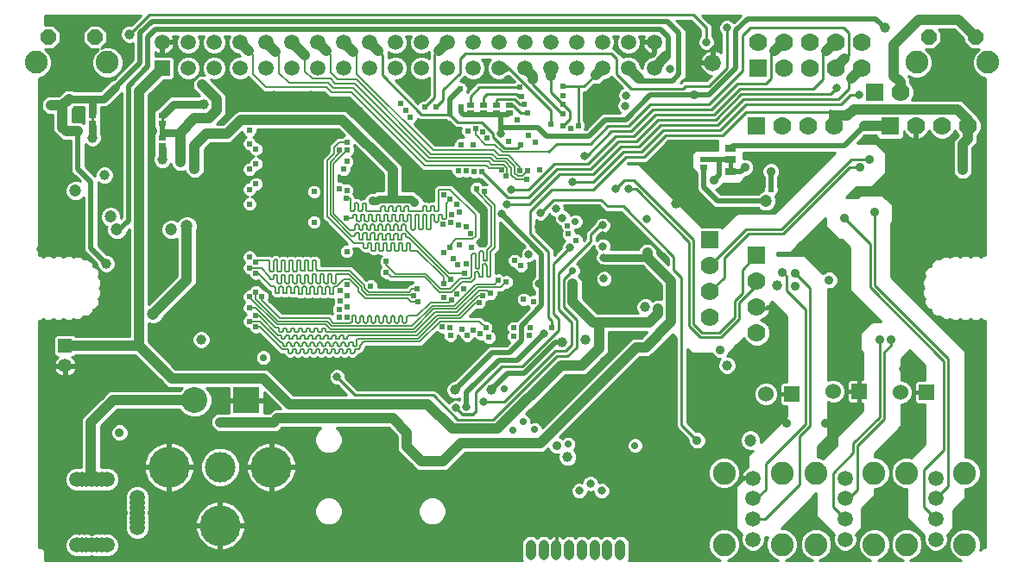
<source format=gbr>
G75*
G70*
%OFA0B0*%
%FSLAX24Y24*%
%IPPOS*%
%LPD*%
%AMOC8*
5,1,8,0,0,1.08239X$1,22.5*
%
%ADD10C,0.0591*%
%ADD11C,0.0660*%
%ADD12R,0.0700X0.0700*%
%ADD13C,0.0700*%
%ADD14R,0.0300X0.0200*%
%ADD15R,0.0531X0.0531*%
%ADD16C,0.0531*%
%ADD17C,0.1581*%
%ADD18C,0.1181*%
%ADD19R,0.0591X0.0591*%
%ADD20C,0.0100*%
%ADD21C,0.1000*%
%ADD22R,0.1000X0.1000*%
%ADD23OC8,0.0600*%
%ADD24C,0.0885*%
%ADD25O,0.0390X0.0780*%
%ADD26R,0.0600X0.0600*%
%ADD27C,0.0600*%
%ADD28C,0.0886*%
%ADD29R,0.0400X0.0300*%
%ADD30C,0.0160*%
%ADD31C,0.0315*%
%ADD32C,0.0277*%
%ADD33C,0.0394*%
%ADD34C,0.0472*%
%ADD35C,0.0354*%
%ADD36C,0.0238*%
%ADD37C,0.0356*%
%ADD38C,0.0400*%
%ADD39C,0.0200*%
%ADD40C,0.0300*%
%ADD41C,0.0120*%
%ADD42C,0.0085*%
%ADD43C,0.0060*%
%ADD44C,0.0080*%
%ADD45C,0.0317*%
D10*
X004552Y004943D03*
X004749Y004943D03*
X004945Y004943D03*
X005142Y004943D03*
X005339Y004943D03*
X005536Y004943D03*
X005733Y004943D03*
X006894Y005613D03*
X006894Y005810D03*
X006894Y006006D03*
X006894Y006203D03*
X006894Y006400D03*
X006894Y006597D03*
X006894Y006794D03*
X005733Y007502D03*
X005536Y007502D03*
X005339Y007502D03*
X005142Y007502D03*
X004945Y007502D03*
X004749Y007502D03*
X004552Y007502D03*
X008862Y023402D03*
X009862Y023402D03*
X010862Y023402D03*
X011862Y023402D03*
X012862Y023402D03*
X013862Y023402D03*
X014862Y023402D03*
X015862Y023402D03*
X016862Y023402D03*
X017862Y023402D03*
X018862Y023402D03*
X019862Y023402D03*
X020862Y023402D03*
X021862Y023402D03*
X022862Y023402D03*
X023862Y023402D03*
X024862Y023402D03*
X025862Y023402D03*
X026862Y023402D03*
X026862Y024402D03*
X025862Y024402D03*
X024862Y024402D03*
X023862Y024402D03*
X022862Y024402D03*
X021862Y024402D03*
X020862Y024402D03*
X019862Y024402D03*
X018862Y024402D03*
X017862Y024402D03*
X016862Y024402D03*
X015862Y024402D03*
X014862Y024402D03*
X013862Y024402D03*
X012862Y024402D03*
X011862Y024402D03*
X010862Y024402D03*
X009862Y024402D03*
X008862Y024402D03*
X007862Y024402D03*
X030671Y007534D03*
X030671Y006747D03*
X030671Y005960D03*
X030671Y005172D03*
X034221Y005172D03*
X034221Y005960D03*
X034221Y006747D03*
X034221Y007534D03*
X037721Y007534D03*
X037721Y006747D03*
X037721Y005960D03*
X037721Y005172D03*
D11*
X029112Y023602D03*
D12*
X030862Y023402D03*
X030812Y021152D03*
X035362Y022452D03*
X035962Y021152D03*
X029012Y016752D03*
X030812Y016152D03*
D13*
X030812Y015152D03*
X030812Y014152D03*
X030812Y013152D03*
X029012Y013752D03*
X029012Y014752D03*
X029012Y015752D03*
X031812Y021152D03*
X032812Y021152D03*
X033812Y021152D03*
X036362Y022452D03*
X036962Y021152D03*
X037962Y021152D03*
X038962Y021152D03*
X034862Y023402D03*
X033862Y023402D03*
X032862Y023402D03*
X031862Y023402D03*
X031862Y024402D03*
X032862Y024402D03*
X033862Y024402D03*
X034862Y024402D03*
X030862Y024402D03*
D14*
X028762Y019852D03*
X028762Y019552D03*
X021262Y021652D03*
X021262Y021952D03*
X020762Y021952D03*
X020762Y021652D03*
X020262Y021652D03*
X020262Y021952D03*
X019762Y021952D03*
X019762Y021652D03*
X007862Y021552D03*
X007862Y021252D03*
X007862Y020702D03*
X007862Y020402D03*
X005162Y021252D03*
X005162Y021552D03*
D15*
X004112Y012666D03*
D16*
X004112Y011879D03*
D17*
X008128Y007968D03*
X010096Y005704D03*
X012065Y007968D03*
D18*
X010096Y007968D03*
D19*
X007862Y023402D03*
D20*
X003332Y004744D02*
X003332Y004372D01*
X021759Y004372D01*
X021725Y004406D01*
X021725Y005099D01*
X021939Y005312D01*
X022241Y005312D01*
X022336Y005217D01*
X022431Y005312D01*
X022733Y005312D01*
X022828Y005217D01*
X022923Y005312D01*
X023065Y005312D01*
X023065Y004762D01*
X023083Y004762D01*
X023083Y005312D01*
X023225Y005312D01*
X023320Y005217D01*
X023415Y005312D01*
X023717Y005312D01*
X023812Y005217D01*
X023907Y005312D01*
X024210Y005312D01*
X024304Y005217D01*
X024399Y005312D01*
X024702Y005312D01*
X024797Y005217D01*
X024891Y005312D01*
X025194Y005312D01*
X025289Y005217D01*
X025384Y005312D01*
X025686Y005312D01*
X025900Y005099D01*
X025900Y004406D01*
X025866Y004372D01*
X029402Y004372D01*
X029201Y004456D01*
X029029Y004628D01*
X028936Y004853D01*
X028936Y005097D01*
X029029Y005322D01*
X029201Y005495D01*
X029427Y005588D01*
X029670Y005588D01*
X029896Y005495D01*
X030068Y005322D01*
X030161Y005097D01*
X030161Y004853D01*
X030068Y004628D01*
X029896Y004456D01*
X029695Y004372D01*
X031647Y004372D01*
X031445Y004456D01*
X031273Y004628D01*
X031180Y004853D01*
X031180Y005097D01*
X031244Y005252D01*
X031136Y005252D01*
X031136Y005080D01*
X031065Y004909D01*
X030934Y004778D01*
X030763Y004707D01*
X030578Y004707D01*
X030407Y004778D01*
X030276Y004909D01*
X030205Y005080D01*
X030205Y005265D01*
X030246Y005362D01*
X030012Y005595D01*
X030012Y006795D01*
X030012Y007210D01*
X030217Y007414D01*
X030205Y007442D01*
X030205Y007486D01*
X030289Y007486D01*
X030386Y007583D01*
X030205Y007583D01*
X030205Y007627D01*
X030276Y007798D01*
X030407Y007929D01*
X030462Y007952D01*
X030462Y007995D01*
X030462Y008410D01*
X030653Y008600D01*
X030643Y008596D01*
X030482Y008596D01*
X030332Y008658D01*
X030218Y008772D01*
X030156Y008922D01*
X030156Y009083D01*
X030218Y009233D01*
X030332Y009347D01*
X030482Y009409D01*
X030643Y009409D01*
X030792Y009347D01*
X030907Y009233D01*
X030969Y009083D01*
X030969Y008922D01*
X030964Y008911D01*
X031962Y009910D01*
X031962Y010332D01*
X031792Y010332D01*
X031692Y010432D01*
X031692Y010767D01*
X031962Y010767D01*
X031962Y010837D01*
X031692Y010837D01*
X031692Y011173D01*
X031792Y011272D01*
X031962Y011272D01*
X031962Y013795D01*
X031455Y014302D01*
X031319Y014302D01*
X031315Y014298D02*
X031387Y014370D01*
X031455Y014302D01*
X031332Y014256D02*
X031315Y014298D01*
X031332Y014256D02*
X031332Y014202D01*
X031219Y014202D01*
X031119Y014102D01*
X031332Y014102D01*
X031332Y014049D01*
X031253Y013858D01*
X031107Y013712D01*
X030964Y013652D01*
X031107Y013593D01*
X031253Y013447D01*
X031332Y013256D01*
X031332Y013049D01*
X031253Y012858D01*
X031107Y012712D01*
X030916Y012632D01*
X030709Y012632D01*
X030518Y012712D01*
X030372Y012858D01*
X030329Y012962D01*
X030012Y012645D01*
X030012Y012645D01*
X029732Y012365D01*
X029707Y012305D01*
X029671Y012269D01*
X029735Y012269D01*
X029870Y012213D01*
X029973Y012110D01*
X030029Y011975D01*
X030029Y011829D01*
X029973Y011695D01*
X029870Y011591D01*
X029735Y011536D01*
X029589Y011536D01*
X029455Y011591D01*
X029351Y011695D01*
X029296Y011829D01*
X029296Y011975D01*
X029351Y012110D01*
X029395Y012154D01*
X029343Y012154D01*
X029215Y012207D01*
X029117Y012305D01*
X029098Y012352D01*
X028719Y012352D01*
X028305Y012352D01*
X028132Y012525D01*
X028132Y009694D01*
X028475Y009351D01*
X028582Y009351D01*
X028710Y009298D01*
X028807Y009200D01*
X028860Y009072D01*
X028860Y008933D01*
X028807Y008805D01*
X028710Y008707D01*
X028582Y008654D01*
X028443Y008654D01*
X028315Y008707D01*
X028217Y008805D01*
X028164Y008933D01*
X028164Y009039D01*
X027692Y009511D01*
X027692Y009694D01*
X027692Y012965D01*
X027550Y013107D01*
X026676Y012232D01*
X026369Y012232D01*
X026306Y012232D01*
X023205Y009132D01*
X023287Y009098D01*
X023316Y009068D01*
X023362Y009114D01*
X023476Y009161D01*
X023599Y009161D01*
X023712Y009114D01*
X023799Y009027D01*
X023846Y008914D01*
X023846Y008791D01*
X023799Y008678D01*
X023753Y008631D01*
X023823Y008560D01*
X023879Y008425D01*
X023879Y008279D01*
X023823Y008145D01*
X023720Y008041D01*
X023585Y007986D01*
X023439Y007986D01*
X023305Y008041D01*
X023201Y008145D01*
X023146Y008279D01*
X023146Y008425D01*
X023158Y008454D01*
X023021Y008454D01*
X022893Y008507D01*
X022795Y008605D01*
X022761Y008688D01*
X022606Y008532D01*
X022299Y008532D01*
X019566Y008532D01*
X018866Y007832D01*
X018559Y007832D01*
X017709Y007832D01*
X017492Y008049D01*
X016942Y008599D01*
X016942Y008906D01*
X016942Y009149D01*
X016609Y009482D01*
X014588Y009482D01*
X014589Y009482D01*
X014742Y009329D01*
X014825Y009129D01*
X014825Y008912D01*
X014742Y008712D01*
X014589Y008559D01*
X014389Y008477D01*
X014173Y008477D01*
X013973Y008559D01*
X013820Y008712D01*
X013737Y008912D01*
X013737Y009129D01*
X013820Y009329D01*
X013973Y009482D01*
X013975Y009482D01*
X012466Y009482D01*
X012316Y009332D01*
X012009Y009332D01*
X009959Y009332D01*
X009742Y009549D01*
X009742Y009856D01*
X009959Y010072D01*
X010442Y010072D01*
X010442Y010502D01*
X011062Y010502D01*
X011062Y010602D01*
X010442Y010602D01*
X010442Y011032D01*
X009580Y011032D01*
X009680Y010932D01*
X009782Y010686D01*
X009782Y010419D01*
X009680Y010173D01*
X009492Y009984D01*
X009246Y009882D01*
X008979Y009882D01*
X008733Y009984D01*
X008544Y010173D01*
X008540Y010182D01*
X006116Y010182D01*
X005482Y009549D01*
X005482Y007968D01*
X005629Y007968D01*
X005634Y007965D01*
X005640Y007968D01*
X005825Y007968D01*
X005996Y007897D01*
X007167Y007897D01*
X007167Y007918D02*
X007167Y007777D01*
X007313Y007424D01*
X007584Y007154D01*
X007937Y007008D01*
X008078Y007008D01*
X008078Y007918D01*
X008178Y007918D01*
X008178Y008018D01*
X009088Y008018D01*
X009088Y008159D01*
X008942Y008512D01*
X008672Y008782D01*
X008319Y008929D01*
X008178Y008929D01*
X008178Y008018D01*
X008078Y008018D01*
X008078Y008929D01*
X007937Y008929D01*
X007584Y008782D01*
X007313Y008512D01*
X007167Y008159D01*
X007167Y008018D01*
X008078Y008018D01*
X008078Y007918D01*
X007167Y007918D01*
X007167Y007799D02*
X006095Y007799D01*
X006127Y007766D02*
X005996Y007897D01*
X006127Y007766D02*
X006198Y007595D01*
X006198Y007410D01*
X006127Y007239D01*
X005996Y007108D01*
X005825Y007037D01*
X005640Y007037D01*
X005634Y007040D01*
X005629Y007037D01*
X005443Y007037D01*
X005438Y007040D01*
X005432Y007037D01*
X005247Y007037D01*
X005241Y007040D01*
X005235Y007037D01*
X005050Y007037D01*
X005044Y007040D01*
X005038Y007037D01*
X004853Y007037D01*
X004847Y007040D01*
X004841Y007037D01*
X004656Y007037D01*
X004650Y007040D01*
X004644Y007037D01*
X004459Y007037D01*
X004288Y007108D01*
X004157Y007239D01*
X004086Y007410D01*
X004086Y007595D01*
X004157Y007766D01*
X004288Y007897D01*
X004459Y007968D01*
X004644Y007968D01*
X004650Y007965D01*
X004656Y007968D01*
X004742Y007968D01*
X004742Y009549D01*
X004742Y009856D01*
X005592Y010706D01*
X005809Y010922D01*
X008540Y010922D01*
X008544Y010932D01*
X008645Y011032D01*
X008073Y011032D01*
X007856Y011249D01*
X006809Y012296D01*
X006809Y012296D01*
X004514Y012296D01*
X004449Y012230D01*
X004377Y012230D01*
X004482Y012126D01*
X004548Y011965D01*
X004548Y011917D01*
X004151Y011917D01*
X004151Y011840D01*
X004151Y011443D01*
X004199Y011443D01*
X004359Y011509D01*
X004482Y011632D01*
X004548Y011792D01*
X004548Y011840D01*
X004151Y011840D01*
X004074Y011840D01*
X004074Y011443D01*
X004026Y011443D01*
X003866Y011509D01*
X003743Y011632D01*
X003677Y011792D01*
X003677Y011840D01*
X004074Y011840D01*
X004074Y011917D01*
X003677Y011917D01*
X003677Y011965D01*
X003743Y012126D01*
X003848Y012230D01*
X003776Y012230D01*
X003677Y012330D01*
X003677Y013002D01*
X003776Y013102D01*
X004449Y013102D01*
X004514Y013036D01*
X006592Y013036D01*
X006592Y017151D01*
X006519Y017077D01*
X006519Y017072D01*
X006457Y016922D01*
X006342Y016808D01*
X006193Y016746D01*
X006032Y016746D01*
X005882Y016808D01*
X005768Y016922D01*
X005706Y017072D01*
X005706Y017233D01*
X005722Y017271D01*
X005632Y017308D01*
X005518Y017422D01*
X005456Y017572D01*
X005456Y017733D01*
X005518Y017883D01*
X005632Y017997D01*
X005782Y018059D01*
X005943Y018059D01*
X006092Y017997D01*
X006207Y017883D01*
X006269Y017733D01*
X006269Y017590D01*
X006292Y017614D01*
X006292Y022430D01*
X005745Y021882D01*
X005482Y021882D01*
X005482Y021723D01*
X005482Y021382D01*
X005482Y021082D01*
X005482Y020889D01*
X005529Y020775D01*
X005529Y020629D01*
X005473Y020495D01*
X005370Y020391D01*
X005235Y020336D01*
X005089Y020336D01*
X004955Y020391D01*
X004882Y020464D01*
X004882Y019594D01*
X005224Y019252D01*
X005224Y019252D01*
X005266Y019211D01*
X005266Y019325D01*
X005321Y019460D01*
X005425Y019563D01*
X005559Y019619D01*
X005705Y019619D01*
X005840Y019563D01*
X005943Y019460D01*
X005999Y019325D01*
X005999Y019179D01*
X005943Y019045D01*
X005840Y018941D01*
X005705Y018886D01*
X005559Y018886D01*
X005425Y018941D01*
X005382Y018984D01*
X005382Y016534D01*
X005717Y016199D01*
X005775Y016199D01*
X005910Y016143D01*
X006013Y016040D01*
X006069Y015905D01*
X006069Y015759D01*
X006013Y015625D01*
X005910Y015521D01*
X005775Y015466D01*
X005629Y015466D01*
X005495Y015521D01*
X005391Y015625D01*
X005336Y015759D01*
X005336Y015817D01*
X005001Y016152D01*
X004842Y016311D01*
X004842Y018408D01*
X004742Y018308D01*
X004593Y018246D01*
X004432Y018246D01*
X004282Y018308D01*
X004168Y018422D01*
X004106Y018572D01*
X004106Y018733D01*
X004168Y018883D01*
X004282Y018997D01*
X004432Y019059D01*
X004593Y019059D01*
X004698Y019015D01*
X004501Y019212D01*
X004501Y019212D01*
X004342Y019371D01*
X004342Y020582D01*
X004316Y020582D01*
X004009Y020582D01*
X003859Y020732D01*
X003642Y020949D01*
X003642Y021582D01*
X003409Y021582D01*
X003192Y021799D01*
X003192Y022106D01*
X003409Y022322D01*
X003859Y022322D01*
X004109Y022572D01*
X004416Y022572D01*
X004466Y022522D01*
X005295Y022522D01*
X005480Y022522D01*
X005930Y022972D01*
X006001Y022972D01*
X006742Y023714D01*
X006742Y024359D01*
X006685Y024336D01*
X006539Y024336D01*
X006405Y024391D01*
X006301Y024495D01*
X006246Y024629D01*
X006246Y024775D01*
X006301Y024910D01*
X006405Y025013D01*
X006539Y025069D01*
X006668Y025069D01*
X007031Y025432D01*
X003332Y025432D01*
X003332Y025244D01*
X003332Y025062D01*
X003667Y025062D01*
X003942Y024787D01*
X003942Y024398D01*
X003667Y024122D01*
X003339Y024122D01*
X003502Y023959D01*
X003595Y023734D01*
X003595Y023491D01*
X003502Y023265D01*
X003329Y023093D01*
X003104Y023000D01*
X003082Y023000D01*
X003082Y016173D01*
X003116Y016173D01*
X003222Y016129D01*
X003256Y016095D01*
X003290Y016129D01*
X003396Y016173D01*
X003510Y016173D01*
X003616Y016129D01*
X003650Y016095D01*
X003683Y016129D01*
X003789Y016173D01*
X003904Y016173D01*
X004010Y016129D01*
X004043Y016095D01*
X004077Y016129D01*
X004183Y016173D01*
X004298Y016173D01*
X004404Y016129D01*
X004440Y016093D01*
X004537Y016133D01*
X004652Y016133D01*
X004758Y016090D01*
X004838Y016009D01*
X004852Y016015D01*
X004967Y016015D01*
X005073Y015971D01*
X005154Y015890D01*
X005198Y015785D01*
X005198Y015740D01*
X005203Y015740D01*
X005309Y015696D01*
X005390Y015615D01*
X005434Y015509D01*
X005434Y015394D01*
X005405Y015324D01*
X005469Y015261D01*
X005513Y015155D01*
X005513Y015040D01*
X005469Y014934D01*
X005435Y014900D01*
X005469Y014867D01*
X005513Y014761D01*
X005513Y014646D01*
X005469Y014540D01*
X005405Y014477D01*
X005434Y014407D01*
X005434Y014292D01*
X005390Y014186D01*
X005309Y014105D01*
X005203Y014061D01*
X005198Y014061D01*
X005198Y014016D01*
X005154Y013910D01*
X005073Y013829D01*
X004967Y013786D01*
X004852Y013786D01*
X004838Y013792D01*
X004758Y013711D01*
X004652Y013667D01*
X004537Y013667D01*
X004440Y013708D01*
X004404Y013672D01*
X004298Y013628D01*
X004183Y013628D01*
X004077Y013672D01*
X004043Y013706D01*
X004010Y013672D01*
X003904Y013628D01*
X003789Y013628D01*
X003683Y013672D01*
X003650Y013706D01*
X003616Y013672D01*
X003510Y013628D01*
X003396Y013628D01*
X003290Y013672D01*
X003256Y013706D01*
X003222Y013672D01*
X003116Y013628D01*
X003082Y013628D01*
X003082Y004872D01*
X003203Y004872D01*
X003332Y004744D01*
X004131Y004744D01*
X004157Y004680D02*
X004086Y004851D01*
X004086Y005036D01*
X004157Y005207D01*
X004288Y005338D01*
X004459Y005409D01*
X004644Y005409D01*
X004650Y005406D01*
X004656Y005409D01*
X004841Y005409D01*
X004847Y005406D01*
X004853Y005409D01*
X005038Y005409D01*
X005044Y005406D01*
X005050Y005409D01*
X005094Y005409D01*
X005094Y005386D01*
X005142Y005365D01*
X005191Y005385D01*
X005191Y005409D01*
X005235Y005409D01*
X005241Y005406D01*
X005247Y005409D01*
X005432Y005409D01*
X005438Y005406D01*
X005443Y005409D01*
X005629Y005409D01*
X005634Y005406D01*
X005640Y005409D01*
X005825Y005409D01*
X005996Y005338D01*
X006127Y005207D01*
X006198Y005036D01*
X006198Y004851D01*
X006127Y004680D01*
X005996Y004549D01*
X005825Y004478D01*
X005640Y004478D01*
X005634Y004481D01*
X005629Y004478D01*
X005443Y004478D01*
X005438Y004481D01*
X005432Y004478D01*
X005247Y004478D01*
X005241Y004481D01*
X005235Y004478D01*
X005191Y004478D01*
X005191Y004501D01*
X005142Y004521D01*
X005094Y004501D01*
X005094Y004478D01*
X005050Y004478D01*
X005044Y004481D01*
X005038Y004478D01*
X004853Y004478D01*
X004847Y004481D01*
X004841Y004478D01*
X004656Y004478D01*
X004650Y004481D01*
X004644Y004478D01*
X004459Y004478D01*
X004288Y004549D01*
X004157Y004680D01*
X004192Y004645D02*
X003332Y004645D01*
X003332Y004547D02*
X004294Y004547D01*
X004090Y004842D02*
X003234Y004842D01*
X003082Y004941D02*
X004086Y004941D01*
X004088Y005039D02*
X003082Y005039D01*
X003082Y005138D02*
X004129Y005138D01*
X004187Y005236D02*
X003082Y005236D01*
X003082Y005335D02*
X004285Y005335D01*
X003082Y005434D02*
X006465Y005434D01*
X006500Y005349D02*
X006631Y005218D01*
X006802Y005147D01*
X006987Y005147D01*
X007158Y005218D01*
X007289Y005349D01*
X007359Y005520D01*
X007359Y005705D01*
X007357Y005711D01*
X007359Y005717D01*
X007359Y005902D01*
X007357Y005908D01*
X007359Y005914D01*
X007359Y006099D01*
X007357Y006105D01*
X007359Y006111D01*
X007359Y006155D01*
X007336Y006155D01*
X007316Y006203D01*
X007336Y006252D01*
X007359Y006252D01*
X007359Y006296D01*
X007357Y006302D01*
X007359Y006307D01*
X007359Y006493D01*
X007357Y006498D01*
X007359Y006504D01*
X007359Y006689D01*
X007357Y006695D01*
X007359Y006701D01*
X007359Y006886D01*
X007289Y007057D01*
X007158Y007188D01*
X006987Y007259D01*
X006802Y007259D01*
X006631Y007188D01*
X006500Y007057D01*
X006429Y006886D01*
X006429Y006701D01*
X006431Y006695D01*
X006429Y006689D01*
X006429Y006504D01*
X006431Y006498D01*
X006429Y006493D01*
X006429Y006307D01*
X006431Y006302D01*
X006429Y006296D01*
X006429Y006252D01*
X006452Y006252D01*
X006472Y006203D01*
X006452Y006155D01*
X006429Y006155D01*
X006429Y006111D01*
X006431Y006105D01*
X006429Y006099D01*
X006429Y005914D01*
X006431Y005908D01*
X006429Y005902D01*
X006429Y005717D01*
X006431Y005711D01*
X006429Y005705D01*
X006429Y005520D01*
X006500Y005349D01*
X006514Y005335D02*
X005999Y005335D01*
X006098Y005236D02*
X006612Y005236D01*
X006429Y005532D02*
X003082Y005532D01*
X003082Y005631D02*
X006429Y005631D01*
X006429Y005729D02*
X003082Y005729D01*
X003082Y005828D02*
X006429Y005828D01*
X006429Y005926D02*
X003082Y005926D01*
X003082Y006025D02*
X006429Y006025D01*
X006429Y006123D02*
X003082Y006123D01*
X003082Y006222D02*
X006464Y006222D01*
X006429Y006320D02*
X003082Y006320D01*
X003082Y006419D02*
X006429Y006419D01*
X006429Y006517D02*
X003082Y006517D01*
X003082Y006616D02*
X006429Y006616D01*
X006429Y006715D02*
X003082Y006715D01*
X003082Y006813D02*
X006429Y006813D01*
X006439Y006912D02*
X003082Y006912D01*
X003082Y007010D02*
X006480Y007010D01*
X006551Y007109D02*
X005997Y007109D01*
X006096Y007207D02*
X006677Y007207D01*
X007112Y007207D02*
X007530Y007207D01*
X007432Y007306D02*
X006155Y007306D01*
X006196Y007404D02*
X007333Y007404D01*
X007281Y007503D02*
X006198Y007503D01*
X006195Y007601D02*
X007240Y007601D01*
X007199Y007700D02*
X006155Y007700D01*
X005482Y007996D02*
X008078Y007996D01*
X008078Y008094D02*
X008178Y008094D01*
X008178Y007996D02*
X009336Y007996D01*
X009336Y008094D02*
X009088Y008094D01*
X009074Y008193D02*
X009366Y008193D01*
X009336Y008119D02*
X009336Y007817D01*
X009451Y007537D01*
X009665Y007323D01*
X009945Y007208D01*
X010247Y007208D01*
X010527Y007323D01*
X010741Y007537D01*
X010857Y007817D01*
X010857Y008119D01*
X010741Y008399D01*
X010527Y008613D01*
X010247Y008729D01*
X009945Y008729D01*
X009665Y008613D01*
X009451Y008399D01*
X009336Y008119D01*
X009407Y008291D02*
X009034Y008291D01*
X008993Y008390D02*
X009448Y008390D01*
X009541Y008488D02*
X008952Y008488D01*
X008867Y008587D02*
X009639Y008587D01*
X009840Y008685D02*
X008769Y008685D01*
X008668Y008784D02*
X011524Y008784D01*
X011521Y008782D02*
X011250Y008512D01*
X011104Y008159D01*
X011104Y008018D01*
X012015Y008018D01*
X012015Y008929D01*
X011874Y008929D01*
X011521Y008782D01*
X011424Y008685D02*
X010352Y008685D01*
X010553Y008587D02*
X011325Y008587D01*
X011241Y008488D02*
X010652Y008488D01*
X010745Y008390D02*
X011200Y008390D01*
X011159Y008291D02*
X010786Y008291D01*
X010826Y008193D02*
X011118Y008193D01*
X011104Y008094D02*
X010857Y008094D01*
X010857Y007996D02*
X012015Y007996D01*
X012015Y008018D02*
X012015Y007918D01*
X012115Y007918D01*
X012115Y008018D01*
X013025Y008018D01*
X013025Y008159D01*
X012879Y008512D01*
X012609Y008782D01*
X012256Y008929D01*
X012115Y008929D01*
X012115Y008018D01*
X012015Y008018D01*
X012015Y008094D02*
X012115Y008094D01*
X012115Y007996D02*
X017546Y007996D01*
X017447Y008094D02*
X013025Y008094D01*
X013011Y008193D02*
X017349Y008193D01*
X017250Y008291D02*
X012971Y008291D01*
X012930Y008390D02*
X017152Y008390D01*
X017053Y008488D02*
X014418Y008488D01*
X014617Y008587D02*
X016955Y008587D01*
X016942Y008685D02*
X014715Y008685D01*
X014772Y008784D02*
X016942Y008784D01*
X016942Y008883D02*
X014813Y008883D01*
X014825Y008981D02*
X016942Y008981D01*
X016942Y009080D02*
X014825Y009080D01*
X014805Y009178D02*
X016913Y009178D01*
X016815Y009277D02*
X014764Y009277D01*
X014696Y009375D02*
X016716Y009375D01*
X016618Y009474D02*
X014597Y009474D01*
X013965Y009474D02*
X012457Y009474D01*
X012358Y009375D02*
X013867Y009375D01*
X013799Y009277D02*
X006560Y009277D01*
X006560Y009233D02*
X006560Y009372D01*
X006507Y009500D01*
X006410Y009598D01*
X006282Y009651D01*
X006143Y009651D01*
X006015Y009598D01*
X005917Y009500D01*
X005864Y009372D01*
X005864Y009233D01*
X005917Y009105D01*
X006015Y009007D01*
X006143Y008954D01*
X006282Y008954D01*
X006410Y009007D01*
X006507Y009105D01*
X006560Y009233D01*
X006538Y009178D02*
X013758Y009178D01*
X013737Y009080D02*
X006482Y009080D01*
X006346Y008981D02*
X013737Y008981D01*
X013750Y008883D02*
X012367Y008883D01*
X012115Y008883D02*
X012015Y008883D01*
X012015Y008784D02*
X012115Y008784D01*
X012115Y008685D02*
X012015Y008685D01*
X012015Y008587D02*
X012115Y008587D01*
X012115Y008488D02*
X012015Y008488D01*
X012015Y008390D02*
X012115Y008390D01*
X012115Y008291D02*
X012015Y008291D01*
X012015Y008193D02*
X012115Y008193D01*
X012115Y007918D02*
X013025Y007918D01*
X013025Y007777D01*
X012879Y007424D01*
X012609Y007154D01*
X012256Y007008D01*
X012115Y007008D01*
X012115Y007918D01*
X012115Y007897D02*
X012015Y007897D01*
X012015Y007918D02*
X012015Y007008D01*
X011874Y007008D01*
X011521Y007154D01*
X011250Y007424D01*
X011104Y007777D01*
X011104Y007918D01*
X012015Y007918D01*
X012015Y007799D02*
X012115Y007799D01*
X012115Y007700D02*
X012015Y007700D01*
X012015Y007601D02*
X012115Y007601D01*
X012115Y007503D02*
X012015Y007503D01*
X012015Y007404D02*
X012115Y007404D01*
X012115Y007306D02*
X012015Y007306D01*
X012015Y007207D02*
X012115Y007207D01*
X012115Y007109D02*
X012015Y007109D01*
X012015Y007010D02*
X012115Y007010D01*
X012262Y007010D02*
X023635Y007010D01*
X023635Y006987D02*
X023685Y006867D01*
X023777Y006775D01*
X023897Y006725D01*
X024027Y006725D01*
X024148Y006775D01*
X024240Y006867D01*
X024290Y006987D01*
X024290Y007016D01*
X024324Y007002D01*
X024454Y007002D01*
X024495Y007019D01*
X024495Y006987D01*
X024545Y006867D01*
X024637Y006775D01*
X024757Y006725D01*
X024887Y006725D01*
X025008Y006775D01*
X025100Y006867D01*
X025150Y006987D01*
X025150Y007118D01*
X025100Y007238D01*
X025008Y007330D01*
X024887Y007380D01*
X024757Y007380D01*
X024717Y007363D01*
X024717Y007394D01*
X024667Y007515D01*
X024575Y007607D01*
X024454Y007657D01*
X024324Y007657D01*
X024204Y007607D01*
X024111Y007515D01*
X024062Y007394D01*
X024062Y007366D01*
X024027Y007380D01*
X023897Y007380D01*
X023777Y007330D01*
X023685Y007238D01*
X023635Y007118D01*
X023635Y006987D01*
X023666Y006912D02*
X007349Y006912D01*
X007359Y006813D02*
X023739Y006813D01*
X023635Y007109D02*
X012500Y007109D01*
X012662Y007207D02*
X023672Y007207D01*
X023753Y007306D02*
X012761Y007306D01*
X012859Y007404D02*
X024066Y007404D01*
X024107Y007503D02*
X012912Y007503D01*
X012952Y007601D02*
X024198Y007601D01*
X024580Y007601D02*
X028939Y007601D01*
X028936Y007609D02*
X029029Y007384D01*
X029201Y007212D01*
X029427Y007118D01*
X029670Y007118D01*
X029896Y007212D01*
X030068Y007384D01*
X030161Y007609D01*
X030161Y007853D01*
X030068Y008078D01*
X029896Y008251D01*
X029670Y008344D01*
X029427Y008344D01*
X029201Y008251D01*
X029029Y008078D01*
X028936Y007853D01*
X028936Y007609D01*
X028936Y007700D02*
X012993Y007700D01*
X013025Y007799D02*
X028936Y007799D01*
X028954Y007897D02*
X018930Y007897D01*
X019029Y007996D02*
X023415Y007996D01*
X023252Y008094D02*
X019127Y008094D01*
X019226Y008193D02*
X023181Y008193D01*
X023146Y008291D02*
X019324Y008291D01*
X019423Y008390D02*
X023146Y008390D01*
X022939Y008488D02*
X019521Y008488D01*
X017644Y007897D02*
X013025Y007897D01*
X012889Y008488D02*
X014144Y008488D01*
X013946Y008587D02*
X012804Y008587D01*
X012706Y008685D02*
X013847Y008685D01*
X013790Y008784D02*
X012605Y008784D01*
X011762Y008883D02*
X008430Y008883D01*
X008178Y008883D02*
X008078Y008883D01*
X008078Y008784D02*
X008178Y008784D01*
X008178Y008685D02*
X008078Y008685D01*
X008078Y008587D02*
X008178Y008587D01*
X008178Y008488D02*
X008078Y008488D01*
X008078Y008390D02*
X008178Y008390D01*
X008178Y008291D02*
X008078Y008291D01*
X008078Y008193D02*
X008178Y008193D01*
X008178Y007918D02*
X009088Y007918D01*
X009088Y007777D01*
X008942Y007424D01*
X008672Y007154D01*
X008319Y007008D01*
X008178Y007008D01*
X008178Y007918D01*
X008178Y007897D02*
X008078Y007897D01*
X008078Y007799D02*
X008178Y007799D01*
X008178Y007700D02*
X008078Y007700D01*
X008078Y007601D02*
X008178Y007601D01*
X008178Y007503D02*
X008078Y007503D01*
X008078Y007404D02*
X008178Y007404D01*
X008178Y007306D02*
X008078Y007306D01*
X008078Y007207D02*
X008178Y007207D01*
X008178Y007109D02*
X008078Y007109D01*
X008078Y007010D02*
X008178Y007010D01*
X008325Y007010D02*
X011867Y007010D01*
X011629Y007109D02*
X008563Y007109D01*
X008725Y007207D02*
X011467Y007207D01*
X011369Y007306D02*
X010484Y007306D01*
X010608Y007404D02*
X011270Y007404D01*
X011218Y007503D02*
X010706Y007503D01*
X010767Y007601D02*
X011177Y007601D01*
X011136Y007700D02*
X010808Y007700D01*
X010849Y007799D02*
X011104Y007799D01*
X011104Y007897D02*
X010857Y007897D01*
X009708Y007306D02*
X008824Y007306D01*
X008922Y007404D02*
X009584Y007404D01*
X009486Y007503D02*
X008975Y007503D01*
X009015Y007601D02*
X009425Y007601D01*
X009384Y007700D02*
X009056Y007700D01*
X009088Y007799D02*
X009343Y007799D01*
X009336Y007897D02*
X009088Y007897D01*
X007930Y007010D02*
X007308Y007010D01*
X007237Y007109D02*
X007692Y007109D01*
X007359Y006715D02*
X013962Y006715D01*
X013973Y006726D02*
X013820Y006573D01*
X013737Y006373D01*
X013737Y006156D01*
X013820Y005956D01*
X013973Y005803D01*
X014173Y005721D01*
X014389Y005721D01*
X014589Y005803D01*
X014742Y005956D01*
X014825Y006156D01*
X014825Y006373D01*
X014742Y006573D01*
X014589Y006726D01*
X014389Y006809D01*
X014173Y006809D01*
X013973Y006726D01*
X013863Y006616D02*
X010405Y006616D01*
X010287Y006665D02*
X010146Y006665D01*
X010146Y005755D01*
X010046Y005755D01*
X010046Y006665D01*
X009905Y006665D01*
X009552Y006519D01*
X009282Y006249D01*
X009136Y005895D01*
X009136Y005754D01*
X010046Y005754D01*
X010046Y005654D01*
X010146Y005654D01*
X010146Y004744D01*
X010287Y004744D01*
X010640Y004890D01*
X010911Y005160D01*
X011057Y005513D01*
X011057Y005654D01*
X010146Y005654D01*
X010146Y005754D01*
X011057Y005754D01*
X011057Y005895D01*
X010911Y006249D01*
X010640Y006519D01*
X010287Y006665D01*
X010146Y006616D02*
X010046Y006616D01*
X010046Y006517D02*
X010146Y006517D01*
X010146Y006419D02*
X010046Y006419D01*
X010046Y006320D02*
X010146Y006320D01*
X010146Y006222D02*
X010046Y006222D01*
X010046Y006123D02*
X010146Y006123D01*
X010146Y006025D02*
X010046Y006025D01*
X010046Y005926D02*
X010146Y005926D01*
X010146Y005828D02*
X010046Y005828D01*
X010046Y005729D02*
X007359Y005729D01*
X007359Y005631D02*
X009136Y005631D01*
X009136Y005654D02*
X009136Y005513D01*
X009282Y005160D01*
X009552Y004890D01*
X009905Y004744D01*
X010046Y004744D01*
X010046Y005654D01*
X009136Y005654D01*
X009136Y005532D02*
X007359Y005532D01*
X007324Y005434D02*
X009169Y005434D01*
X009210Y005335D02*
X007275Y005335D01*
X007176Y005236D02*
X009250Y005236D01*
X009304Y005138D02*
X006156Y005138D01*
X006197Y005039D02*
X009403Y005039D01*
X009501Y004941D02*
X006198Y004941D01*
X006195Y004842D02*
X009668Y004842D01*
X010046Y004842D02*
X010146Y004842D01*
X010146Y004941D02*
X010046Y004941D01*
X010046Y005039D02*
X010146Y005039D01*
X010146Y005138D02*
X010046Y005138D01*
X010046Y005236D02*
X010146Y005236D01*
X010146Y005335D02*
X010046Y005335D01*
X010046Y005434D02*
X010146Y005434D01*
X010146Y005532D02*
X010046Y005532D01*
X010046Y005631D02*
X010146Y005631D01*
X010146Y005729D02*
X014152Y005729D01*
X013949Y005828D02*
X011057Y005828D01*
X011044Y005926D02*
X013850Y005926D01*
X013792Y006025D02*
X011003Y006025D01*
X010962Y006123D02*
X013751Y006123D01*
X013737Y006222D02*
X010922Y006222D01*
X010839Y006320D02*
X013737Y006320D01*
X013756Y006419D02*
X010740Y006419D01*
X010642Y006517D02*
X013797Y006517D01*
X014601Y006715D02*
X017962Y006715D01*
X017973Y006726D02*
X017820Y006573D01*
X017737Y006373D01*
X017737Y006156D01*
X017820Y005956D01*
X017973Y005803D01*
X018173Y005721D01*
X018389Y005721D01*
X018589Y005803D01*
X018742Y005956D01*
X018825Y006156D01*
X018825Y006373D01*
X018742Y006573D01*
X018589Y006726D01*
X018389Y006809D01*
X018173Y006809D01*
X017973Y006726D01*
X017863Y006616D02*
X014699Y006616D01*
X014765Y006517D02*
X017797Y006517D01*
X017756Y006419D02*
X014806Y006419D01*
X014825Y006320D02*
X017737Y006320D01*
X017737Y006222D02*
X014825Y006222D01*
X014811Y006123D02*
X017751Y006123D01*
X017792Y006025D02*
X014771Y006025D01*
X014712Y005926D02*
X017850Y005926D01*
X017949Y005828D02*
X014614Y005828D01*
X014410Y005729D02*
X018152Y005729D01*
X018410Y005729D02*
X030012Y005729D01*
X030012Y005631D02*
X011057Y005631D01*
X011057Y005532D02*
X029291Y005532D01*
X029140Y005434D02*
X011024Y005434D01*
X010983Y005335D02*
X029041Y005335D01*
X028993Y005236D02*
X025762Y005236D01*
X025860Y005138D02*
X028953Y005138D01*
X028936Y005039D02*
X025900Y005039D01*
X025900Y004941D02*
X028936Y004941D01*
X028940Y004842D02*
X025900Y004842D01*
X025900Y004744D02*
X028981Y004744D01*
X029022Y004645D02*
X025900Y004645D01*
X025900Y004547D02*
X029110Y004547D01*
X029220Y004448D02*
X025900Y004448D01*
X025308Y005236D02*
X025270Y005236D01*
X024816Y005236D02*
X024778Y005236D01*
X024323Y005236D02*
X024286Y005236D01*
X023831Y005236D02*
X023793Y005236D01*
X023339Y005236D02*
X023301Y005236D01*
X023083Y005236D02*
X023065Y005236D01*
X023065Y005138D02*
X023083Y005138D01*
X023083Y005039D02*
X023065Y005039D01*
X023065Y004941D02*
X023083Y004941D01*
X023083Y004842D02*
X023065Y004842D01*
X022847Y005236D02*
X022809Y005236D01*
X022355Y005236D02*
X022317Y005236D01*
X021863Y005236D02*
X010942Y005236D01*
X010888Y005138D02*
X021764Y005138D01*
X021725Y005039D02*
X010790Y005039D01*
X010691Y004941D02*
X021725Y004941D01*
X021725Y004842D02*
X010525Y004842D01*
X009136Y005828D02*
X007359Y005828D01*
X007359Y005926D02*
X009148Y005926D01*
X009189Y006025D02*
X007359Y006025D01*
X007359Y006123D02*
X009230Y006123D01*
X009271Y006222D02*
X007324Y006222D01*
X007359Y006320D02*
X009354Y006320D01*
X009452Y006419D02*
X007359Y006419D01*
X007359Y006517D02*
X009551Y006517D01*
X009787Y006616D02*
X007359Y006616D01*
X007167Y008094D02*
X005482Y008094D01*
X005482Y008193D02*
X007181Y008193D01*
X007222Y008291D02*
X005482Y008291D01*
X005482Y008390D02*
X007263Y008390D01*
X007304Y008488D02*
X005482Y008488D01*
X005482Y008587D02*
X007388Y008587D01*
X007487Y008685D02*
X005482Y008685D01*
X005482Y008784D02*
X007587Y008784D01*
X007825Y008883D02*
X005482Y008883D01*
X005482Y008981D02*
X006079Y008981D01*
X005943Y009080D02*
X005482Y009080D01*
X005482Y009178D02*
X005887Y009178D01*
X005864Y009277D02*
X005482Y009277D01*
X005482Y009375D02*
X005866Y009375D01*
X005907Y009474D02*
X005482Y009474D01*
X005505Y009572D02*
X005990Y009572D01*
X005703Y009769D02*
X009742Y009769D01*
X009742Y009671D02*
X005604Y009671D01*
X005801Y009868D02*
X009755Y009868D01*
X009853Y009966D02*
X009449Y009966D01*
X009572Y010065D02*
X009952Y010065D01*
X009671Y010164D02*
X010442Y010164D01*
X010442Y010262D02*
X009717Y010262D01*
X009758Y010361D02*
X010442Y010361D01*
X010442Y010459D02*
X009782Y010459D01*
X009782Y010558D02*
X011062Y010558D01*
X011163Y010558D02*
X012084Y010558D01*
X012182Y010459D02*
X011782Y010459D01*
X011782Y010502D02*
X011163Y010502D01*
X011163Y010602D01*
X011782Y010602D01*
X011782Y010859D01*
X012392Y010249D01*
X012419Y010222D01*
X012159Y010222D01*
X012009Y010072D01*
X011782Y010072D01*
X011782Y010502D01*
X011782Y010361D02*
X012281Y010361D01*
X012379Y010262D02*
X011782Y010262D01*
X011782Y010164D02*
X012100Y010164D01*
X011985Y010656D02*
X011782Y010656D01*
X011782Y010755D02*
X011887Y010755D01*
X011788Y010853D02*
X011782Y010853D01*
X012342Y011346D02*
X014302Y011346D01*
X014285Y011387D02*
X014335Y011267D01*
X014427Y011175D01*
X014547Y011125D01*
X014629Y011125D01*
X014981Y010772D01*
X012916Y010772D01*
X011916Y011772D01*
X011609Y011772D01*
X008379Y011772D01*
X007332Y012819D01*
X007332Y013537D01*
X007432Y013496D01*
X007593Y013496D01*
X007742Y013558D01*
X007857Y013672D01*
X007893Y013760D01*
X009182Y015049D01*
X009182Y015356D01*
X009182Y017124D01*
X009219Y017212D01*
X009219Y017373D01*
X009157Y017523D01*
X009042Y017637D01*
X008893Y017699D01*
X008732Y017699D01*
X008582Y017637D01*
X008468Y017523D01*
X008453Y017486D01*
X008442Y017497D01*
X008293Y017559D01*
X008132Y017559D01*
X007982Y017497D01*
X007868Y017383D01*
X007806Y017233D01*
X007806Y017072D01*
X007868Y016922D01*
X007982Y016808D01*
X008132Y016746D01*
X008293Y016746D01*
X008442Y016808D01*
X008442Y015356D01*
X007370Y014283D01*
X007332Y014268D01*
X007332Y022349D01*
X007920Y022937D01*
X008228Y022937D01*
X008328Y023037D01*
X008328Y023768D01*
X008228Y023868D01*
X007582Y023868D01*
X007582Y024024D01*
X007599Y024008D01*
X007770Y023937D01*
X007814Y023937D01*
X007814Y024354D01*
X007911Y024354D01*
X007911Y024451D01*
X008328Y024451D01*
X008328Y024495D01*
X008271Y024632D01*
X008454Y024632D01*
X008397Y024495D01*
X008397Y024310D01*
X008468Y024139D01*
X008599Y024008D01*
X008770Y023937D01*
X008955Y023937D01*
X009126Y024008D01*
X009257Y024139D01*
X009328Y024310D01*
X009328Y024495D01*
X009271Y024632D01*
X009454Y024632D01*
X009397Y024495D01*
X009397Y024310D01*
X009468Y024139D01*
X009599Y024008D01*
X009770Y023937D01*
X009955Y023937D01*
X010126Y024008D01*
X010257Y024139D01*
X010328Y024310D01*
X010328Y024495D01*
X010271Y024632D01*
X010454Y024632D01*
X010397Y024495D01*
X010397Y024310D01*
X010468Y024139D01*
X010599Y024008D01*
X010770Y023937D01*
X010804Y023937D01*
X010874Y023868D01*
X010770Y023868D01*
X010599Y023797D01*
X010468Y023666D01*
X010397Y023495D01*
X010397Y023310D01*
X010468Y023139D01*
X010599Y023008D01*
X010770Y022937D01*
X010955Y022937D01*
X011126Y023008D01*
X011173Y023055D01*
X011265Y022962D01*
X011775Y022452D01*
X011949Y022452D01*
X014105Y022452D01*
X014172Y022385D01*
X014295Y022262D01*
X015065Y022262D01*
X017895Y019432D01*
X018069Y019432D01*
X019013Y019432D01*
X019013Y019365D01*
X019057Y019259D01*
X019139Y019177D01*
X019245Y019133D01*
X019360Y019133D01*
X019452Y019172D01*
X019545Y019133D01*
X019660Y019133D01*
X019725Y019161D01*
X019739Y019147D01*
X019845Y019103D01*
X019960Y019103D01*
X020052Y019142D01*
X020145Y019103D01*
X020180Y019103D01*
X020405Y018879D01*
X020350Y018901D01*
X020235Y018901D01*
X020233Y018901D01*
X020156Y018977D01*
X020050Y019021D01*
X019935Y019021D01*
X019829Y018977D01*
X019747Y018896D01*
X019703Y018790D01*
X019703Y018675D01*
X019747Y018569D01*
X019829Y018487D01*
X019839Y018483D01*
X019910Y018412D01*
X020362Y017960D01*
X020362Y016595D01*
X020287Y016520D01*
X020275Y016532D01*
X020235Y016532D01*
X020130Y016532D01*
X020109Y016532D01*
X020100Y016532D01*
X020094Y016527D01*
X020057Y016616D01*
X020008Y016665D01*
X020162Y016820D01*
X020162Y016985D01*
X020162Y017630D01*
X020162Y017795D01*
X019055Y018902D01*
X018890Y018902D01*
X018541Y018902D01*
X018500Y018902D01*
X018479Y018882D01*
X018463Y018877D01*
X018463Y018877D01*
X018396Y018829D01*
X018396Y018829D01*
X018396Y018829D01*
X018348Y018762D01*
X018348Y018762D01*
X018342Y018745D01*
X018322Y018725D01*
X018322Y018684D01*
X018322Y018571D01*
X018322Y018560D01*
X018322Y018272D01*
X018312Y018272D01*
X018241Y018272D01*
X018229Y018272D01*
X018200Y018272D01*
X018179Y018252D01*
X018163Y018247D01*
X018163Y018247D01*
X018147Y018236D01*
X018132Y018247D01*
X018132Y018247D01*
X018115Y018252D01*
X018095Y018272D01*
X018054Y018272D01*
X018054Y018272D01*
X018012Y018272D01*
X017959Y018272D01*
X017907Y018399D01*
X017809Y018497D01*
X017743Y018524D01*
X017605Y018662D01*
X017132Y018662D01*
X017132Y019606D01*
X016916Y019822D01*
X014966Y021772D01*
X014659Y021772D01*
X014466Y021772D01*
X012816Y021772D01*
X011056Y021772D01*
X010749Y021772D01*
X010199Y021222D01*
X009956Y021222D01*
X010116Y021382D01*
X010332Y021599D01*
X010332Y022049D01*
X010332Y022356D01*
X009737Y022951D01*
X009770Y022937D01*
X009955Y022937D01*
X010126Y023008D01*
X010257Y023139D01*
X010328Y023310D01*
X010328Y023495D01*
X010257Y023666D01*
X010126Y023797D01*
X009955Y023868D01*
X009770Y023868D01*
X009599Y023797D01*
X009468Y023666D01*
X009397Y023495D01*
X009397Y023310D01*
X009468Y023139D01*
X009484Y023122D01*
X009259Y023122D01*
X009042Y022906D01*
X009042Y022599D01*
X009307Y022335D01*
X009276Y022322D01*
X008445Y022322D01*
X008180Y022322D01*
X007680Y021822D01*
X007642Y021822D01*
X007542Y021723D01*
X007542Y021382D01*
X007542Y021082D01*
X007592Y021032D01*
X007592Y021014D01*
X007592Y020923D01*
X007542Y020873D01*
X007542Y020532D01*
X007542Y020435D01*
X007542Y020039D01*
X007496Y019925D01*
X007496Y019779D01*
X007551Y019645D01*
X007655Y019541D01*
X007789Y019486D01*
X007935Y019486D01*
X008070Y019541D01*
X008173Y019645D01*
X008192Y019691D01*
X008192Y019619D01*
X008409Y019402D01*
X008716Y019402D01*
X008742Y019429D01*
X008742Y019349D01*
X008959Y019132D01*
X009266Y019132D01*
X009482Y019349D01*
X009482Y020249D01*
X009716Y020482D01*
X010199Y020482D01*
X010506Y020482D01*
X010945Y020922D01*
X010987Y020819D01*
X011069Y020737D01*
X011093Y020727D01*
X011069Y020717D01*
X010987Y020636D01*
X010943Y020530D01*
X010943Y020415D01*
X010987Y020309D01*
X011069Y020227D01*
X011175Y020183D01*
X011192Y020183D01*
X011227Y020099D01*
X011309Y020017D01*
X011405Y019977D01*
X011309Y019937D01*
X011227Y019856D01*
X011192Y019771D01*
X011175Y019771D01*
X011069Y019727D01*
X010987Y019646D01*
X010943Y019540D01*
X010943Y019425D01*
X010987Y019319D01*
X011069Y019237D01*
X011175Y019193D01*
X011290Y019193D01*
X011396Y019237D01*
X011477Y019319D01*
X011512Y019403D01*
X011530Y019403D01*
X011636Y019447D01*
X011717Y019529D01*
X011761Y019635D01*
X011761Y019750D01*
X011717Y019856D01*
X011636Y019937D01*
X011540Y019977D01*
X011636Y020017D01*
X011717Y020099D01*
X011761Y020205D01*
X011761Y020320D01*
X011717Y020426D01*
X011636Y020507D01*
X011530Y020551D01*
X011512Y020551D01*
X011477Y020636D01*
X011396Y020717D01*
X011372Y020727D01*
X011396Y020737D01*
X011477Y020819D01*
X011521Y020925D01*
X011521Y021032D01*
X012816Y021032D01*
X014466Y021032D01*
X014659Y021032D01*
X014895Y020797D01*
X014849Y020777D01*
X014804Y020732D01*
X014630Y020732D01*
X014512Y020615D01*
X014302Y020405D01*
X014302Y020240D01*
X014302Y020165D01*
X014032Y019895D01*
X014032Y019730D01*
X014032Y017570D01*
X014150Y017452D01*
X015011Y016591D01*
X014925Y016591D01*
X014819Y016547D01*
X014737Y016466D01*
X014693Y016360D01*
X014693Y016245D01*
X014737Y016139D01*
X014819Y016057D01*
X014925Y016013D01*
X015040Y016013D01*
X015146Y016057D01*
X015227Y016139D01*
X015271Y016245D01*
X015271Y016360D01*
X015241Y016432D01*
X015335Y016432D01*
X015442Y016432D01*
X015442Y016400D01*
X015462Y016380D01*
X015468Y016363D01*
X015516Y016296D01*
X015583Y016248D01*
X015599Y016243D01*
X015620Y016222D01*
X015649Y016222D01*
X015661Y016222D01*
X015661Y016222D01*
X015702Y016222D01*
X015785Y016222D01*
X015805Y016222D01*
X015816Y016206D01*
X015883Y016158D01*
X015899Y016153D01*
X015920Y016132D01*
X015949Y016132D01*
X016032Y016132D01*
X016044Y016132D01*
X016074Y016132D01*
X016115Y016132D01*
X016135Y016153D01*
X016152Y016158D01*
X016167Y016169D01*
X016183Y016158D01*
X016199Y016153D01*
X016220Y016132D01*
X016249Y016132D01*
X016324Y016132D01*
X016267Y016076D01*
X016223Y015970D01*
X016223Y015855D01*
X016267Y015749D01*
X016314Y015702D01*
X016267Y015656D01*
X016223Y015550D01*
X016223Y015435D01*
X016267Y015329D01*
X016349Y015247D01*
X016455Y015203D01*
X016519Y015203D01*
X016610Y015112D01*
X017531Y015112D01*
X017519Y015107D01*
X017474Y015062D01*
X017420Y015062D01*
X017302Y014945D01*
X017300Y014942D01*
X016201Y014942D01*
X016201Y015030D01*
X016157Y015136D01*
X016076Y015217D01*
X015970Y015261D01*
X015855Y015261D01*
X015749Y015217D01*
X015734Y015203D01*
X015185Y015752D01*
X015020Y015752D01*
X014012Y015752D01*
X014012Y015995D01*
X013992Y016015D01*
X013987Y016032D01*
X013938Y016099D01*
X013872Y016147D01*
X013872Y016147D01*
X013855Y016152D01*
X013835Y016172D01*
X013794Y016172D01*
X013794Y016172D01*
X013752Y016172D01*
X013681Y016172D01*
X013669Y016172D01*
X013640Y016172D01*
X013619Y016152D01*
X013603Y016147D01*
X013603Y016147D01*
X013587Y016136D01*
X013572Y016147D01*
X013572Y016147D01*
X013555Y016152D01*
X013535Y016172D01*
X013494Y016172D01*
X013494Y016172D01*
X013452Y016172D01*
X013381Y016172D01*
X013369Y016172D01*
X013340Y016172D01*
X013319Y016152D01*
X013303Y016147D01*
X013303Y016147D01*
X013287Y016136D01*
X013272Y016147D01*
X013272Y016147D01*
X013255Y016152D01*
X013235Y016172D01*
X013194Y016172D01*
X013194Y016172D01*
X013152Y016172D01*
X013081Y016172D01*
X013069Y016172D01*
X013040Y016172D01*
X013019Y016152D01*
X013003Y016147D01*
X013003Y016147D01*
X012987Y016136D01*
X012972Y016147D01*
X012972Y016147D01*
X012955Y016152D01*
X012935Y016172D01*
X012894Y016172D01*
X012894Y016172D01*
X012852Y016172D01*
X012781Y016172D01*
X012769Y016172D01*
X012740Y016172D01*
X012719Y016152D01*
X012703Y016147D01*
X012703Y016147D01*
X012687Y016136D01*
X012672Y016147D01*
X012672Y016147D01*
X012655Y016152D01*
X012635Y016172D01*
X012594Y016172D01*
X012594Y016172D01*
X012552Y016172D01*
X012481Y016172D01*
X012469Y016172D01*
X012440Y016172D01*
X012419Y016152D01*
X012403Y016147D01*
X012403Y016147D01*
X012394Y016141D01*
X012372Y016157D01*
X012372Y016157D01*
X012355Y016162D01*
X012335Y016182D01*
X012294Y016182D01*
X012294Y016182D01*
X012252Y016182D01*
X012181Y016182D01*
X012169Y016182D01*
X012140Y016182D01*
X012119Y016162D01*
X012103Y016157D01*
X012103Y016157D01*
X012074Y016136D01*
X012061Y016145D01*
X012034Y016154D01*
X012015Y016172D01*
X011933Y016172D01*
X011932Y016172D01*
X011849Y016172D01*
X011512Y016172D01*
X011477Y016256D01*
X011396Y016337D01*
X011290Y016381D01*
X011175Y016381D01*
X011069Y016337D01*
X010987Y016256D01*
X010943Y016150D01*
X010943Y016035D01*
X010987Y015929D01*
X011034Y015882D01*
X010987Y015836D01*
X010943Y015730D01*
X010943Y015615D01*
X010987Y015509D01*
X011069Y015427D01*
X011175Y015383D01*
X011192Y015383D01*
X011227Y015299D01*
X011309Y015217D01*
X011415Y015173D01*
X011530Y015173D01*
X011557Y015185D01*
X011872Y014870D01*
X011872Y014870D01*
X011990Y014752D01*
X012022Y014752D01*
X012022Y014742D01*
X012022Y014701D01*
X012022Y014660D01*
X012042Y014640D01*
X012048Y014623D01*
X012096Y014556D01*
X012163Y014508D01*
X012179Y014503D01*
X012200Y014482D01*
X012229Y014482D01*
X012312Y014482D01*
X012325Y014482D01*
X012354Y014482D01*
X012395Y014482D01*
X012415Y014503D01*
X012432Y014508D01*
X012447Y014519D01*
X012463Y014508D01*
X012479Y014503D01*
X012500Y014482D01*
X012529Y014482D01*
X012612Y014482D01*
X012625Y014482D01*
X012654Y014482D01*
X012695Y014482D01*
X012715Y014503D01*
X012732Y014508D01*
X012747Y014519D01*
X012763Y014508D01*
X012779Y014503D01*
X012800Y014482D01*
X012829Y014482D01*
X012912Y014482D01*
X012925Y014482D01*
X012954Y014482D01*
X012995Y014482D01*
X013015Y014503D01*
X013025Y014506D01*
X013063Y014478D01*
X013079Y014473D01*
X013100Y014452D01*
X013129Y014452D01*
X013212Y014452D01*
X013225Y014452D01*
X013254Y014452D01*
X013295Y014452D01*
X013315Y014473D01*
X013332Y014478D01*
X013347Y014489D01*
X013363Y014478D01*
X013379Y014473D01*
X013400Y014452D01*
X013429Y014452D01*
X013512Y014452D01*
X013525Y014452D01*
X013554Y014452D01*
X013595Y014452D01*
X013615Y014473D01*
X013632Y014478D01*
X013647Y014489D01*
X013663Y014478D01*
X013679Y014473D01*
X013700Y014452D01*
X013729Y014452D01*
X013812Y014452D01*
X013825Y014452D01*
X013854Y014452D01*
X013895Y014452D01*
X013915Y014473D01*
X013932Y014478D01*
X013947Y014489D01*
X013963Y014478D01*
X013979Y014473D01*
X014000Y014452D01*
X014029Y014452D01*
X014112Y014452D01*
X014125Y014452D01*
X014154Y014452D01*
X014195Y014452D01*
X014215Y014473D01*
X014232Y014478D01*
X014247Y014489D01*
X014263Y014478D01*
X014279Y014473D01*
X014300Y014452D01*
X014329Y014452D01*
X014412Y014452D01*
X014425Y014452D01*
X014454Y014452D01*
X014459Y014452D01*
X014453Y014440D01*
X014453Y014325D01*
X014481Y014259D01*
X014437Y014216D01*
X014393Y014110D01*
X014393Y013995D01*
X014432Y013902D01*
X014421Y013877D01*
X014375Y013922D01*
X014210Y013922D01*
X012485Y013922D01*
X011972Y014435D01*
X012001Y014505D01*
X012001Y014620D01*
X011957Y014726D01*
X011876Y014807D01*
X011770Y014851D01*
X011740Y014851D01*
X011717Y014906D01*
X011636Y014987D01*
X011530Y015031D01*
X011415Y015031D01*
X011309Y014987D01*
X011227Y014906D01*
X011205Y014851D01*
X011175Y014851D01*
X011069Y014807D01*
X010987Y014726D01*
X010943Y014620D01*
X010943Y014505D01*
X010987Y014399D01*
X011044Y014342D01*
X010987Y014286D01*
X010943Y014180D01*
X010943Y014065D01*
X010987Y013959D01*
X011069Y013877D01*
X011105Y013862D01*
X011069Y013847D01*
X010987Y013766D01*
X010943Y013660D01*
X010943Y013545D01*
X010987Y013439D01*
X011069Y013357D01*
X011175Y013313D01*
X011192Y013313D01*
X011227Y013229D01*
X011309Y013147D01*
X011415Y013103D01*
X011530Y013103D01*
X011600Y013132D01*
X012410Y012322D01*
X012555Y012322D01*
X012558Y012313D01*
X012606Y012246D01*
X012673Y012198D01*
X012689Y012193D01*
X012710Y012172D01*
X012739Y012172D01*
X012822Y012172D01*
X012864Y012172D01*
X012905Y012172D01*
X012925Y012193D01*
X012942Y012198D01*
X012957Y012209D01*
X012973Y012198D01*
X012989Y012193D01*
X013010Y012172D01*
X013039Y012172D01*
X013122Y012172D01*
X013164Y012172D01*
X013205Y012172D01*
X013225Y012193D01*
X013242Y012198D01*
X013257Y012209D01*
X013273Y012198D01*
X013289Y012193D01*
X013310Y012172D01*
X013339Y012172D01*
X013422Y012172D01*
X013464Y012172D01*
X013505Y012172D01*
X013525Y012193D01*
X013542Y012198D01*
X013557Y012209D01*
X013573Y012198D01*
X013589Y012193D01*
X013610Y012172D01*
X013639Y012172D01*
X013722Y012172D01*
X013764Y012172D01*
X013805Y012172D01*
X013825Y012193D01*
X013842Y012198D01*
X013857Y012209D01*
X013873Y012198D01*
X013889Y012193D01*
X013910Y012172D01*
X013939Y012172D01*
X014022Y012172D01*
X014064Y012172D01*
X014105Y012172D01*
X014125Y012193D01*
X014142Y012198D01*
X014157Y012209D01*
X014173Y012198D01*
X014189Y012193D01*
X014210Y012172D01*
X014239Y012172D01*
X014322Y012172D01*
X014364Y012172D01*
X014405Y012172D01*
X014425Y012193D01*
X014442Y012198D01*
X014457Y012209D01*
X014473Y012198D01*
X014489Y012193D01*
X014510Y012172D01*
X014539Y012172D01*
X014622Y012172D01*
X014664Y012172D01*
X014705Y012172D01*
X014725Y012193D01*
X014742Y012198D01*
X014757Y012209D01*
X014773Y012198D01*
X014789Y012193D01*
X014810Y012172D01*
X014839Y012172D01*
X014922Y012172D01*
X014964Y012172D01*
X015005Y012172D01*
X015025Y012193D01*
X015042Y012198D01*
X015057Y012209D01*
X015073Y012198D01*
X015089Y012193D01*
X015110Y012172D01*
X015139Y012172D01*
X015222Y012172D01*
X015264Y012172D01*
X015305Y012172D01*
X015325Y012193D01*
X015342Y012198D01*
X015408Y012246D01*
X015408Y012246D01*
X015408Y012246D01*
X015457Y012313D01*
X015460Y012322D01*
X015485Y012322D01*
X015503Y012340D01*
X015536Y012351D01*
X015610Y012405D01*
X015664Y012479D01*
X015664Y012479D01*
X015674Y012512D01*
X015692Y012530D01*
X015692Y012548D01*
X015692Y012548D01*
X015692Y012590D01*
X015696Y012593D01*
X015696Y012593D01*
X015696Y012593D01*
X015722Y012619D01*
X015725Y012622D01*
X015767Y012622D01*
X017885Y012622D01*
X018002Y012740D01*
X018459Y013197D01*
X018509Y013147D01*
X018615Y013103D01*
X018703Y013103D01*
X018703Y013005D01*
X018747Y012899D01*
X018829Y012817D01*
X018935Y012773D01*
X019050Y012773D01*
X019156Y012817D01*
X019237Y012899D01*
X019281Y013005D01*
X019281Y013048D01*
X019343Y013022D01*
X019343Y013005D01*
X019387Y012899D01*
X019469Y012817D01*
X019575Y012773D01*
X019690Y012773D01*
X019796Y012817D01*
X019877Y012899D01*
X019901Y012955D01*
X019979Y012877D01*
X020085Y012833D01*
X020200Y012833D01*
X020218Y012841D01*
X020227Y012818D01*
X020309Y012737D01*
X020415Y012693D01*
X020530Y012693D01*
X020636Y012737D01*
X020717Y012818D01*
X020761Y012924D01*
X020761Y013039D01*
X020717Y013146D01*
X020636Y013227D01*
X020613Y013236D01*
X020641Y013305D01*
X020641Y013420D01*
X020597Y013526D01*
X020516Y013607D01*
X020410Y013651D01*
X020346Y013651D01*
X020312Y013685D01*
X020195Y013802D01*
X019725Y013802D01*
X019986Y014064D01*
X020035Y014043D01*
X020150Y014043D01*
X020256Y014087D01*
X020337Y014169D01*
X020381Y014275D01*
X020381Y014337D01*
X020406Y014347D01*
X020459Y014400D01*
X020475Y014393D01*
X020590Y014393D01*
X020696Y014437D01*
X020777Y014519D01*
X020821Y014625D01*
X020821Y014722D01*
X021025Y014722D01*
X021136Y014833D01*
X021200Y014833D01*
X021306Y014877D01*
X021387Y014959D01*
X021431Y015065D01*
X021431Y015180D01*
X021387Y015286D01*
X021306Y015367D01*
X021200Y015411D01*
X021085Y015411D01*
X021040Y015393D01*
X020996Y015437D01*
X020890Y015481D01*
X020775Y015481D01*
X020732Y015464D01*
X020732Y016220D01*
X020882Y016370D01*
X020882Y016535D01*
X020882Y017431D01*
X020897Y017425D01*
X020908Y017425D01*
X021852Y016481D01*
X021827Y016470D01*
X021735Y016378D01*
X021685Y016258D01*
X021685Y016139D01*
X021626Y016197D01*
X021520Y016241D01*
X021405Y016241D01*
X021299Y016197D01*
X021217Y016116D01*
X021173Y016010D01*
X021173Y015895D01*
X021217Y015789D01*
X021299Y015707D01*
X021405Y015663D01*
X021436Y015663D01*
X021467Y015589D01*
X021549Y015507D01*
X021655Y015463D01*
X021770Y015463D01*
X021876Y015507D01*
X021957Y015589D01*
X022001Y015695D01*
X022001Y015810D01*
X021979Y015865D01*
X022077Y015865D01*
X022198Y015915D01*
X022242Y015959D01*
X022242Y015336D01*
X022227Y015330D01*
X022135Y015238D01*
X022085Y015118D01*
X022085Y014987D01*
X022135Y014867D01*
X022227Y014775D01*
X022242Y014768D01*
X022242Y014651D01*
X022155Y014651D01*
X022059Y014612D01*
X022057Y014616D01*
X021976Y014697D01*
X021870Y014741D01*
X021755Y014741D01*
X021649Y014697D01*
X021567Y014616D01*
X021523Y014510D01*
X021523Y014395D01*
X021567Y014289D01*
X021649Y014207D01*
X021755Y014163D01*
X021870Y014163D01*
X021966Y014203D01*
X021967Y014199D01*
X022037Y014129D01*
X021532Y013624D01*
X021490Y013641D01*
X021375Y013641D01*
X021269Y013597D01*
X021187Y013516D01*
X021143Y013410D01*
X021143Y013295D01*
X021186Y013192D01*
X021143Y013090D01*
X021143Y012975D01*
X021187Y012869D01*
X021267Y012789D01*
X021151Y012672D01*
X020501Y012672D01*
X020342Y012514D01*
X019147Y011319D01*
X019089Y011319D01*
X018955Y011263D01*
X018851Y011160D01*
X018796Y011025D01*
X018796Y010879D01*
X018851Y010745D01*
X018955Y010641D01*
X019089Y010586D01*
X019235Y010586D01*
X019342Y010630D01*
X019342Y010553D01*
X019277Y010580D01*
X019147Y010580D01*
X019027Y010530D01*
X018941Y010444D01*
X018413Y010972D01*
X018231Y010972D01*
X015403Y010972D01*
X014940Y011436D01*
X014940Y011518D01*
X014890Y011638D01*
X014798Y011730D01*
X014677Y011780D01*
X014547Y011780D01*
X014427Y011730D01*
X014335Y011638D01*
X014285Y011518D01*
X014285Y011387D01*
X014285Y011445D02*
X012243Y011445D01*
X012145Y011543D02*
X014296Y011543D01*
X014339Y011642D02*
X012046Y011642D01*
X011948Y011740D02*
X014452Y011740D01*
X014773Y011740D02*
X019568Y011740D01*
X019470Y011642D02*
X014886Y011642D01*
X014929Y011543D02*
X019371Y011543D01*
X019273Y011445D02*
X014940Y011445D01*
X015030Y011346D02*
X019174Y011346D01*
X018939Y011248D02*
X015128Y011248D01*
X015227Y011149D02*
X018847Y011149D01*
X018806Y011050D02*
X015325Y011050D01*
X015312Y010752D02*
X018322Y010752D01*
X019272Y009802D01*
X020642Y009802D01*
X023092Y012252D01*
X023512Y012252D01*
X023862Y012602D01*
X023862Y013652D01*
X023362Y014152D01*
X023362Y015211D01*
X023713Y015562D01*
X023931Y015781D02*
X024742Y015781D01*
X024735Y015787D02*
X024770Y015752D01*
X024819Y015752D01*
X024837Y015745D01*
X024967Y015745D01*
X024986Y015752D01*
X026389Y015752D01*
X027142Y014999D01*
X027142Y014462D01*
X026859Y014462D01*
X026790Y014393D01*
X026720Y014463D01*
X026585Y014519D01*
X026439Y014519D01*
X026305Y014463D01*
X026201Y014360D01*
X026146Y014225D01*
X026146Y014079D01*
X026201Y013945D01*
X026224Y013922D01*
X024666Y013922D01*
X024082Y014506D01*
X024082Y015206D01*
X023938Y015350D01*
X023975Y015387D01*
X024022Y015500D01*
X024022Y015623D01*
X023975Y015737D01*
X023888Y015824D01*
X023857Y015836D01*
X024503Y016482D01*
X024545Y016524D01*
X024545Y016437D01*
X024595Y016317D01*
X024639Y016272D01*
X024625Y016258D01*
X024617Y016240D01*
X024582Y016205D01*
X024582Y016156D01*
X024575Y016138D01*
X024575Y016007D01*
X024582Y015989D01*
X024582Y015940D01*
X024617Y015905D01*
X024625Y015887D01*
X024717Y015795D01*
X024735Y015787D01*
X024633Y015879D02*
X023900Y015879D01*
X023999Y015978D02*
X024582Y015978D01*
X024575Y016076D02*
X024097Y016076D01*
X024196Y016175D02*
X024582Y016175D01*
X024638Y016273D02*
X024294Y016273D01*
X024393Y016372D02*
X024572Y016372D01*
X024545Y016470D02*
X024491Y016470D01*
X024412Y016702D02*
X024412Y016952D01*
X024772Y017312D01*
X024862Y017312D01*
X024567Y017456D02*
X024121Y017456D01*
X024121Y017513D02*
X024074Y017627D01*
X023987Y017713D01*
X023874Y017760D01*
X023751Y017760D01*
X023637Y017713D01*
X023626Y017702D01*
X023590Y017788D01*
X023498Y017880D01*
X023390Y017925D01*
X023390Y018018D01*
X023363Y018082D01*
X024721Y018082D01*
X024842Y017961D01*
X024971Y017832D01*
X025571Y017832D01*
X027392Y016011D01*
X027392Y015796D01*
X026962Y016226D01*
X026962Y016406D01*
X026746Y016622D01*
X026439Y016622D01*
X026222Y016406D01*
X026222Y016392D01*
X025181Y016392D01*
X025200Y016437D01*
X025200Y016568D01*
X025150Y016688D01*
X025058Y016780D01*
X024937Y016830D01*
X024807Y016830D01*
X024687Y016780D01*
X024632Y016725D01*
X024632Y016861D01*
X024768Y016997D01*
X024797Y016985D01*
X024927Y016985D01*
X025048Y017035D01*
X025140Y017127D01*
X025190Y017247D01*
X025190Y017378D01*
X025140Y017498D01*
X025048Y017590D01*
X024927Y017640D01*
X024797Y017640D01*
X024677Y017590D01*
X024585Y017498D01*
X024541Y017392D01*
X024321Y017172D01*
X024192Y017044D01*
X024192Y016794D01*
X024131Y016733D01*
X024131Y016790D01*
X024087Y016896D01*
X024006Y016977D01*
X023900Y017021D01*
X023828Y017021D01*
X023828Y017037D01*
X023784Y017143D01*
X023874Y017143D01*
X023987Y017190D01*
X024074Y017277D01*
X024121Y017390D01*
X024121Y017513D01*
X024104Y017554D02*
X024641Y017554D01*
X024506Y017357D02*
X024107Y017357D01*
X024056Y017259D02*
X024408Y017259D01*
X024309Y017160D02*
X023915Y017160D01*
X023784Y017143D02*
X023784Y017143D01*
X023818Y017062D02*
X024210Y017062D01*
X024192Y016963D02*
X024020Y016963D01*
X024100Y016865D02*
X024192Y016865D01*
X024165Y016766D02*
X024131Y016766D01*
X024412Y016702D02*
X023162Y015452D01*
X023162Y014052D01*
X023662Y013552D01*
X023662Y012682D01*
X023432Y012452D01*
X023022Y012452D01*
X021072Y010502D01*
X020262Y010502D01*
X019962Y010852D02*
X019962Y010102D01*
X019962Y010852D02*
X020962Y011852D01*
X021762Y011852D01*
X023162Y013252D01*
X023162Y013702D01*
X022962Y013902D01*
X022962Y015832D01*
X023602Y016472D01*
X023275Y016470D02*
X022906Y016470D01*
X022982Y016394D02*
X022982Y016211D01*
X022982Y016163D01*
X023275Y016456D01*
X023275Y016538D01*
X023325Y016658D01*
X023394Y016727D01*
X023375Y016734D01*
X023294Y016815D01*
X023250Y016922D01*
X023250Y017037D01*
X023285Y017121D01*
X023267Y017139D01*
X023223Y017245D01*
X023223Y017285D01*
X023127Y017325D01*
X023035Y017417D01*
X022985Y017537D01*
X022985Y017630D01*
X022877Y017675D01*
X022790Y017762D01*
X022790Y017737D01*
X022740Y017617D01*
X022648Y017525D01*
X022527Y017475D01*
X022397Y017475D01*
X022282Y017523D01*
X022282Y017094D01*
X022982Y016394D01*
X022982Y016372D02*
X023191Y016372D01*
X023092Y016273D02*
X022982Y016273D01*
X022982Y016175D02*
X022994Y016175D01*
X022762Y016302D02*
X022062Y017002D01*
X022062Y017852D01*
X022912Y018702D01*
X024512Y018702D01*
X025762Y019952D01*
X026462Y019952D01*
X027312Y020802D01*
X029512Y020802D01*
X030412Y021702D01*
X033662Y021702D01*
X034062Y021982D02*
X034432Y022352D01*
X034762Y022352D01*
X034362Y022602D02*
X034362Y022902D01*
X034462Y023002D01*
X034362Y022602D02*
X033952Y022192D01*
X030282Y022192D01*
X029292Y021202D01*
X027112Y021202D01*
X026262Y020352D01*
X025562Y020352D01*
X024512Y019302D01*
X023212Y019302D01*
X022022Y018112D01*
X021152Y018112D01*
X021192Y018402D02*
X022012Y018402D01*
X023112Y019502D01*
X024412Y019502D01*
X025462Y020552D01*
X026162Y020552D01*
X027012Y021402D01*
X029222Y021402D01*
X030202Y022382D01*
X033672Y022382D01*
X033912Y022622D01*
X033362Y022952D02*
X033012Y022602D01*
X030162Y022602D01*
X029162Y021602D01*
X026912Y021602D01*
X026062Y020752D01*
X025362Y020752D01*
X024312Y019702D01*
X023012Y019702D01*
X022012Y018702D01*
X021332Y018702D01*
X021192Y018402D02*
X020202Y019392D01*
X020078Y019131D02*
X020026Y019131D01*
X020251Y019032D02*
X017132Y019032D01*
X017132Y018934D02*
X019785Y018934D01*
X019722Y018835D02*
X019122Y018835D01*
X019221Y018737D02*
X019703Y018737D01*
X019718Y018638D02*
X019319Y018638D01*
X019418Y018540D02*
X019776Y018540D01*
X019881Y018441D02*
X019516Y018441D01*
X019615Y018343D02*
X019979Y018343D01*
X020078Y018244D02*
X019713Y018244D01*
X019812Y018146D02*
X020176Y018146D01*
X020275Y018047D02*
X019911Y018047D01*
X020009Y017949D02*
X020362Y017949D01*
X020362Y017850D02*
X020108Y017850D01*
X020162Y017751D02*
X020362Y017751D01*
X020362Y017653D02*
X020162Y017653D01*
X020162Y017554D02*
X020362Y017554D01*
X020362Y017456D02*
X020162Y017456D01*
X020162Y017357D02*
X020362Y017357D01*
X020362Y017259D02*
X020162Y017259D01*
X020162Y017160D02*
X020362Y017160D01*
X020362Y017062D02*
X020162Y017062D01*
X020162Y016963D02*
X020362Y016963D01*
X020362Y016865D02*
X020162Y016865D01*
X020109Y016766D02*
X020362Y016766D01*
X020362Y016667D02*
X020010Y016667D01*
X020077Y016569D02*
X020336Y016569D01*
X020786Y016273D02*
X021691Y016273D01*
X021685Y016175D02*
X021649Y016175D01*
X021732Y016372D02*
X020882Y016372D01*
X020882Y016470D02*
X021828Y016470D01*
X021764Y016569D02*
X020882Y016569D01*
X020882Y016667D02*
X021666Y016667D01*
X021567Y016766D02*
X020882Y016766D01*
X020882Y016865D02*
X021468Y016865D01*
X021370Y016963D02*
X020882Y016963D01*
X020882Y017062D02*
X021271Y017062D01*
X021173Y017160D02*
X020882Y017160D01*
X020882Y017259D02*
X021074Y017259D01*
X020976Y017357D02*
X020882Y017357D01*
X022282Y017357D02*
X023094Y017357D01*
X023019Y017456D02*
X022282Y017456D01*
X022282Y017259D02*
X023223Y017259D01*
X023258Y017160D02*
X022282Y017160D01*
X022314Y017062D02*
X023260Y017062D01*
X023250Y016963D02*
X022413Y016963D01*
X022511Y016865D02*
X023274Y016865D01*
X023344Y016766D02*
X022610Y016766D01*
X022708Y016667D02*
X023334Y016667D01*
X023288Y016569D02*
X022807Y016569D01*
X022762Y016302D02*
X022762Y013752D01*
X022902Y013613D01*
X022902Y013352D01*
X022013Y014105D02*
X020274Y014105D01*
X020352Y014204D02*
X021657Y014204D01*
X021562Y014302D02*
X020381Y014302D01*
X020608Y014401D02*
X021523Y014401D01*
X021523Y014499D02*
X020758Y014499D01*
X020810Y014598D02*
X021560Y014598D01*
X021648Y014697D02*
X020821Y014697D01*
X021098Y014795D02*
X022207Y014795D01*
X022242Y014697D02*
X021977Y014697D01*
X022124Y014894D02*
X021322Y014894D01*
X021401Y014992D02*
X022085Y014992D01*
X022085Y015091D02*
X021431Y015091D01*
X021428Y015189D02*
X022115Y015189D01*
X022185Y015288D02*
X021386Y015288D01*
X021260Y015386D02*
X022242Y015386D01*
X022242Y015485D02*
X021822Y015485D01*
X021952Y015583D02*
X022242Y015583D01*
X022242Y015682D02*
X021996Y015682D01*
X022001Y015781D02*
X022242Y015781D01*
X022242Y015879D02*
X022112Y015879D01*
X021603Y015485D02*
X020732Y015485D01*
X020732Y015583D02*
X021473Y015583D01*
X021360Y015682D02*
X020732Y015682D01*
X020732Y015781D02*
X021225Y015781D01*
X021180Y015879D02*
X020732Y015879D01*
X020732Y015978D02*
X021173Y015978D01*
X021201Y016076D02*
X020732Y016076D01*
X020732Y016175D02*
X021276Y016175D01*
X022677Y017554D02*
X022985Y017554D01*
X022930Y017653D02*
X022755Y017653D01*
X022790Y017751D02*
X022800Y017751D01*
X022462Y017802D02*
X022962Y018302D01*
X024812Y018302D01*
X025062Y018052D01*
X025662Y018052D01*
X027612Y016102D01*
X027612Y015602D01*
X027912Y015302D01*
X027912Y009602D01*
X028512Y009002D01*
X028368Y008685D02*
X026398Y008685D01*
X026421Y008741D02*
X026421Y008864D01*
X026374Y008977D01*
X026287Y009064D01*
X026174Y009111D01*
X026051Y009111D01*
X025937Y009064D01*
X025851Y008977D01*
X025804Y008864D01*
X025804Y008741D01*
X025851Y008628D01*
X025937Y008541D01*
X026051Y008494D01*
X026174Y008494D01*
X026287Y008541D01*
X026374Y008628D01*
X026421Y008741D01*
X026421Y008784D02*
X028239Y008784D01*
X028185Y008883D02*
X026413Y008883D01*
X026370Y008981D02*
X028164Y008981D01*
X028124Y009080D02*
X026250Y009080D01*
X025975Y009080D02*
X023747Y009080D01*
X023818Y008981D02*
X025854Y008981D01*
X025811Y008883D02*
X023846Y008883D01*
X023843Y008784D02*
X025804Y008784D01*
X025827Y008685D02*
X023802Y008685D01*
X023797Y008587D02*
X025891Y008587D01*
X026333Y008587D02*
X030640Y008587D01*
X030541Y008488D02*
X023853Y008488D01*
X023879Y008390D02*
X030462Y008390D01*
X030462Y008291D02*
X029798Y008291D01*
X029954Y008193D02*
X030462Y008193D01*
X030462Y008094D02*
X030052Y008094D01*
X030102Y007996D02*
X030462Y007996D01*
X030375Y007897D02*
X030143Y007897D01*
X030161Y007799D02*
X030277Y007799D01*
X030236Y007700D02*
X030161Y007700D01*
X030158Y007601D02*
X030205Y007601D01*
X030117Y007503D02*
X030306Y007503D01*
X030207Y007404D02*
X030077Y007404D01*
X030109Y007306D02*
X029990Y007306D01*
X030012Y007207D02*
X029885Y007207D01*
X030012Y007109D02*
X025150Y007109D01*
X025150Y007010D02*
X030012Y007010D01*
X030012Y006912D02*
X025118Y006912D01*
X025046Y006813D02*
X030012Y006813D01*
X030012Y006715D02*
X018601Y006715D01*
X018699Y006616D02*
X030012Y006616D01*
X030012Y006517D02*
X018765Y006517D01*
X018806Y006419D02*
X030012Y006419D01*
X030012Y006320D02*
X018825Y006320D01*
X018825Y006222D02*
X030012Y006222D01*
X030012Y006123D02*
X018811Y006123D01*
X018771Y006025D02*
X030012Y006025D01*
X030012Y005926D02*
X018712Y005926D01*
X018614Y005828D02*
X030012Y005828D01*
X030076Y005532D02*
X029806Y005532D01*
X029957Y005434D02*
X030174Y005434D01*
X030234Y005335D02*
X030056Y005335D01*
X030104Y005236D02*
X030205Y005236D01*
X030205Y005138D02*
X030145Y005138D01*
X030161Y005039D02*
X030222Y005039D01*
X030263Y004941D02*
X030161Y004941D01*
X030157Y004842D02*
X030342Y004842D01*
X030489Y004744D02*
X030116Y004744D01*
X030075Y004645D02*
X031266Y004645D01*
X031225Y004744D02*
X030852Y004744D01*
X030999Y004842D02*
X031184Y004842D01*
X031180Y004941D02*
X031078Y004941D01*
X031119Y005039D02*
X031180Y005039D01*
X031197Y005138D02*
X031136Y005138D01*
X031136Y005236D02*
X031237Y005236D01*
X031755Y005588D02*
X033112Y006945D01*
X033112Y006045D01*
X033405Y005752D01*
X033796Y005362D01*
X033755Y005265D01*
X033755Y005080D01*
X033826Y004909D01*
X033957Y004778D01*
X034128Y004707D01*
X034313Y004707D01*
X034484Y004778D01*
X034615Y004909D01*
X034686Y005080D01*
X034686Y005265D01*
X034641Y005374D01*
X034762Y005495D01*
X034862Y005595D01*
X034862Y006010D01*
X034862Y006345D01*
X035362Y006845D01*
X035362Y007118D01*
X035465Y007118D01*
X035690Y007212D01*
X035862Y007384D01*
X035956Y007609D01*
X035956Y007853D01*
X035862Y008078D01*
X035690Y008251D01*
X035465Y008344D01*
X035362Y008344D01*
X035362Y008495D01*
X036412Y009545D01*
X036412Y009960D01*
X036412Y010382D01*
X036456Y010382D01*
X036629Y010454D01*
X036761Y010586D01*
X036832Y010759D01*
X036832Y010946D01*
X036761Y011119D01*
X036629Y011251D01*
X036456Y011322D01*
X036412Y011322D01*
X036412Y012145D01*
X036712Y012445D01*
X036712Y012495D01*
X037312Y011895D01*
X037312Y011322D01*
X036992Y011322D01*
X036892Y011223D01*
X036892Y010887D01*
X037312Y010887D01*
X037312Y010817D01*
X036892Y010817D01*
X036892Y010482D01*
X036992Y010382D01*
X037312Y010382D01*
X037312Y008860D01*
X036775Y008322D01*
X036720Y008344D01*
X036477Y008344D01*
X036251Y008251D01*
X036079Y008078D01*
X035986Y007853D01*
X035986Y007609D01*
X036079Y007384D01*
X036251Y007212D01*
X036477Y007118D01*
X036612Y007118D01*
X036612Y005995D01*
X036905Y005702D01*
X037281Y005327D01*
X037255Y005265D01*
X037255Y005080D01*
X037326Y004909D01*
X037457Y004778D01*
X037628Y004707D01*
X037813Y004707D01*
X037984Y004778D01*
X038115Y004909D01*
X038186Y005080D01*
X038186Y005265D01*
X038155Y005338D01*
X038312Y005495D01*
X038412Y005595D01*
X038412Y006010D01*
X038412Y006295D01*
X038862Y006745D01*
X038862Y007118D01*
X038965Y007118D01*
X039190Y007212D01*
X039362Y007384D01*
X039456Y007609D01*
X039456Y007853D01*
X039362Y008078D01*
X039190Y008251D01*
X038965Y008344D01*
X038862Y008344D01*
X038862Y012460D01*
X038569Y012752D01*
X036012Y015309D01*
X036012Y017395D01*
X036062Y017445D01*
X036062Y017860D01*
X036062Y018110D01*
X035769Y018402D01*
X035669Y018502D01*
X035255Y018502D01*
X034805Y018502D01*
X034705Y018402D01*
X034269Y018402D01*
X034669Y018802D01*
X035269Y018802D01*
X035562Y019095D01*
X035812Y019345D01*
X035812Y019760D01*
X035812Y020110D01*
X035519Y020402D01*
X035419Y020502D01*
X035005Y020502D01*
X034694Y020502D01*
X034974Y020782D01*
X035442Y020782D01*
X035442Y020732D01*
X035542Y020632D01*
X036383Y020632D01*
X036482Y020732D01*
X036482Y020953D01*
X036522Y020858D01*
X036668Y020712D01*
X036859Y020632D01*
X036912Y020632D01*
X036912Y021102D01*
X037012Y021102D01*
X037012Y020632D01*
X037066Y020632D01*
X037257Y020712D01*
X037403Y020858D01*
X037462Y021001D01*
X037522Y020858D01*
X037668Y020712D01*
X037859Y020632D01*
X038066Y020632D01*
X038257Y020712D01*
X038403Y020858D01*
X038462Y021001D01*
X038522Y020858D01*
X038583Y020796D01*
X038392Y020606D01*
X038392Y019299D01*
X038609Y019082D01*
X038916Y019082D01*
X039132Y019299D01*
X039132Y020299D01*
X039332Y020499D01*
X039332Y020787D01*
X039403Y020858D01*
X039482Y021049D01*
X039482Y021256D01*
X039403Y021447D01*
X039332Y021518D01*
X039332Y021556D01*
X038716Y022172D01*
X038409Y022172D01*
X036809Y022172D01*
X036882Y022349D01*
X036882Y022556D01*
X036803Y022747D01*
X036732Y022818D01*
X036732Y023006D01*
X036651Y023087D01*
X036861Y023000D01*
X037104Y023000D01*
X037329Y023093D01*
X037502Y023265D01*
X037595Y023491D01*
X037595Y023734D01*
X037502Y023959D01*
X037339Y024122D01*
X037667Y024122D01*
X037942Y024398D01*
X037942Y024787D01*
X037847Y024882D01*
X038439Y024882D01*
X038782Y024539D01*
X038782Y024398D01*
X039058Y024122D01*
X039386Y024122D01*
X039223Y023959D01*
X039130Y023734D01*
X039130Y023491D01*
X039223Y023265D01*
X039395Y023093D01*
X039621Y023000D01*
X039642Y023000D01*
X039642Y016173D01*
X039596Y016173D01*
X039490Y016129D01*
X039457Y016095D01*
X039423Y016129D01*
X039317Y016173D01*
X039203Y016173D01*
X039097Y016129D01*
X039063Y016095D01*
X039029Y016129D01*
X038924Y016173D01*
X038809Y016173D01*
X038703Y016129D01*
X038669Y016095D01*
X038636Y016129D01*
X038530Y016173D01*
X038415Y016173D01*
X038309Y016129D01*
X038273Y016093D01*
X038176Y016133D01*
X038061Y016133D01*
X037955Y016090D01*
X037875Y016009D01*
X037861Y016015D01*
X037746Y016015D01*
X037640Y015971D01*
X037559Y015890D01*
X037515Y015785D01*
X037515Y015740D01*
X037510Y015740D01*
X037404Y015696D01*
X037323Y015615D01*
X037279Y015509D01*
X037279Y015394D01*
X037308Y015324D01*
X037244Y015261D01*
X037200Y015155D01*
X037200Y015040D01*
X037244Y014934D01*
X037278Y014900D01*
X037244Y014867D01*
X037200Y014761D01*
X037200Y014646D01*
X037244Y014540D01*
X037308Y014477D01*
X037279Y014407D01*
X037279Y014292D01*
X037323Y014186D01*
X037404Y014105D01*
X037510Y014061D01*
X037515Y014061D01*
X037515Y014016D01*
X037559Y013910D01*
X037640Y013829D01*
X037746Y013786D01*
X037861Y013786D01*
X037875Y013792D01*
X037955Y013711D01*
X038061Y013667D01*
X038176Y013667D01*
X038273Y013708D01*
X038309Y013672D01*
X038415Y013628D01*
X038530Y013628D01*
X038636Y013672D01*
X038669Y013706D01*
X038703Y013672D01*
X038809Y013628D01*
X038924Y013628D01*
X039029Y013672D01*
X039063Y013706D01*
X039097Y013672D01*
X039203Y013628D01*
X039317Y013628D01*
X039423Y013672D01*
X039457Y013706D01*
X039490Y013672D01*
X039596Y013628D01*
X039642Y013628D01*
X039642Y004872D01*
X039521Y004872D01*
X039423Y004774D01*
X039456Y004853D01*
X039456Y005097D01*
X039362Y005322D01*
X039190Y005495D01*
X038965Y005588D01*
X038721Y005588D01*
X038495Y005495D01*
X038323Y005322D01*
X038230Y005097D01*
X038230Y004853D01*
X038323Y004628D01*
X038495Y004456D01*
X038697Y004372D01*
X036745Y004372D01*
X036946Y004456D01*
X037118Y004628D01*
X037211Y004853D01*
X037211Y005097D01*
X037118Y005322D01*
X036946Y005495D01*
X036720Y005588D01*
X036477Y005588D01*
X036251Y005495D01*
X036079Y005322D01*
X035986Y005097D01*
X035986Y004853D01*
X036079Y004628D01*
X036251Y004456D01*
X036452Y004372D01*
X035489Y004372D01*
X035690Y004456D01*
X035862Y004628D01*
X035956Y004853D01*
X035956Y005097D01*
X035862Y005322D01*
X035690Y005495D01*
X035465Y005588D01*
X035221Y005588D01*
X034995Y005495D01*
X034823Y005322D01*
X034730Y005097D01*
X034730Y004853D01*
X034823Y004628D01*
X034995Y004456D01*
X035197Y004372D01*
X033245Y004372D01*
X033446Y004456D01*
X033618Y004628D01*
X033711Y004853D01*
X033711Y005097D01*
X033618Y005322D01*
X033446Y005495D01*
X033220Y005588D01*
X032977Y005588D01*
X032751Y005495D01*
X032579Y005322D01*
X032486Y005097D01*
X032486Y004853D01*
X032579Y004628D01*
X032751Y004456D01*
X032952Y004372D01*
X031939Y004372D01*
X032140Y004456D01*
X032312Y004628D01*
X032406Y004853D01*
X032406Y005097D01*
X032312Y005322D01*
X032140Y005495D01*
X031915Y005588D01*
X031755Y005588D01*
X031798Y005631D02*
X033527Y005631D01*
X033429Y005729D02*
X031896Y005729D01*
X031995Y005828D02*
X033330Y005828D01*
X033231Y005926D02*
X032093Y005926D01*
X032192Y006025D02*
X033133Y006025D01*
X033112Y006123D02*
X032290Y006123D01*
X032389Y006222D02*
X033112Y006222D01*
X033112Y006320D02*
X032487Y006320D01*
X032586Y006419D02*
X033112Y006419D01*
X033112Y006517D02*
X032684Y006517D01*
X032783Y006616D02*
X033112Y006616D01*
X033112Y006715D02*
X032882Y006715D01*
X032980Y006813D02*
X033112Y006813D01*
X033112Y006912D02*
X033079Y006912D01*
X033381Y008278D02*
X033220Y008344D01*
X033162Y008344D01*
X033162Y008745D01*
X033562Y009145D01*
X033562Y009560D01*
X033562Y010477D01*
X033669Y010432D01*
X033856Y010432D01*
X034029Y010504D01*
X034161Y010636D01*
X034232Y010809D01*
X034232Y010996D01*
X034161Y011169D01*
X034029Y011301D01*
X033856Y011372D01*
X033669Y011372D01*
X033562Y011328D01*
X033562Y014854D01*
X033682Y014854D01*
X033810Y014907D01*
X033907Y015005D01*
X033960Y015133D01*
X033960Y015272D01*
X033907Y015400D01*
X033810Y015498D01*
X033682Y015551D01*
X033543Y015551D01*
X033415Y015498D01*
X033370Y015452D01*
X033269Y015552D01*
X032669Y016152D01*
X032255Y016152D01*
X031612Y016152D01*
X031612Y016252D01*
X032119Y016252D01*
X032412Y016545D01*
X033462Y017595D01*
X033462Y017445D01*
X033462Y017245D01*
X033755Y016952D01*
X033955Y016752D01*
X034105Y016752D01*
X034412Y016445D01*
X034412Y014795D01*
X034705Y014502D01*
X035605Y013602D01*
X035255Y013602D01*
X034962Y013310D01*
X034812Y013160D01*
X034812Y012910D01*
X034812Y012495D01*
X034912Y012395D01*
X034912Y011372D01*
X034797Y011372D01*
X034797Y010938D01*
X034727Y010938D01*
X034727Y011372D01*
X034392Y011372D01*
X034292Y011273D01*
X034292Y010937D01*
X034727Y010937D01*
X034727Y010867D01*
X034797Y010867D01*
X034797Y010432D01*
X034912Y010432D01*
X034912Y010160D01*
X033912Y009160D01*
X033912Y008810D01*
X033381Y008278D01*
X033394Y008291D02*
X033348Y008291D01*
X033493Y008390D02*
X033162Y008390D01*
X033162Y008488D02*
X033591Y008488D01*
X033690Y008587D02*
X033162Y008587D01*
X033162Y008685D02*
X033788Y008685D01*
X033887Y008784D02*
X033201Y008784D01*
X033300Y008883D02*
X033912Y008883D01*
X033912Y008981D02*
X033398Y008981D01*
X033497Y009080D02*
X033912Y009080D01*
X033931Y009178D02*
X033562Y009178D01*
X033562Y009277D02*
X034030Y009277D01*
X034128Y009375D02*
X033562Y009375D01*
X033562Y009474D02*
X034227Y009474D01*
X034325Y009572D02*
X033562Y009572D01*
X033562Y009671D02*
X034424Y009671D01*
X034522Y009769D02*
X033562Y009769D01*
X033562Y009868D02*
X034621Y009868D01*
X034719Y009966D02*
X033562Y009966D01*
X033562Y010065D02*
X034818Y010065D01*
X034912Y010164D02*
X033562Y010164D01*
X033562Y010262D02*
X034912Y010262D01*
X034912Y010361D02*
X033562Y010361D01*
X033562Y010459D02*
X033604Y010459D01*
X033920Y010459D02*
X034365Y010459D01*
X034392Y010432D02*
X034292Y010532D01*
X034292Y010867D01*
X034727Y010867D01*
X034727Y010432D01*
X034392Y010432D01*
X034292Y010558D02*
X034082Y010558D01*
X034169Y010656D02*
X034292Y010656D01*
X034292Y010755D02*
X034210Y010755D01*
X034232Y010853D02*
X034292Y010853D01*
X034292Y010952D02*
X034232Y010952D01*
X034210Y011050D02*
X034292Y011050D01*
X034292Y011149D02*
X034169Y011149D01*
X034082Y011248D02*
X034292Y011248D01*
X034366Y011346D02*
X033919Y011346D01*
X033605Y011346D02*
X033562Y011346D01*
X033562Y011445D02*
X034912Y011445D01*
X034912Y011543D02*
X033562Y011543D01*
X033562Y011642D02*
X034912Y011642D01*
X034912Y011740D02*
X033562Y011740D01*
X033562Y011839D02*
X034912Y011839D01*
X034912Y011937D02*
X033562Y011937D01*
X033562Y012036D02*
X034912Y012036D01*
X034912Y012134D02*
X033562Y012134D01*
X033562Y012233D02*
X034912Y012233D01*
X034912Y012332D02*
X033562Y012332D01*
X033562Y012430D02*
X034878Y012430D01*
X034812Y012529D02*
X033562Y012529D01*
X033562Y012627D02*
X034812Y012627D01*
X034812Y012726D02*
X033562Y012726D01*
X033562Y012824D02*
X034812Y012824D01*
X034812Y012923D02*
X033562Y012923D01*
X033562Y013021D02*
X034812Y013021D01*
X034812Y013120D02*
X033562Y013120D01*
X033562Y013218D02*
X034871Y013218D01*
X034970Y013317D02*
X033562Y013317D01*
X033562Y013416D02*
X035068Y013416D01*
X035167Y013514D02*
X033562Y013514D01*
X033562Y013613D02*
X035595Y013613D01*
X035497Y013711D02*
X033562Y013711D01*
X033562Y013810D02*
X035398Y013810D01*
X035299Y013908D02*
X033562Y013908D01*
X033562Y014007D02*
X035201Y014007D01*
X035102Y014105D02*
X033562Y014105D01*
X033562Y014204D02*
X035004Y014204D01*
X034905Y014302D02*
X033562Y014302D01*
X033562Y014401D02*
X034807Y014401D01*
X034708Y014499D02*
X033562Y014499D01*
X033562Y014598D02*
X034610Y014598D01*
X034511Y014697D02*
X033562Y014697D01*
X033562Y014795D02*
X034413Y014795D01*
X034412Y014894D02*
X033777Y014894D01*
X033894Y014992D02*
X034412Y014992D01*
X034412Y015091D02*
X033943Y015091D01*
X033960Y015189D02*
X034412Y015189D01*
X034412Y015288D02*
X033954Y015288D01*
X033913Y015386D02*
X034412Y015386D01*
X034412Y015485D02*
X033822Y015485D01*
X033403Y015485D02*
X033337Y015485D01*
X033238Y015583D02*
X034412Y015583D01*
X034412Y015682D02*
X033140Y015682D01*
X033041Y015781D02*
X034412Y015781D01*
X034412Y015879D02*
X032943Y015879D01*
X032844Y015978D02*
X034412Y015978D01*
X034412Y016076D02*
X032746Y016076D01*
X032337Y016470D02*
X034387Y016470D01*
X034412Y016372D02*
X032239Y016372D01*
X032140Y016273D02*
X034412Y016273D01*
X034412Y016175D02*
X031612Y016175D01*
X032436Y016569D02*
X034289Y016569D01*
X034190Y016667D02*
X032534Y016667D01*
X032633Y016766D02*
X033942Y016766D01*
X033843Y016865D02*
X032731Y016865D01*
X032830Y016963D02*
X033745Y016963D01*
X033646Y017062D02*
X032929Y017062D01*
X033027Y017160D02*
X033548Y017160D01*
X033462Y017259D02*
X033126Y017259D01*
X033224Y017357D02*
X033462Y017357D01*
X033462Y017456D02*
X033323Y017456D01*
X033421Y017554D02*
X033462Y017554D01*
X034308Y018441D02*
X034744Y018441D01*
X034505Y018638D02*
X039642Y018638D01*
X039642Y018540D02*
X034407Y018540D01*
X034604Y018737D02*
X039642Y018737D01*
X039642Y018835D02*
X035302Y018835D01*
X035401Y018934D02*
X039642Y018934D01*
X039642Y019032D02*
X035499Y019032D01*
X035598Y019131D02*
X038561Y019131D01*
X038462Y019230D02*
X035697Y019230D01*
X035795Y019328D02*
X038392Y019328D01*
X038392Y019427D02*
X035812Y019427D01*
X035812Y019525D02*
X038392Y019525D01*
X038392Y019624D02*
X035812Y019624D01*
X035812Y019722D02*
X038392Y019722D01*
X038392Y019821D02*
X035812Y019821D01*
X035812Y019919D02*
X038392Y019919D01*
X038392Y020018D02*
X035812Y020018D01*
X035805Y020116D02*
X038392Y020116D01*
X038392Y020215D02*
X035707Y020215D01*
X035608Y020314D02*
X038392Y020314D01*
X038392Y020412D02*
X035510Y020412D01*
X035467Y020708D02*
X034899Y020708D01*
X034801Y020609D02*
X038396Y020609D01*
X038392Y020511D02*
X034702Y020511D01*
X033835Y020132D02*
X031505Y017802D01*
X030055Y017802D01*
X029762Y017510D01*
X029762Y017509D02*
X029479Y017226D01*
X029433Y017272D01*
X028699Y017272D01*
X026269Y019702D01*
X025855Y019702D01*
X025823Y019702D01*
X025853Y019732D01*
X026371Y019732D01*
X026553Y019732D01*
X027403Y020582D01*
X029292Y020582D01*
X029292Y020222D01*
X028421Y020222D01*
X028292Y020094D01*
X028292Y019911D01*
X028292Y019511D01*
X028421Y019382D01*
X028442Y019382D01*
X028492Y019332D01*
X028492Y018914D01*
X028492Y018691D01*
X029042Y018141D01*
X029201Y017982D01*
X030858Y017982D01*
X030932Y017908D01*
X031082Y017846D01*
X031243Y017846D01*
X031392Y017908D01*
X031507Y018022D01*
X031569Y018172D01*
X031569Y018333D01*
X031518Y018456D01*
X031526Y018459D01*
X031607Y018540D01*
X032243Y018540D01*
X032341Y018638D02*
X031648Y018638D01*
X031651Y018646D02*
X031651Y018761D01*
X031632Y018807D01*
X031632Y019180D01*
X031657Y019205D01*
X031710Y019333D01*
X031710Y019472D01*
X031657Y019600D01*
X031560Y019698D01*
X031432Y019751D01*
X031293Y019751D01*
X031165Y019698D01*
X031067Y019600D01*
X031014Y019472D01*
X031014Y019333D01*
X031067Y019205D01*
X031092Y019180D01*
X031092Y018807D01*
X031073Y018761D01*
X031073Y018655D01*
X030932Y018597D01*
X030858Y018522D01*
X029424Y018522D01*
X029239Y018707D01*
X029360Y018757D01*
X029457Y018855D01*
X029489Y018932D01*
X029603Y018932D01*
X030153Y018932D01*
X030282Y019061D01*
X030282Y019132D01*
X030324Y019132D01*
X030396Y019204D01*
X030432Y019204D01*
X030560Y019257D01*
X030657Y019355D01*
X030710Y019483D01*
X030710Y019622D01*
X030657Y019750D01*
X030560Y019848D01*
X030432Y019901D01*
X030293Y019901D01*
X030282Y019896D01*
X030282Y020132D01*
X033835Y020132D01*
X033819Y020116D02*
X030282Y020116D01*
X030282Y020018D02*
X033721Y020018D01*
X033622Y019919D02*
X030282Y019919D01*
X030586Y019821D02*
X033524Y019821D01*
X033425Y019722D02*
X031500Y019722D01*
X031633Y019624D02*
X033327Y019624D01*
X033228Y019525D02*
X031688Y019525D01*
X031710Y019427D02*
X033130Y019427D01*
X033031Y019328D02*
X031708Y019328D01*
X031668Y019230D02*
X032932Y019230D01*
X032834Y019131D02*
X031632Y019131D01*
X031632Y019032D02*
X032735Y019032D01*
X032637Y018934D02*
X031632Y018934D01*
X031632Y018835D02*
X032538Y018835D01*
X032440Y018737D02*
X031651Y018737D01*
X031651Y018646D02*
X031632Y018601D01*
X031632Y018592D01*
X031626Y018586D01*
X031607Y018540D01*
X031524Y018441D02*
X032144Y018441D01*
X032046Y018343D02*
X031565Y018343D01*
X031569Y018244D02*
X031947Y018244D01*
X031848Y018146D02*
X031558Y018146D01*
X031517Y018047D02*
X031750Y018047D01*
X031651Y017949D02*
X031433Y017949D01*
X031553Y017850D02*
X031252Y017850D01*
X031072Y017850D02*
X028122Y017850D01*
X028220Y017751D02*
X030004Y017751D01*
X029906Y017653D02*
X028319Y017653D01*
X028418Y017554D02*
X029807Y017554D01*
X029762Y017510D02*
X029762Y017509D01*
X029709Y017456D02*
X028516Y017456D01*
X028615Y017357D02*
X029610Y017357D01*
X029512Y017259D02*
X029446Y017259D01*
X029136Y018047D02*
X027925Y018047D01*
X028023Y017949D02*
X030892Y017949D01*
X030875Y018540D02*
X029407Y018540D01*
X029308Y018638D02*
X031033Y018638D01*
X031073Y018737D02*
X029310Y018737D01*
X029438Y018835D02*
X031092Y018835D01*
X031092Y018934D02*
X030155Y018934D01*
X030254Y019032D02*
X031092Y019032D01*
X031092Y019131D02*
X030282Y019131D01*
X030493Y019230D02*
X031057Y019230D01*
X031016Y019328D02*
X030630Y019328D01*
X030687Y019427D02*
X031014Y019427D01*
X031036Y019525D02*
X030710Y019525D01*
X030710Y019624D02*
X031091Y019624D01*
X031225Y019722D02*
X030669Y019722D01*
X029292Y020314D02*
X027135Y020314D01*
X027233Y020412D02*
X029292Y020412D01*
X029292Y020511D02*
X027332Y020511D01*
X027036Y020215D02*
X028414Y020215D01*
X028315Y020116D02*
X026937Y020116D01*
X026839Y020018D02*
X028292Y020018D01*
X028292Y019919D02*
X026740Y019919D01*
X026642Y019821D02*
X028292Y019821D01*
X028292Y019722D02*
X025843Y019722D01*
X025662Y020152D02*
X026362Y020152D01*
X027212Y021002D01*
X029402Y021002D01*
X030382Y021982D01*
X034062Y021982D01*
X033362Y022952D02*
X033362Y023902D01*
X033512Y024052D01*
X034212Y023752D02*
X034362Y023902D01*
X034362Y024752D01*
X034162Y024952D01*
X030562Y024952D01*
X030262Y024652D01*
X030262Y023302D01*
X028962Y022002D01*
X026712Y022002D01*
X025862Y021152D01*
X025062Y021152D01*
X024382Y020472D01*
X023092Y020472D01*
X022772Y020152D01*
X021692Y020442D02*
X021552Y020302D01*
X021062Y020302D01*
X020642Y020722D01*
X020642Y020872D01*
X020212Y021302D01*
X019262Y021302D01*
X018962Y021602D01*
X017872Y021602D01*
X016362Y023112D01*
X016362Y023902D01*
X016212Y024052D01*
X016582Y024024D02*
X016599Y024008D01*
X016770Y023937D01*
X016955Y023937D01*
X017126Y024008D01*
X017257Y024139D01*
X017328Y024310D01*
X017328Y024495D01*
X017271Y024632D01*
X017454Y024632D01*
X017397Y024495D01*
X017397Y024310D01*
X017468Y024139D01*
X017599Y024008D01*
X017770Y023937D01*
X017955Y023937D01*
X018126Y024008D01*
X018152Y024034D01*
X018152Y024004D01*
X018152Y023770D01*
X018126Y023797D01*
X017955Y023868D01*
X017770Y023868D01*
X017599Y023797D01*
X017468Y023666D01*
X017397Y023495D01*
X017397Y023310D01*
X017468Y023139D01*
X017599Y023008D01*
X017770Y022937D01*
X017955Y022937D01*
X018126Y023008D01*
X018152Y023034D01*
X018152Y022354D01*
X017970Y022171D01*
X017935Y022171D01*
X017829Y022127D01*
X017747Y022046D01*
X017745Y022041D01*
X016849Y022937D01*
X016955Y022937D01*
X017126Y023008D01*
X017257Y023139D01*
X017328Y023310D01*
X017328Y023495D01*
X017257Y023666D01*
X017126Y023797D01*
X016955Y023868D01*
X016770Y023868D01*
X016599Y023797D01*
X016582Y023780D01*
X016582Y023811D01*
X016582Y023994D01*
X016582Y024024D01*
X016582Y023960D02*
X016715Y023960D01*
X016754Y023861D02*
X016582Y023861D01*
X016971Y023861D02*
X017754Y023861D01*
X017715Y023960D02*
X017009Y023960D01*
X017176Y024058D02*
X017549Y024058D01*
X017460Y024157D02*
X017264Y024157D01*
X017305Y024255D02*
X017420Y024255D01*
X017397Y024354D02*
X017328Y024354D01*
X017328Y024452D02*
X017397Y024452D01*
X017420Y024551D02*
X017304Y024551D01*
X018009Y023960D02*
X018152Y023960D01*
X018152Y023861D02*
X017971Y023861D01*
X018372Y023912D02*
X018522Y024062D01*
X018372Y023912D02*
X018372Y022262D01*
X017992Y021882D01*
X017789Y022087D02*
X017699Y022087D01*
X017600Y022186D02*
X017985Y022186D01*
X018083Y022284D02*
X017501Y022284D01*
X017403Y022383D02*
X018152Y022383D01*
X018152Y022481D02*
X017304Y022481D01*
X017206Y022580D02*
X018152Y022580D01*
X018152Y022679D02*
X017107Y022679D01*
X017009Y022777D02*
X018152Y022777D01*
X018152Y022876D02*
X016910Y022876D01*
X017044Y022974D02*
X017680Y022974D01*
X017534Y023073D02*
X017191Y023073D01*
X017270Y023171D02*
X017454Y023171D01*
X017414Y023270D02*
X017311Y023270D01*
X017328Y023368D02*
X017397Y023368D01*
X017397Y023467D02*
X017328Y023467D01*
X017298Y023565D02*
X017426Y023565D01*
X017467Y023664D02*
X017258Y023664D01*
X017160Y023763D02*
X017564Y023763D01*
X018044Y022974D02*
X018152Y022974D01*
X018712Y022552D02*
X019362Y023202D01*
X019362Y023752D01*
X019562Y023952D01*
X025212Y023952D01*
X025412Y023752D01*
X025412Y023152D01*
X025962Y022602D01*
X027962Y022602D01*
X028062Y022702D01*
X028962Y022702D01*
X029662Y023402D01*
X029662Y024952D01*
X029335Y024945D02*
X029082Y024945D01*
X029082Y024847D02*
X029352Y024847D01*
X029335Y024887D02*
X029385Y024767D01*
X029442Y024709D01*
X029442Y023979D01*
X029396Y024026D01*
X029212Y024102D01*
X029162Y024102D01*
X029162Y023653D01*
X029062Y023653D01*
X029062Y024102D01*
X029013Y024102D01*
X028829Y024026D01*
X028688Y023886D01*
X028612Y023702D01*
X028612Y023652D01*
X029062Y023652D01*
X029062Y023552D01*
X028612Y023552D01*
X028612Y023503D01*
X028688Y023319D01*
X028829Y023179D01*
X029013Y023102D01*
X029051Y023102D01*
X028871Y022922D01*
X027971Y022922D01*
X027871Y022822D01*
X027864Y022822D01*
X028082Y023041D01*
X028082Y023264D01*
X028082Y024864D01*
X027924Y025022D01*
X027714Y025232D01*
X028271Y025232D01*
X028642Y024861D01*
X028642Y024646D01*
X028585Y024588D01*
X028535Y024468D01*
X028535Y024337D01*
X028585Y024217D01*
X028677Y024125D01*
X028797Y024075D01*
X028927Y024075D01*
X029048Y024125D01*
X029140Y024217D01*
X029190Y024337D01*
X029190Y024468D01*
X029140Y024588D01*
X029082Y024646D01*
X029082Y025044D01*
X029346Y025044D01*
X029335Y025018D02*
X029335Y024887D01*
X029335Y025018D02*
X029385Y025138D01*
X029477Y025230D01*
X029597Y025280D01*
X029727Y025280D01*
X029848Y025230D01*
X029928Y025150D01*
X030211Y025432D01*
X028693Y025432D01*
X028953Y025172D01*
X029082Y025044D01*
X028984Y025142D02*
X029389Y025142D01*
X029503Y025241D02*
X028885Y025241D01*
X028787Y025339D02*
X030117Y025339D01*
X030019Y025241D02*
X029822Y025241D01*
X029404Y024748D02*
X029082Y024748D01*
X029082Y024649D02*
X029442Y024649D01*
X029442Y024551D02*
X029155Y024551D01*
X029190Y024452D02*
X029442Y024452D01*
X029442Y024354D02*
X029190Y024354D01*
X029156Y024255D02*
X029442Y024255D01*
X029442Y024157D02*
X029080Y024157D01*
X029062Y024058D02*
X029162Y024058D01*
X029162Y023960D02*
X029062Y023960D01*
X029062Y023861D02*
X029162Y023861D01*
X029162Y023763D02*
X029062Y023763D01*
X029062Y023664D02*
X029162Y023664D01*
X029062Y023565D02*
X028082Y023565D01*
X028082Y023467D02*
X028627Y023467D01*
X028668Y023368D02*
X028082Y023368D01*
X028082Y023270D02*
X028738Y023270D01*
X028847Y023171D02*
X028082Y023171D01*
X028082Y023073D02*
X029022Y023073D01*
X028923Y022974D02*
X028016Y022974D01*
X027924Y022876D02*
X027917Y022876D01*
X028082Y023664D02*
X028612Y023664D01*
X028638Y023763D02*
X028082Y023763D01*
X028082Y023861D02*
X028678Y023861D01*
X028762Y023960D02*
X028082Y023960D01*
X028082Y024058D02*
X028906Y024058D01*
X028645Y024157D02*
X028082Y024157D01*
X028082Y024255D02*
X028569Y024255D01*
X028535Y024354D02*
X028082Y024354D01*
X028082Y024452D02*
X028535Y024452D01*
X028569Y024551D02*
X028082Y024551D01*
X028082Y024649D02*
X028642Y024649D01*
X028642Y024748D02*
X028082Y024748D01*
X028082Y024847D02*
X028642Y024847D01*
X028559Y024945D02*
X028001Y024945D01*
X027903Y025044D02*
X028460Y025044D01*
X028361Y025142D02*
X027804Y025142D01*
X028362Y025452D02*
X028862Y024952D01*
X028862Y024402D01*
X029319Y024058D02*
X029442Y024058D01*
X030062Y022802D02*
X031162Y022802D01*
X031362Y023002D01*
X031362Y023902D01*
X031512Y024052D01*
X030062Y022802D02*
X029062Y021802D01*
X026812Y021802D01*
X025962Y020952D01*
X025212Y020952D01*
X024262Y020002D01*
X024162Y020002D01*
X024512Y019002D02*
X023712Y019002D01*
X024512Y019002D02*
X025662Y020152D01*
X026348Y019624D02*
X028292Y019624D01*
X028292Y019525D02*
X026447Y019525D01*
X026545Y019427D02*
X028377Y019427D01*
X028442Y019382D02*
X028442Y019382D01*
X028492Y019328D02*
X026644Y019328D01*
X026742Y019230D02*
X028492Y019230D01*
X028492Y019131D02*
X026841Y019131D01*
X026939Y019032D02*
X028492Y019032D01*
X028492Y018934D02*
X027038Y018934D01*
X027136Y018835D02*
X028492Y018835D01*
X028492Y018737D02*
X027235Y018737D01*
X027334Y018638D02*
X028545Y018638D01*
X028643Y018540D02*
X027432Y018540D01*
X027531Y018441D02*
X028742Y018441D01*
X028840Y018343D02*
X027629Y018343D01*
X027728Y018244D02*
X028939Y018244D01*
X029037Y018146D02*
X027826Y018146D01*
X026539Y016865D02*
X024636Y016865D01*
X024632Y016766D02*
X024673Y016766D01*
X024734Y016963D02*
X026441Y016963D01*
X026342Y017062D02*
X025075Y017062D01*
X025154Y017160D02*
X026244Y017160D01*
X026145Y017259D02*
X025190Y017259D01*
X025190Y017357D02*
X026046Y017357D01*
X025948Y017456D02*
X025157Y017456D01*
X025084Y017554D02*
X025849Y017554D01*
X025751Y017653D02*
X024048Y017653D01*
X023895Y017751D02*
X025652Y017751D01*
X024954Y017850D02*
X023528Y017850D01*
X023605Y017751D02*
X023729Y017751D01*
X023390Y017949D02*
X024855Y017949D01*
X024757Y018047D02*
X023378Y018047D01*
X025072Y016766D02*
X026638Y016766D01*
X026736Y016667D02*
X025158Y016667D01*
X025199Y016569D02*
X026386Y016569D01*
X026287Y016470D02*
X025200Y016470D01*
X024977Y015580D02*
X024847Y015580D01*
X024727Y015530D01*
X024635Y015438D01*
X024585Y015318D01*
X024585Y015187D01*
X024635Y015067D01*
X024727Y014975D01*
X024847Y014925D01*
X024977Y014925D01*
X025098Y014975D01*
X025190Y015067D01*
X025240Y015187D01*
X025240Y015318D01*
X025190Y015438D01*
X025098Y015530D01*
X024977Y015580D01*
X025143Y015485D02*
X026657Y015485D01*
X026755Y015386D02*
X025211Y015386D01*
X025240Y015288D02*
X026854Y015288D01*
X026952Y015189D02*
X025240Y015189D01*
X025200Y015091D02*
X027051Y015091D01*
X027142Y014992D02*
X025115Y014992D01*
X024709Y014992D02*
X024082Y014992D01*
X024082Y014894D02*
X027142Y014894D01*
X027142Y014795D02*
X024082Y014795D01*
X024082Y014697D02*
X027142Y014697D01*
X027142Y014598D02*
X024082Y014598D01*
X024089Y014499D02*
X026392Y014499D01*
X026242Y014401D02*
X024187Y014401D01*
X024286Y014302D02*
X026177Y014302D01*
X026146Y014204D02*
X024384Y014204D01*
X024483Y014105D02*
X026146Y014105D01*
X026176Y014007D02*
X024581Y014007D01*
X025092Y013182D02*
X026579Y013182D01*
X026369Y012972D01*
X026306Y012972D01*
X025999Y012972D01*
X022524Y009497D01*
X022485Y009589D01*
X022399Y009676D01*
X022285Y009723D01*
X022162Y009723D01*
X022099Y009696D01*
X022099Y009792D01*
X022052Y009906D01*
X021966Y009992D01*
X021902Y010019D01*
X023416Y011532D01*
X023919Y011532D01*
X024226Y011532D01*
X024876Y012182D01*
X025092Y012399D01*
X025092Y013182D01*
X025092Y013120D02*
X026517Y013120D01*
X026418Y013021D02*
X025092Y013021D01*
X025092Y012923D02*
X025950Y012923D01*
X025851Y012824D02*
X025092Y012824D01*
X025092Y012726D02*
X025752Y012726D01*
X025654Y012627D02*
X025092Y012627D01*
X025092Y012529D02*
X025555Y012529D01*
X025457Y012430D02*
X025092Y012430D01*
X025025Y012332D02*
X025358Y012332D01*
X025260Y012233D02*
X024926Y012233D01*
X024828Y012134D02*
X025161Y012134D01*
X025063Y012036D02*
X024729Y012036D01*
X024631Y011937D02*
X024964Y011937D01*
X024866Y011839D02*
X024532Y011839D01*
X024433Y011740D02*
X024767Y011740D01*
X024668Y011642D02*
X024335Y011642D01*
X024236Y011543D02*
X024570Y011543D01*
X024471Y011445D02*
X023328Y011445D01*
X023229Y011346D02*
X024373Y011346D01*
X024274Y011248D02*
X023131Y011248D01*
X023032Y011149D02*
X024176Y011149D01*
X024077Y011050D02*
X022934Y011050D01*
X022835Y010952D02*
X023979Y010952D01*
X023880Y010853D02*
X022737Y010853D01*
X022638Y010755D02*
X023782Y010755D01*
X023683Y010656D02*
X022539Y010656D01*
X022441Y010558D02*
X023584Y010558D01*
X023486Y010459D02*
X022342Y010459D01*
X022244Y010361D02*
X023387Y010361D01*
X023289Y010262D02*
X022145Y010262D01*
X022047Y010164D02*
X023190Y010164D01*
X023092Y010065D02*
X021948Y010065D01*
X021992Y009966D02*
X022993Y009966D01*
X022895Y009868D02*
X022068Y009868D01*
X022099Y009769D02*
X022796Y009769D01*
X022698Y009671D02*
X022403Y009671D01*
X022492Y009572D02*
X022599Y009572D01*
X023251Y009178D02*
X028026Y009178D01*
X027927Y009277D02*
X023350Y009277D01*
X023448Y009375D02*
X027828Y009375D01*
X027730Y009474D02*
X023547Y009474D01*
X023645Y009572D02*
X027692Y009572D01*
X027692Y009671D02*
X023744Y009671D01*
X023843Y009769D02*
X027692Y009769D01*
X027692Y009868D02*
X023941Y009868D01*
X024040Y009966D02*
X027692Y009966D01*
X027692Y010065D02*
X024138Y010065D01*
X024237Y010164D02*
X027692Y010164D01*
X027692Y010262D02*
X024335Y010262D01*
X024434Y010361D02*
X027692Y010361D01*
X027692Y010459D02*
X024532Y010459D01*
X024631Y010558D02*
X027692Y010558D01*
X027692Y010656D02*
X024729Y010656D01*
X024828Y010755D02*
X027692Y010755D01*
X027692Y010853D02*
X024926Y010853D01*
X025025Y010952D02*
X027692Y010952D01*
X027692Y011050D02*
X025124Y011050D01*
X025222Y011149D02*
X027692Y011149D01*
X027692Y011248D02*
X025321Y011248D01*
X025419Y011346D02*
X027692Y011346D01*
X027692Y011445D02*
X025518Y011445D01*
X025616Y011543D02*
X027692Y011543D01*
X027692Y011642D02*
X025715Y011642D01*
X025813Y011740D02*
X027692Y011740D01*
X027692Y011839D02*
X025912Y011839D01*
X026010Y011937D02*
X027692Y011937D01*
X027692Y012036D02*
X026109Y012036D01*
X026208Y012134D02*
X027692Y012134D01*
X027692Y012233D02*
X026676Y012233D01*
X026775Y012332D02*
X027692Y012332D01*
X027692Y012430D02*
X026873Y012430D01*
X026972Y012529D02*
X027692Y012529D01*
X027692Y012627D02*
X027070Y012627D01*
X027169Y012726D02*
X027692Y012726D01*
X027692Y012824D02*
X027267Y012824D01*
X027366Y012923D02*
X027692Y012923D01*
X027636Y013021D02*
X027464Y013021D01*
X028132Y012430D02*
X028228Y012430D01*
X028132Y012332D02*
X029106Y012332D01*
X029189Y012233D02*
X028132Y012233D01*
X028132Y012134D02*
X029376Y012134D01*
X029321Y012036D02*
X028132Y012036D01*
X028132Y011937D02*
X029296Y011937D01*
X029296Y011839D02*
X028132Y011839D01*
X028132Y011740D02*
X029332Y011740D01*
X029404Y011642D02*
X028132Y011642D01*
X028132Y011543D02*
X029571Y011543D01*
X029754Y011543D02*
X031962Y011543D01*
X031962Y011445D02*
X028132Y011445D01*
X028132Y011346D02*
X031962Y011346D01*
X031767Y011248D02*
X031316Y011248D01*
X031256Y011272D02*
X031069Y011272D01*
X030896Y011201D01*
X030764Y011069D01*
X030692Y010896D01*
X030692Y010709D01*
X030764Y010536D01*
X030896Y010404D01*
X031069Y010332D01*
X031256Y010332D01*
X031429Y010404D01*
X031561Y010536D01*
X031632Y010709D01*
X031632Y010896D01*
X031561Y011069D01*
X031429Y011201D01*
X031256Y011272D01*
X031009Y011248D02*
X028132Y011248D01*
X028132Y011149D02*
X030844Y011149D01*
X030756Y011050D02*
X028132Y011050D01*
X028132Y010952D02*
X030716Y010952D01*
X030692Y010853D02*
X028132Y010853D01*
X028132Y010755D02*
X030692Y010755D01*
X030714Y010656D02*
X028132Y010656D01*
X028132Y010558D02*
X030755Y010558D01*
X030841Y010459D02*
X028132Y010459D01*
X028132Y010361D02*
X031001Y010361D01*
X031324Y010361D02*
X031764Y010361D01*
X031692Y010459D02*
X031484Y010459D01*
X031570Y010558D02*
X031692Y010558D01*
X031692Y010656D02*
X031611Y010656D01*
X031632Y010755D02*
X031692Y010755D01*
X031692Y010853D02*
X031632Y010853D01*
X031609Y010952D02*
X031692Y010952D01*
X031692Y011050D02*
X031568Y011050D01*
X031480Y011149D02*
X031692Y011149D01*
X031962Y011642D02*
X029920Y011642D01*
X029992Y011740D02*
X031962Y011740D01*
X031962Y011839D02*
X030029Y011839D01*
X030029Y011937D02*
X031962Y011937D01*
X031962Y012036D02*
X030004Y012036D01*
X029949Y012134D02*
X031962Y012134D01*
X031962Y012233D02*
X029823Y012233D01*
X029718Y012332D02*
X031962Y012332D01*
X031962Y012430D02*
X029797Y012430D01*
X029896Y012529D02*
X031962Y012529D01*
X031962Y012627D02*
X029994Y012627D01*
X030093Y012726D02*
X030504Y012726D01*
X030405Y012824D02*
X030191Y012824D01*
X030290Y012923D02*
X030345Y012923D01*
X031121Y012726D02*
X031962Y012726D01*
X031962Y012824D02*
X031220Y012824D01*
X031280Y012923D02*
X031962Y012923D01*
X031962Y013021D02*
X031321Y013021D01*
X031332Y013120D02*
X031962Y013120D01*
X031962Y013218D02*
X031332Y013218D01*
X031307Y013317D02*
X031962Y013317D01*
X031962Y013416D02*
X031266Y013416D01*
X031186Y013514D02*
X031962Y013514D01*
X031962Y013613D02*
X031060Y013613D01*
X031106Y013711D02*
X031962Y013711D01*
X031948Y013810D02*
X031205Y013810D01*
X031274Y013908D02*
X031849Y013908D01*
X031751Y014007D02*
X031315Y014007D01*
X031332Y014204D02*
X031554Y014204D01*
X031652Y014105D02*
X031122Y014105D01*
X027392Y015879D02*
X027309Y015879D01*
X027392Y015978D02*
X027210Y015978D01*
X027112Y016076D02*
X027327Y016076D01*
X027229Y016175D02*
X027013Y016175D01*
X026962Y016273D02*
X027130Y016273D01*
X027032Y016372D02*
X026962Y016372D01*
X026933Y016470D02*
X026898Y016470D01*
X026835Y016569D02*
X026799Y016569D01*
X026460Y015682D02*
X023997Y015682D01*
X024022Y015583D02*
X026558Y015583D01*
X026633Y014499D02*
X027142Y014499D01*
X026798Y014401D02*
X026783Y014401D01*
X024625Y015091D02*
X024082Y015091D01*
X024082Y015189D02*
X024585Y015189D01*
X024585Y015288D02*
X024000Y015288D01*
X023974Y015386D02*
X024613Y015386D01*
X024682Y015485D02*
X024015Y015485D01*
X021915Y014007D02*
X019929Y014007D01*
X019831Y013908D02*
X021816Y013908D01*
X021718Y013810D02*
X019732Y013810D01*
X020286Y013711D02*
X021619Y013711D01*
X021305Y013613D02*
X020504Y013613D01*
X020602Y013514D02*
X021186Y013514D01*
X021146Y013416D02*
X020641Y013416D01*
X020641Y013317D02*
X021143Y013317D01*
X021175Y013218D02*
X020644Y013218D01*
X020728Y013120D02*
X021156Y013120D01*
X021143Y013021D02*
X020761Y013021D01*
X020761Y012923D02*
X021165Y012923D01*
X021232Y012824D02*
X020720Y012824D01*
X020609Y012726D02*
X021204Y012726D01*
X020455Y012627D02*
X017890Y012627D01*
X017988Y012726D02*
X020335Y012726D01*
X020225Y012824D02*
X019803Y012824D01*
X019887Y012923D02*
X019933Y012923D01*
X019462Y012824D02*
X019163Y012824D01*
X019247Y012923D02*
X019377Y012923D01*
X019343Y013021D02*
X019281Y013021D01*
X018822Y012824D02*
X018087Y012824D01*
X018185Y012923D02*
X018737Y012923D01*
X018703Y013021D02*
X018284Y013021D01*
X018383Y013120D02*
X018575Y013120D01*
X019765Y011937D02*
X011929Y011937D01*
X011937Y011941D02*
X012024Y012028D01*
X012071Y012141D01*
X012071Y012264D01*
X012024Y012377D01*
X011937Y012464D01*
X011824Y012511D01*
X011701Y012511D01*
X011587Y012464D01*
X011501Y012377D01*
X011454Y012264D01*
X011454Y012141D01*
X011501Y012028D01*
X011587Y011941D01*
X011701Y011894D01*
X011824Y011894D01*
X011937Y011941D01*
X012028Y012036D02*
X019864Y012036D01*
X019963Y012134D02*
X012068Y012134D01*
X012071Y012233D02*
X012625Y012233D01*
X012606Y012246D02*
X012606Y012246D01*
X012606Y012246D01*
X012673Y012198D02*
X012673Y012198D01*
X012558Y012313D02*
X012558Y012313D01*
X012400Y012332D02*
X012043Y012332D01*
X011971Y012430D02*
X012302Y012430D01*
X012203Y012529D02*
X009443Y012529D01*
X009435Y012526D02*
X009570Y012581D01*
X009673Y012685D01*
X009729Y012819D01*
X009729Y012965D01*
X009673Y013100D01*
X009570Y013203D01*
X009435Y013259D01*
X009289Y013259D01*
X009155Y013203D01*
X009051Y013100D01*
X008996Y012965D01*
X008996Y012819D01*
X009051Y012685D01*
X009155Y012581D01*
X009289Y012526D01*
X009435Y012526D01*
X009282Y012529D02*
X007623Y012529D01*
X007525Y012627D02*
X009109Y012627D01*
X009034Y012726D02*
X007426Y012726D01*
X007332Y012824D02*
X008996Y012824D01*
X008996Y012923D02*
X007332Y012923D01*
X007332Y013021D02*
X009019Y013021D01*
X009071Y013120D02*
X007332Y013120D01*
X007332Y013218D02*
X009191Y013218D01*
X009534Y013218D02*
X011238Y013218D01*
X011166Y013317D02*
X007332Y013317D01*
X007332Y013416D02*
X011011Y013416D01*
X010956Y013514D02*
X007636Y013514D01*
X007797Y013613D02*
X010943Y013613D01*
X010965Y013711D02*
X007873Y013711D01*
X007943Y013810D02*
X011031Y013810D01*
X011038Y013908D02*
X008041Y013908D01*
X008140Y014007D02*
X010967Y014007D01*
X010943Y014105D02*
X008238Y014105D01*
X008337Y014204D02*
X010953Y014204D01*
X011004Y014302D02*
X008436Y014302D01*
X008534Y014401D02*
X010986Y014401D01*
X010946Y014499D02*
X008633Y014499D01*
X008731Y014598D02*
X010943Y014598D01*
X010975Y014697D02*
X008830Y014697D01*
X008928Y014795D02*
X011056Y014795D01*
X011222Y014894D02*
X009027Y014894D01*
X009125Y014992D02*
X011320Y014992D01*
X011376Y015189D02*
X009182Y015189D01*
X009182Y015091D02*
X011651Y015091D01*
X011625Y014992D02*
X011750Y014992D01*
X011723Y014894D02*
X011848Y014894D01*
X011888Y014795D02*
X011947Y014795D01*
X011970Y014697D02*
X012022Y014697D01*
X012022Y014701D02*
X012022Y014701D01*
X012048Y014623D02*
X012048Y014623D01*
X012066Y014598D02*
X012001Y014598D01*
X011999Y014499D02*
X012182Y014499D01*
X012163Y014508D02*
X012163Y014508D01*
X012096Y014556D02*
X012096Y014556D01*
X012096Y014556D01*
X012007Y014401D02*
X014453Y014401D01*
X014463Y014302D02*
X012105Y014302D01*
X012204Y014204D02*
X014432Y014204D01*
X014393Y014105D02*
X012302Y014105D01*
X012401Y014007D02*
X014393Y014007D01*
X014389Y013908D02*
X014429Y013908D01*
X014263Y014478D02*
X014263Y014478D01*
X014232Y014478D02*
X014232Y014478D01*
X013963Y014478D02*
X013963Y014478D01*
X013932Y014478D02*
X013932Y014478D01*
X013663Y014478D02*
X013663Y014478D01*
X013632Y014478D02*
X013632Y014478D01*
X013363Y014478D02*
X013363Y014478D01*
X013332Y014478D02*
X013332Y014478D01*
X013063Y014478D02*
X013063Y014478D01*
X013033Y014499D02*
X013012Y014499D01*
X012782Y014499D02*
X012712Y014499D01*
X012732Y014508D02*
X012732Y014508D01*
X012763Y014508D02*
X012763Y014508D01*
X012482Y014499D02*
X012412Y014499D01*
X012432Y014508D02*
X012432Y014508D01*
X012463Y014508D02*
X012463Y014508D01*
X011238Y015288D02*
X009182Y015288D01*
X009182Y015386D02*
X011168Y015386D01*
X011011Y015485D02*
X009182Y015485D01*
X009182Y015583D02*
X010956Y015583D01*
X010943Y015682D02*
X009182Y015682D01*
X009182Y015781D02*
X010964Y015781D01*
X011030Y015879D02*
X009182Y015879D01*
X009182Y015978D02*
X010967Y015978D01*
X010943Y016076D02*
X009182Y016076D01*
X009182Y016175D02*
X010954Y016175D01*
X011004Y016273D02*
X009182Y016273D01*
X009182Y016372D02*
X011152Y016372D01*
X011313Y016372D02*
X014698Y016372D01*
X014693Y016273D02*
X011460Y016273D01*
X011511Y016175D02*
X012132Y016175D01*
X012181Y016182D02*
X012181Y016182D01*
X012061Y016145D02*
X012061Y016145D01*
X012343Y016175D02*
X014722Y016175D01*
X014800Y016076D02*
X013955Y016076D01*
X013938Y016099D02*
X013938Y016099D01*
X013987Y016032D02*
X013987Y016032D01*
X014012Y015978D02*
X016227Y015978D01*
X016223Y015879D02*
X014012Y015879D01*
X014012Y015781D02*
X016254Y015781D01*
X016293Y015682D02*
X015256Y015682D01*
X015354Y015583D02*
X016237Y015583D01*
X016223Y015485D02*
X015453Y015485D01*
X015551Y015386D02*
X016243Y015386D01*
X016308Y015288D02*
X015650Y015288D01*
X016104Y015189D02*
X016533Y015189D01*
X016176Y015091D02*
X017502Y015091D01*
X017349Y014992D02*
X016201Y014992D01*
X016267Y016076D02*
X015165Y016076D01*
X015242Y016175D02*
X015860Y016175D01*
X015883Y016158D02*
X015883Y016158D01*
X015816Y016206D02*
X015816Y016206D01*
X015816Y016206D01*
X015583Y016248D02*
X015583Y016248D01*
X015548Y016273D02*
X015271Y016273D01*
X015266Y016372D02*
X015465Y016372D01*
X015516Y016296D02*
X015516Y016296D01*
X015516Y016296D01*
X014935Y016667D02*
X009182Y016667D01*
X009182Y016569D02*
X014870Y016569D01*
X014742Y016470D02*
X009182Y016470D01*
X009182Y016766D02*
X014836Y016766D01*
X014737Y016865D02*
X009182Y016865D01*
X009182Y016963D02*
X014639Y016963D01*
X014540Y017062D02*
X009182Y017062D01*
X009197Y017160D02*
X013648Y017160D01*
X013665Y017153D02*
X013780Y017153D01*
X013886Y017197D01*
X013967Y017279D01*
X014011Y017385D01*
X014011Y017500D01*
X013967Y017606D01*
X013886Y017687D01*
X013780Y017731D01*
X013665Y017731D01*
X013559Y017687D01*
X013477Y017606D01*
X013433Y017500D01*
X013433Y017385D01*
X013477Y017279D01*
X013559Y017197D01*
X013665Y017153D01*
X013796Y017160D02*
X014442Y017160D01*
X014343Y017259D02*
X013947Y017259D01*
X014000Y017357D02*
X014245Y017357D01*
X014146Y017456D02*
X014011Y017456D01*
X013989Y017554D02*
X014048Y017554D01*
X014032Y017653D02*
X013921Y017653D01*
X014032Y017751D02*
X007332Y017751D01*
X007332Y017653D02*
X008621Y017653D01*
X008500Y017554D02*
X008304Y017554D01*
X008121Y017554D02*
X007332Y017554D01*
X007332Y017456D02*
X007941Y017456D01*
X007858Y017357D02*
X007332Y017357D01*
X007332Y017259D02*
X007817Y017259D01*
X007806Y017160D02*
X007332Y017160D01*
X007332Y017062D02*
X007810Y017062D01*
X007851Y016963D02*
X007332Y016963D01*
X007332Y016865D02*
X007926Y016865D01*
X008084Y016766D02*
X007332Y016766D01*
X007332Y016667D02*
X008442Y016667D01*
X008442Y016569D02*
X007332Y016569D01*
X007332Y016470D02*
X008442Y016470D01*
X008442Y016372D02*
X007332Y016372D01*
X007332Y016273D02*
X008442Y016273D01*
X008442Y016175D02*
X007332Y016175D01*
X007332Y016076D02*
X008442Y016076D01*
X008442Y015978D02*
X007332Y015978D01*
X007332Y015879D02*
X008442Y015879D01*
X008442Y015781D02*
X007332Y015781D01*
X007332Y015682D02*
X008442Y015682D01*
X008442Y015583D02*
X007332Y015583D01*
X007332Y015485D02*
X008442Y015485D01*
X008442Y015386D02*
X007332Y015386D01*
X007332Y015288D02*
X008375Y015288D01*
X008276Y015189D02*
X007332Y015189D01*
X007332Y015091D02*
X008177Y015091D01*
X008079Y014992D02*
X007332Y014992D01*
X007332Y014894D02*
X007980Y014894D01*
X007882Y014795D02*
X007332Y014795D01*
X007332Y014697D02*
X007783Y014697D01*
X007685Y014598D02*
X007332Y014598D01*
X007332Y014499D02*
X007586Y014499D01*
X007488Y014401D02*
X007332Y014401D01*
X007332Y014302D02*
X007389Y014302D01*
X006592Y014302D02*
X005434Y014302D01*
X005434Y014401D02*
X006592Y014401D01*
X006592Y014499D02*
X005428Y014499D01*
X005493Y014598D02*
X006592Y014598D01*
X006592Y014697D02*
X005513Y014697D01*
X005499Y014795D02*
X006592Y014795D01*
X006592Y014894D02*
X005442Y014894D01*
X005493Y014992D02*
X006592Y014992D01*
X006592Y015091D02*
X005513Y015091D01*
X005498Y015189D02*
X006592Y015189D01*
X006592Y015288D02*
X005441Y015288D01*
X005431Y015386D02*
X006592Y015386D01*
X006592Y015485D02*
X005822Y015485D01*
X005972Y015583D02*
X006592Y015583D01*
X006592Y015682D02*
X006037Y015682D01*
X006069Y015781D02*
X006592Y015781D01*
X006592Y015879D02*
X006069Y015879D01*
X006039Y015978D02*
X006592Y015978D01*
X006592Y016076D02*
X005977Y016076D01*
X005835Y016175D02*
X006592Y016175D01*
X006592Y016273D02*
X005643Y016273D01*
X005545Y016372D02*
X006592Y016372D01*
X006592Y016470D02*
X005446Y016470D01*
X005382Y016569D02*
X006592Y016569D01*
X006592Y016667D02*
X005382Y016667D01*
X005382Y016766D02*
X005984Y016766D01*
X005826Y016865D02*
X005382Y016865D01*
X005382Y016963D02*
X005751Y016963D01*
X005710Y017062D02*
X005382Y017062D01*
X005382Y017160D02*
X005706Y017160D01*
X005717Y017259D02*
X005382Y017259D01*
X005382Y017357D02*
X005583Y017357D01*
X005504Y017456D02*
X005382Y017456D01*
X005382Y017554D02*
X005463Y017554D01*
X005456Y017653D02*
X005382Y017653D01*
X005382Y017751D02*
X005464Y017751D01*
X005505Y017850D02*
X005382Y017850D01*
X005382Y017949D02*
X005584Y017949D01*
X005754Y018047D02*
X005382Y018047D01*
X005382Y018146D02*
X006292Y018146D01*
X006292Y018244D02*
X005382Y018244D01*
X005382Y018343D02*
X006292Y018343D01*
X006292Y018441D02*
X005382Y018441D01*
X005382Y018540D02*
X006292Y018540D01*
X006292Y018638D02*
X005382Y018638D01*
X005382Y018737D02*
X006292Y018737D01*
X006292Y018835D02*
X005382Y018835D01*
X005382Y018934D02*
X005443Y018934D01*
X005266Y019230D02*
X005247Y019230D01*
X005267Y019328D02*
X005148Y019328D01*
X005050Y019427D02*
X005307Y019427D01*
X005386Y019525D02*
X004951Y019525D01*
X004882Y019624D02*
X006292Y019624D01*
X006292Y019722D02*
X004882Y019722D01*
X004882Y019821D02*
X006292Y019821D01*
X006292Y019919D02*
X004882Y019919D01*
X004882Y020018D02*
X006292Y020018D01*
X006292Y020116D02*
X004882Y020116D01*
X004882Y020215D02*
X006292Y020215D01*
X006292Y020314D02*
X004882Y020314D01*
X004882Y020412D02*
X004934Y020412D01*
X005391Y020412D02*
X006292Y020412D01*
X006292Y020511D02*
X005480Y020511D01*
X005521Y020609D02*
X006292Y020609D01*
X006292Y020708D02*
X005529Y020708D01*
X005516Y020806D02*
X006292Y020806D01*
X006292Y020905D02*
X005482Y020905D01*
X005482Y021003D02*
X006292Y021003D01*
X006292Y021102D02*
X005482Y021102D01*
X005482Y021200D02*
X006292Y021200D01*
X006292Y021299D02*
X005482Y021299D01*
X005482Y021398D02*
X006292Y021398D01*
X006292Y021496D02*
X005482Y021496D01*
X005482Y021595D02*
X006292Y021595D01*
X006292Y021693D02*
X005482Y021693D01*
X005482Y021792D02*
X006292Y021792D01*
X006292Y021890D02*
X005753Y021890D01*
X005851Y021989D02*
X006292Y021989D01*
X006292Y022087D02*
X005950Y022087D01*
X006048Y022186D02*
X006292Y022186D01*
X006292Y022284D02*
X006147Y022284D01*
X006245Y022383D02*
X006292Y022383D01*
X005636Y022679D02*
X003082Y022679D01*
X003082Y022777D02*
X005735Y022777D01*
X005833Y022876D02*
X003082Y022876D01*
X003082Y022974D02*
X006002Y022974D01*
X006040Y023073D02*
X006101Y023073D01*
X006089Y023093D02*
X006262Y023265D01*
X006355Y023491D01*
X006355Y023734D01*
X006262Y023959D01*
X006089Y024132D01*
X005864Y024225D01*
X005621Y024225D01*
X005499Y024175D01*
X005722Y024398D01*
X005722Y024787D01*
X005447Y025062D01*
X005058Y025062D01*
X004782Y024787D01*
X004782Y024398D01*
X005058Y024122D01*
X005386Y024122D01*
X005223Y023959D01*
X005130Y023734D01*
X005130Y023491D01*
X005223Y023265D01*
X005395Y023093D01*
X005621Y023000D01*
X005864Y023000D01*
X006089Y023093D01*
X006167Y023171D02*
X006199Y023171D01*
X006263Y023270D02*
X006298Y023270D01*
X006304Y023368D02*
X006396Y023368D01*
X006345Y023467D02*
X006495Y023467D01*
X006594Y023565D02*
X006355Y023565D01*
X006355Y023664D02*
X006692Y023664D01*
X006742Y023763D02*
X006343Y023763D01*
X006302Y023861D02*
X006742Y023861D01*
X006742Y023960D02*
X006261Y023960D01*
X006163Y024058D02*
X006742Y024058D01*
X006742Y024157D02*
X006029Y024157D01*
X005678Y024354D02*
X006495Y024354D01*
X006344Y024452D02*
X005722Y024452D01*
X005722Y024551D02*
X006278Y024551D01*
X006246Y024649D02*
X005722Y024649D01*
X005722Y024748D02*
X006246Y024748D01*
X006275Y024847D02*
X005663Y024847D01*
X005564Y024945D02*
X006336Y024945D01*
X006477Y025044D02*
X005466Y025044D01*
X005039Y025044D02*
X003686Y025044D01*
X003784Y024945D02*
X004940Y024945D01*
X004842Y024847D02*
X003883Y024847D01*
X003942Y024748D02*
X004782Y024748D01*
X004782Y024649D02*
X003942Y024649D01*
X003942Y024551D02*
X004782Y024551D01*
X004782Y024452D02*
X003942Y024452D01*
X003898Y024354D02*
X004826Y024354D01*
X004925Y024255D02*
X003800Y024255D01*
X003701Y024157D02*
X005023Y024157D01*
X005223Y023960D02*
X003501Y023960D01*
X003542Y023861D02*
X005182Y023861D01*
X005142Y023763D02*
X003583Y023763D01*
X003595Y023664D02*
X005130Y023664D01*
X005130Y023565D02*
X003595Y023565D01*
X003585Y023467D02*
X005140Y023467D01*
X005180Y023368D02*
X003544Y023368D01*
X003503Y023270D02*
X005221Y023270D01*
X005317Y023171D02*
X003407Y023171D01*
X003280Y023073D02*
X005445Y023073D01*
X005537Y022580D02*
X003082Y022580D01*
X003082Y022481D02*
X004018Y022481D01*
X003920Y022383D02*
X003082Y022383D01*
X003082Y022284D02*
X003371Y022284D01*
X003273Y022186D02*
X003082Y022186D01*
X003082Y022087D02*
X003192Y022087D01*
X003192Y021989D02*
X003082Y021989D01*
X003082Y021890D02*
X003192Y021890D01*
X003200Y021792D02*
X003082Y021792D01*
X003082Y021693D02*
X003298Y021693D01*
X003397Y021595D02*
X003082Y021595D01*
X003082Y021496D02*
X003642Y021496D01*
X003642Y021398D02*
X003082Y021398D01*
X003082Y021299D02*
X003642Y021299D01*
X003642Y021200D02*
X003082Y021200D01*
X003082Y021102D02*
X003642Y021102D01*
X003642Y021003D02*
X003082Y021003D01*
X003082Y020905D02*
X003687Y020905D01*
X003785Y020806D02*
X003082Y020806D01*
X003082Y020708D02*
X003884Y020708D01*
X003982Y020609D02*
X003082Y020609D01*
X003082Y020511D02*
X004342Y020511D01*
X004342Y020412D02*
X003082Y020412D01*
X003082Y020314D02*
X004342Y020314D01*
X004342Y020215D02*
X003082Y020215D01*
X003082Y020116D02*
X004342Y020116D01*
X004342Y020018D02*
X003082Y020018D01*
X003082Y019919D02*
X004342Y019919D01*
X004342Y019821D02*
X003082Y019821D01*
X003082Y019722D02*
X004342Y019722D01*
X004342Y019624D02*
X003082Y019624D01*
X003082Y019525D02*
X004342Y019525D01*
X004342Y019427D02*
X003082Y019427D01*
X003082Y019328D02*
X004385Y019328D01*
X004483Y019230D02*
X003082Y019230D01*
X003082Y019131D02*
X004582Y019131D01*
X004656Y019032D02*
X004681Y019032D01*
X004368Y019032D02*
X003082Y019032D01*
X003082Y018934D02*
X004219Y018934D01*
X004149Y018835D02*
X003082Y018835D01*
X003082Y018737D02*
X004108Y018737D01*
X004106Y018638D02*
X003082Y018638D01*
X003082Y018540D02*
X004119Y018540D01*
X004160Y018441D02*
X003082Y018441D01*
X003082Y018343D02*
X004248Y018343D01*
X004777Y018343D02*
X004842Y018343D01*
X004842Y018244D02*
X003082Y018244D01*
X003082Y018146D02*
X004842Y018146D01*
X004842Y018047D02*
X003082Y018047D01*
X003082Y017949D02*
X004842Y017949D01*
X004842Y017850D02*
X003082Y017850D01*
X003082Y017751D02*
X004842Y017751D01*
X004842Y017653D02*
X003082Y017653D01*
X003082Y017554D02*
X004842Y017554D01*
X004842Y017456D02*
X003082Y017456D01*
X003082Y017357D02*
X004842Y017357D01*
X004842Y017259D02*
X003082Y017259D01*
X003082Y017160D02*
X004842Y017160D01*
X004842Y017062D02*
X003082Y017062D01*
X003082Y016963D02*
X004842Y016963D01*
X004842Y016865D02*
X003082Y016865D01*
X003082Y016766D02*
X004842Y016766D01*
X004842Y016667D02*
X003082Y016667D01*
X003082Y016569D02*
X004842Y016569D01*
X004842Y016470D02*
X003082Y016470D01*
X003082Y016372D02*
X004842Y016372D01*
X004880Y016273D02*
X003082Y016273D01*
X003082Y016175D02*
X004978Y016175D01*
X005077Y016076D02*
X004771Y016076D01*
X005058Y015978D02*
X005175Y015978D01*
X005159Y015879D02*
X005274Y015879D01*
X005336Y015781D02*
X005198Y015781D01*
X005323Y015682D02*
X005368Y015682D01*
X005403Y015583D02*
X005432Y015583D01*
X005434Y015485D02*
X005583Y015485D01*
X005397Y014204D02*
X006592Y014204D01*
X006592Y014105D02*
X005309Y014105D01*
X005194Y014007D02*
X006592Y014007D01*
X006592Y013908D02*
X005152Y013908D01*
X005025Y013810D02*
X006592Y013810D01*
X006592Y013711D02*
X004757Y013711D01*
X003696Y013021D02*
X003082Y013021D01*
X003082Y012923D02*
X003677Y012923D01*
X003677Y012824D02*
X003082Y012824D01*
X003082Y012726D02*
X003677Y012726D01*
X003677Y012627D02*
X003082Y012627D01*
X003082Y012529D02*
X003677Y012529D01*
X003677Y012430D02*
X003082Y012430D01*
X003082Y012332D02*
X003677Y012332D01*
X003774Y012233D02*
X003082Y012233D01*
X003082Y012134D02*
X003752Y012134D01*
X003706Y012036D02*
X003082Y012036D01*
X003082Y011937D02*
X003677Y011937D01*
X003677Y011839D02*
X003082Y011839D01*
X003082Y011740D02*
X003698Y011740D01*
X003739Y011642D02*
X003082Y011642D01*
X003082Y011543D02*
X003832Y011543D01*
X004022Y011445D02*
X003082Y011445D01*
X003082Y011346D02*
X007759Y011346D01*
X007661Y011445D02*
X004203Y011445D01*
X004151Y011445D02*
X004074Y011445D01*
X004074Y011543D02*
X004151Y011543D01*
X004151Y011642D02*
X004074Y011642D01*
X004074Y011740D02*
X004151Y011740D01*
X004151Y011839D02*
X004074Y011839D01*
X004393Y011543D02*
X007562Y011543D01*
X007464Y011642D02*
X004486Y011642D01*
X004527Y011740D02*
X007365Y011740D01*
X007266Y011839D02*
X004548Y011839D01*
X004548Y011937D02*
X007168Y011937D01*
X007069Y012036D02*
X004519Y012036D01*
X004473Y012134D02*
X006971Y012134D01*
X006872Y012233D02*
X004451Y012233D01*
X003082Y013120D02*
X006592Y013120D01*
X006592Y013218D02*
X003082Y013218D01*
X003082Y013317D02*
X006592Y013317D01*
X006592Y013416D02*
X003082Y013416D01*
X003082Y013514D02*
X006592Y013514D01*
X006592Y013613D02*
X003082Y013613D01*
X003082Y011248D02*
X007858Y011248D01*
X007956Y011149D02*
X003082Y011149D01*
X003082Y011050D02*
X008055Y011050D01*
X008564Y010952D02*
X003082Y010952D01*
X003082Y010853D02*
X005740Y010853D01*
X005642Y010755D02*
X003082Y010755D01*
X003082Y010656D02*
X005543Y010656D01*
X005444Y010558D02*
X003082Y010558D01*
X003082Y010459D02*
X005346Y010459D01*
X005247Y010361D02*
X003082Y010361D01*
X003082Y010262D02*
X005149Y010262D01*
X005050Y010164D02*
X003082Y010164D01*
X003082Y010065D02*
X004952Y010065D01*
X004853Y009966D02*
X003082Y009966D01*
X003082Y009868D02*
X004755Y009868D01*
X004742Y009769D02*
X003082Y009769D01*
X003082Y009671D02*
X004742Y009671D01*
X004742Y009572D02*
X003082Y009572D01*
X003082Y009474D02*
X004742Y009474D01*
X004742Y009375D02*
X003082Y009375D01*
X003082Y009277D02*
X004742Y009277D01*
X004742Y009178D02*
X003082Y009178D01*
X003082Y009080D02*
X004742Y009080D01*
X004742Y008981D02*
X003082Y008981D01*
X003082Y008883D02*
X004742Y008883D01*
X004742Y008784D02*
X003082Y008784D01*
X003082Y008685D02*
X004742Y008685D01*
X004742Y008587D02*
X003082Y008587D01*
X003082Y008488D02*
X004742Y008488D01*
X004742Y008390D02*
X003082Y008390D01*
X003082Y008291D02*
X004742Y008291D01*
X004742Y008193D02*
X003082Y008193D01*
X003082Y008094D02*
X004742Y008094D01*
X004742Y007996D02*
X003082Y007996D01*
X003082Y007897D02*
X004289Y007897D01*
X004190Y007799D02*
X003082Y007799D01*
X003082Y007700D02*
X004130Y007700D01*
X004089Y007601D02*
X003082Y007601D01*
X003082Y007503D02*
X004086Y007503D01*
X004089Y007404D02*
X003082Y007404D01*
X003082Y007306D02*
X004130Y007306D01*
X004189Y007207D02*
X003082Y007207D01*
X003082Y007109D02*
X004287Y007109D01*
X006559Y009375D02*
X009916Y009375D01*
X009818Y009474D02*
X006518Y009474D01*
X006435Y009572D02*
X009742Y009572D01*
X008776Y009966D02*
X005900Y009966D01*
X005998Y010065D02*
X008652Y010065D01*
X008554Y010164D02*
X006097Y010164D01*
X008116Y012036D02*
X011497Y012036D01*
X011456Y012134D02*
X008017Y012134D01*
X007919Y012233D02*
X011454Y012233D01*
X011482Y012332D02*
X007820Y012332D01*
X007722Y012430D02*
X011553Y012430D01*
X011908Y012824D02*
X009729Y012824D01*
X009729Y012923D02*
X011809Y012923D01*
X011711Y013021D02*
X009706Y013021D01*
X009654Y013120D02*
X011375Y013120D01*
X011570Y013120D02*
X011612Y013120D01*
X012006Y012726D02*
X009690Y012726D01*
X009616Y012627D02*
X012105Y012627D01*
X011596Y011937D02*
X008214Y011937D01*
X008313Y011839D02*
X019667Y011839D01*
X020061Y012233D02*
X015390Y012233D01*
X015342Y012198D02*
X015342Y012198D01*
X015264Y012172D02*
X015264Y012172D01*
X015073Y012198D02*
X015073Y012198D01*
X015042Y012198D02*
X015042Y012198D01*
X014964Y012172D02*
X014964Y012172D01*
X014773Y012198D02*
X014773Y012198D01*
X014742Y012198D02*
X014742Y012198D01*
X014664Y012172D02*
X014664Y012172D01*
X014473Y012198D02*
X014473Y012198D01*
X014442Y012198D02*
X014442Y012198D01*
X014364Y012172D02*
X014364Y012172D01*
X014173Y012198D02*
X014173Y012198D01*
X014142Y012198D02*
X014142Y012198D01*
X014064Y012172D02*
X014064Y012172D01*
X013873Y012198D02*
X013873Y012198D01*
X013842Y012198D02*
X013842Y012198D01*
X013764Y012172D02*
X013764Y012172D01*
X013573Y012198D02*
X013573Y012198D01*
X013542Y012198D02*
X013542Y012198D01*
X013464Y012172D02*
X013464Y012172D01*
X013273Y012198D02*
X013273Y012198D01*
X013242Y012198D02*
X013242Y012198D01*
X013164Y012172D02*
X013164Y012172D01*
X012973Y012198D02*
X012973Y012198D01*
X012942Y012198D02*
X012942Y012198D01*
X012864Y012172D02*
X012864Y012172D01*
X012440Y011248D02*
X014354Y011248D01*
X014489Y011149D02*
X012539Y011149D01*
X012638Y011050D02*
X014703Y011050D01*
X014802Y010952D02*
X012736Y010952D01*
X012835Y010853D02*
X014900Y010853D01*
X015312Y010752D02*
X014612Y011452D01*
X015457Y012313D02*
X015457Y012313D01*
X015494Y012332D02*
X020160Y012332D01*
X020258Y012430D02*
X015628Y012430D01*
X015610Y012405D02*
X015610Y012405D01*
X015536Y012351D02*
X015536Y012351D01*
X015691Y012529D02*
X020357Y012529D01*
X018796Y010952D02*
X018434Y010952D01*
X018532Y010853D02*
X018806Y010853D01*
X018847Y010755D02*
X018631Y010755D01*
X018730Y010656D02*
X018940Y010656D01*
X018828Y010558D02*
X019094Y010558D01*
X018956Y010459D02*
X018927Y010459D01*
X019331Y010558D02*
X019342Y010558D01*
X022660Y008587D02*
X022813Y008587D01*
X022762Y008685D02*
X022759Y008685D01*
X023305Y009080D02*
X023328Y009080D01*
X023879Y008291D02*
X029299Y008291D01*
X029143Y008193D02*
X023843Y008193D01*
X023773Y008094D02*
X029045Y008094D01*
X028995Y007996D02*
X023610Y007996D01*
X024672Y007503D02*
X028980Y007503D01*
X029021Y007404D02*
X024712Y007404D01*
X025032Y007306D02*
X029107Y007306D01*
X029212Y007207D02*
X025113Y007207D01*
X024598Y006813D02*
X024186Y006813D01*
X024258Y006912D02*
X024526Y006912D01*
X024495Y007010D02*
X024475Y007010D01*
X024304Y007010D02*
X024290Y007010D01*
X021725Y004744D02*
X006154Y004744D01*
X006093Y004645D02*
X021725Y004645D01*
X021725Y004547D02*
X005991Y004547D01*
X003332Y004448D02*
X021725Y004448D01*
X028657Y008685D02*
X030305Y008685D01*
X030213Y008784D02*
X028786Y008784D01*
X028839Y008883D02*
X030172Y008883D01*
X030156Y008981D02*
X028860Y008981D01*
X028857Y009080D02*
X030156Y009080D01*
X030195Y009178D02*
X028816Y009178D01*
X028730Y009277D02*
X030262Y009277D01*
X030401Y009375D02*
X028451Y009375D01*
X028352Y009474D02*
X031527Y009474D01*
X031625Y009572D02*
X028254Y009572D01*
X028155Y009671D02*
X031724Y009671D01*
X031822Y009769D02*
X028132Y009769D01*
X028132Y009868D02*
X031921Y009868D01*
X031962Y009966D02*
X028132Y009966D01*
X028132Y010065D02*
X031962Y010065D01*
X031962Y010164D02*
X028132Y010164D01*
X028132Y010262D02*
X031962Y010262D01*
X031428Y009375D02*
X030724Y009375D01*
X030863Y009277D02*
X031330Y009277D01*
X031231Y009178D02*
X030929Y009178D01*
X030969Y009080D02*
X031132Y009080D01*
X031034Y008981D02*
X030969Y008981D01*
X034727Y010459D02*
X034797Y010459D01*
X034797Y010558D02*
X034727Y010558D01*
X034727Y010656D02*
X034797Y010656D01*
X034797Y010755D02*
X034727Y010755D01*
X034727Y010853D02*
X034797Y010853D01*
X034797Y010952D02*
X034727Y010952D01*
X034727Y011050D02*
X034797Y011050D01*
X034797Y011149D02*
X034727Y011149D01*
X034727Y011248D02*
X034797Y011248D01*
X034797Y011346D02*
X034727Y011346D01*
X036412Y011346D02*
X037312Y011346D01*
X037312Y011445D02*
X036412Y011445D01*
X036412Y011543D02*
X037312Y011543D01*
X037312Y011642D02*
X036412Y011642D01*
X036412Y011740D02*
X037312Y011740D01*
X037312Y011839D02*
X036412Y011839D01*
X036412Y011937D02*
X037270Y011937D01*
X037172Y012036D02*
X036412Y012036D01*
X036412Y012134D02*
X037073Y012134D01*
X036975Y012233D02*
X036500Y012233D01*
X036599Y012332D02*
X036876Y012332D01*
X036778Y012430D02*
X036697Y012430D01*
X037808Y013514D02*
X039642Y013514D01*
X039642Y013416D02*
X037906Y013416D01*
X038005Y013317D02*
X039642Y013317D01*
X039642Y013218D02*
X038103Y013218D01*
X038202Y013120D02*
X039642Y013120D01*
X039642Y013021D02*
X038300Y013021D01*
X038399Y012923D02*
X039642Y012923D01*
X039642Y012824D02*
X038498Y012824D01*
X038569Y012752D02*
X038569Y012752D01*
X038596Y012726D02*
X039642Y012726D01*
X039642Y012627D02*
X038695Y012627D01*
X038793Y012529D02*
X039642Y012529D01*
X039642Y012430D02*
X038862Y012430D01*
X038862Y012332D02*
X039642Y012332D01*
X039642Y012233D02*
X038862Y012233D01*
X038862Y012134D02*
X039642Y012134D01*
X039642Y012036D02*
X038862Y012036D01*
X038862Y011937D02*
X039642Y011937D01*
X039642Y011839D02*
X038862Y011839D01*
X038862Y011740D02*
X039642Y011740D01*
X039642Y011642D02*
X038862Y011642D01*
X038862Y011543D02*
X039642Y011543D01*
X039642Y011445D02*
X038862Y011445D01*
X038862Y011346D02*
X039642Y011346D01*
X039642Y011248D02*
X038862Y011248D01*
X038862Y011149D02*
X039642Y011149D01*
X039642Y011050D02*
X038862Y011050D01*
X038862Y010952D02*
X039642Y010952D01*
X039642Y010853D02*
X038862Y010853D01*
X038862Y010755D02*
X039642Y010755D01*
X039642Y010656D02*
X038862Y010656D01*
X038862Y010558D02*
X039642Y010558D01*
X039642Y010459D02*
X038862Y010459D01*
X038862Y010361D02*
X039642Y010361D01*
X039642Y010262D02*
X038862Y010262D01*
X038862Y010164D02*
X039642Y010164D01*
X039642Y010065D02*
X038862Y010065D01*
X038862Y009966D02*
X039642Y009966D01*
X039642Y009868D02*
X038862Y009868D01*
X038862Y009769D02*
X039642Y009769D01*
X039642Y009671D02*
X038862Y009671D01*
X038862Y009572D02*
X039642Y009572D01*
X039642Y009474D02*
X038862Y009474D01*
X038862Y009375D02*
X039642Y009375D01*
X039642Y009277D02*
X038862Y009277D01*
X038862Y009178D02*
X039642Y009178D01*
X039642Y009080D02*
X038862Y009080D01*
X038862Y008981D02*
X039642Y008981D01*
X039642Y008883D02*
X038862Y008883D01*
X038862Y008784D02*
X039642Y008784D01*
X039642Y008685D02*
X038862Y008685D01*
X038862Y008587D02*
X039642Y008587D01*
X039642Y008488D02*
X038862Y008488D01*
X038862Y008390D02*
X039642Y008390D01*
X039642Y008291D02*
X039092Y008291D01*
X039248Y008193D02*
X039642Y008193D01*
X039642Y008094D02*
X039346Y008094D01*
X039397Y007996D02*
X039642Y007996D01*
X039642Y007897D02*
X039437Y007897D01*
X039456Y007799D02*
X039642Y007799D01*
X039642Y007700D02*
X039456Y007700D01*
X039452Y007601D02*
X039642Y007601D01*
X039642Y007503D02*
X039411Y007503D01*
X039371Y007404D02*
X039642Y007404D01*
X039642Y007306D02*
X039284Y007306D01*
X039179Y007207D02*
X039642Y007207D01*
X039642Y007109D02*
X038862Y007109D01*
X038862Y007010D02*
X039642Y007010D01*
X039642Y006912D02*
X038862Y006912D01*
X038862Y006813D02*
X039642Y006813D01*
X039642Y006715D02*
X038832Y006715D01*
X038733Y006616D02*
X039642Y006616D01*
X039642Y006517D02*
X038634Y006517D01*
X038536Y006419D02*
X039642Y006419D01*
X039642Y006320D02*
X038437Y006320D01*
X038412Y006222D02*
X039642Y006222D01*
X039642Y006123D02*
X038412Y006123D01*
X038412Y006025D02*
X039642Y006025D01*
X039642Y005926D02*
X038412Y005926D01*
X038412Y005828D02*
X039642Y005828D01*
X039642Y005729D02*
X038412Y005729D01*
X038412Y005631D02*
X039642Y005631D01*
X039642Y005532D02*
X039100Y005532D01*
X039251Y005434D02*
X039642Y005434D01*
X039642Y005335D02*
X039350Y005335D01*
X039398Y005236D02*
X039642Y005236D01*
X039642Y005138D02*
X039439Y005138D01*
X039456Y005039D02*
X039642Y005039D01*
X039642Y004941D02*
X039456Y004941D01*
X039451Y004842D02*
X039491Y004842D01*
X038514Y004448D02*
X036927Y004448D01*
X037037Y004547D02*
X038405Y004547D01*
X038316Y004645D02*
X037125Y004645D01*
X037166Y004744D02*
X037539Y004744D01*
X037392Y004842D02*
X037207Y004842D01*
X037211Y004941D02*
X037313Y004941D01*
X037272Y005039D02*
X037211Y005039D01*
X037195Y005138D02*
X037255Y005138D01*
X037255Y005236D02*
X037154Y005236D01*
X037106Y005335D02*
X037273Y005335D01*
X037174Y005434D02*
X037007Y005434D01*
X037076Y005532D02*
X036856Y005532D01*
X036977Y005631D02*
X034862Y005631D01*
X034862Y005729D02*
X036879Y005729D01*
X036780Y005828D02*
X034862Y005828D01*
X034862Y005926D02*
X036681Y005926D01*
X036612Y006025D02*
X034862Y006025D01*
X034862Y006123D02*
X036612Y006123D01*
X036612Y006222D02*
X034862Y006222D01*
X034862Y006320D02*
X036612Y006320D01*
X036612Y006419D02*
X034936Y006419D01*
X035034Y006517D02*
X036612Y006517D01*
X036612Y006616D02*
X035133Y006616D01*
X035232Y006715D02*
X036612Y006715D01*
X036612Y006813D02*
X035330Y006813D01*
X035362Y006912D02*
X036612Y006912D01*
X036612Y007010D02*
X035362Y007010D01*
X035362Y007109D02*
X036612Y007109D01*
X036262Y007207D02*
X035679Y007207D01*
X035784Y007306D02*
X036157Y007306D01*
X036071Y007404D02*
X035871Y007404D01*
X035911Y007503D02*
X036030Y007503D01*
X035989Y007601D02*
X035952Y007601D01*
X035956Y007700D02*
X035986Y007700D01*
X035986Y007799D02*
X035956Y007799D01*
X035937Y007897D02*
X036004Y007897D01*
X036045Y007996D02*
X035897Y007996D01*
X035846Y008094D02*
X036095Y008094D01*
X036193Y008193D02*
X035748Y008193D01*
X035592Y008291D02*
X036349Y008291D01*
X036843Y008390D02*
X035362Y008390D01*
X035362Y008488D02*
X036941Y008488D01*
X037040Y008587D02*
X035454Y008587D01*
X035552Y008685D02*
X037138Y008685D01*
X037237Y008784D02*
X035651Y008784D01*
X035750Y008883D02*
X037312Y008883D01*
X037312Y008981D02*
X035848Y008981D01*
X035947Y009080D02*
X037312Y009080D01*
X037312Y009178D02*
X036045Y009178D01*
X036144Y009277D02*
X037312Y009277D01*
X037312Y009375D02*
X036242Y009375D01*
X036341Y009474D02*
X037312Y009474D01*
X037312Y009572D02*
X036412Y009572D01*
X036412Y009671D02*
X037312Y009671D01*
X037312Y009769D02*
X036412Y009769D01*
X036412Y009868D02*
X037312Y009868D01*
X037312Y009966D02*
X036412Y009966D01*
X036412Y010065D02*
X037312Y010065D01*
X037312Y010164D02*
X036412Y010164D01*
X036412Y010262D02*
X037312Y010262D01*
X037312Y010361D02*
X036412Y010361D01*
X036634Y010459D02*
X036915Y010459D01*
X036892Y010558D02*
X036732Y010558D01*
X036790Y010656D02*
X036892Y010656D01*
X036892Y010755D02*
X036831Y010755D01*
X036832Y010853D02*
X037312Y010853D01*
X036892Y010952D02*
X036830Y010952D01*
X036789Y011050D02*
X036892Y011050D01*
X036892Y011149D02*
X036730Y011149D01*
X036632Y011248D02*
X036917Y011248D01*
X037709Y013613D02*
X039642Y013613D01*
X037956Y013711D02*
X037611Y013711D01*
X037688Y013810D02*
X037512Y013810D01*
X037561Y013908D02*
X037414Y013908D01*
X037315Y014007D02*
X037519Y014007D01*
X037404Y014105D02*
X037216Y014105D01*
X037118Y014204D02*
X037315Y014204D01*
X037279Y014302D02*
X037019Y014302D01*
X036921Y014401D02*
X037279Y014401D01*
X037285Y014499D02*
X036822Y014499D01*
X036724Y014598D02*
X037220Y014598D01*
X037200Y014697D02*
X036625Y014697D01*
X036527Y014795D02*
X037214Y014795D01*
X037271Y014894D02*
X036428Y014894D01*
X036330Y014992D02*
X037220Y014992D01*
X037200Y015091D02*
X036231Y015091D01*
X036133Y015189D02*
X037215Y015189D01*
X037271Y015288D02*
X036034Y015288D01*
X036012Y015386D02*
X037282Y015386D01*
X037279Y015485D02*
X036012Y015485D01*
X036012Y015583D02*
X037310Y015583D01*
X037390Y015682D02*
X036012Y015682D01*
X036012Y015781D02*
X037515Y015781D01*
X037554Y015879D02*
X036012Y015879D01*
X036012Y015978D02*
X037655Y015978D01*
X037942Y016076D02*
X036012Y016076D01*
X036012Y016175D02*
X039642Y016175D01*
X039642Y016273D02*
X036012Y016273D01*
X036012Y016372D02*
X039642Y016372D01*
X039642Y016470D02*
X036012Y016470D01*
X036012Y016569D02*
X039642Y016569D01*
X039642Y016667D02*
X036012Y016667D01*
X036012Y016766D02*
X039642Y016766D01*
X039642Y016865D02*
X036012Y016865D01*
X036012Y016963D02*
X039642Y016963D01*
X039642Y017062D02*
X036012Y017062D01*
X036012Y017160D02*
X039642Y017160D01*
X039642Y017259D02*
X036012Y017259D01*
X036012Y017357D02*
X039642Y017357D01*
X039642Y017456D02*
X036062Y017456D01*
X036062Y017554D02*
X039642Y017554D01*
X039642Y017653D02*
X036062Y017653D01*
X036062Y017751D02*
X039642Y017751D01*
X039642Y017850D02*
X036062Y017850D01*
X036062Y017949D02*
X039642Y017949D01*
X039642Y018047D02*
X036062Y018047D01*
X036026Y018146D02*
X039642Y018146D01*
X039642Y018244D02*
X035928Y018244D01*
X035829Y018343D02*
X039642Y018343D01*
X039642Y018441D02*
X035731Y018441D01*
X038964Y019131D02*
X039642Y019131D01*
X039642Y019230D02*
X039063Y019230D01*
X039132Y019328D02*
X039642Y019328D01*
X039642Y019427D02*
X039132Y019427D01*
X039132Y019525D02*
X039642Y019525D01*
X039642Y019624D02*
X039132Y019624D01*
X039132Y019722D02*
X039642Y019722D01*
X039642Y019821D02*
X039132Y019821D01*
X039132Y019919D02*
X039642Y019919D01*
X039642Y020018D02*
X039132Y020018D01*
X039132Y020116D02*
X039642Y020116D01*
X039642Y020215D02*
X039132Y020215D01*
X039147Y020314D02*
X039642Y020314D01*
X039642Y020412D02*
X039245Y020412D01*
X039332Y020511D02*
X039642Y020511D01*
X039642Y020609D02*
X039332Y020609D01*
X039332Y020708D02*
X039642Y020708D01*
X039642Y020806D02*
X039352Y020806D01*
X039423Y020905D02*
X039642Y020905D01*
X039642Y021003D02*
X039463Y021003D01*
X039482Y021102D02*
X039642Y021102D01*
X039642Y021200D02*
X039482Y021200D01*
X039464Y021299D02*
X039642Y021299D01*
X039642Y021398D02*
X039424Y021398D01*
X039354Y021496D02*
X039642Y021496D01*
X039642Y021595D02*
X039293Y021595D01*
X039195Y021693D02*
X039642Y021693D01*
X039642Y021792D02*
X039096Y021792D01*
X038998Y021890D02*
X039642Y021890D01*
X039642Y021989D02*
X038899Y021989D01*
X038801Y022087D02*
X039642Y022087D01*
X039642Y022186D02*
X036815Y022186D01*
X036856Y022284D02*
X039642Y022284D01*
X039642Y022383D02*
X036882Y022383D01*
X036882Y022481D02*
X039642Y022481D01*
X039642Y022580D02*
X036872Y022580D01*
X036831Y022679D02*
X039642Y022679D01*
X039642Y022777D02*
X036773Y022777D01*
X036732Y022876D02*
X039642Y022876D01*
X039642Y022974D02*
X036732Y022974D01*
X036685Y023073D02*
X036665Y023073D01*
X037280Y023073D02*
X039445Y023073D01*
X039317Y023171D02*
X037407Y023171D01*
X037503Y023270D02*
X039221Y023270D01*
X039180Y023368D02*
X037544Y023368D01*
X037585Y023467D02*
X039140Y023467D01*
X039130Y023565D02*
X037595Y023565D01*
X037595Y023664D02*
X039130Y023664D01*
X039142Y023763D02*
X037583Y023763D01*
X037542Y023861D02*
X039182Y023861D01*
X039223Y023960D02*
X037501Y023960D01*
X037403Y024058D02*
X039322Y024058D01*
X039023Y024157D02*
X037701Y024157D01*
X037800Y024255D02*
X038925Y024255D01*
X038826Y024354D02*
X037898Y024354D01*
X037942Y024452D02*
X038782Y024452D01*
X038771Y024551D02*
X037942Y024551D01*
X037942Y024649D02*
X038672Y024649D01*
X038574Y024748D02*
X037942Y024748D01*
X037883Y024847D02*
X038475Y024847D01*
X037012Y021102D02*
X036912Y021102D01*
X036912Y021003D02*
X037012Y021003D01*
X037012Y020905D02*
X036912Y020905D01*
X036912Y020806D02*
X037012Y020806D01*
X037012Y020708D02*
X036912Y020708D01*
X036677Y020708D02*
X036458Y020708D01*
X036482Y020806D02*
X036573Y020806D01*
X036502Y020905D02*
X036482Y020905D01*
X037247Y020708D02*
X037677Y020708D01*
X037573Y020806D02*
X037352Y020806D01*
X037423Y020905D02*
X037502Y020905D01*
X038247Y020708D02*
X038494Y020708D01*
X038573Y020806D02*
X038352Y020806D01*
X038423Y020905D02*
X038502Y020905D01*
X028362Y025452D02*
X007362Y025452D01*
X006612Y024702D01*
X006729Y024354D02*
X006742Y024354D01*
X006742Y024255D02*
X005580Y024255D01*
X005322Y024058D02*
X003403Y024058D01*
X003332Y025142D02*
X006741Y025142D01*
X006840Y025241D02*
X003332Y025241D01*
X003332Y025339D02*
X006938Y025339D01*
X007911Y024354D02*
X007911Y023937D01*
X007955Y023937D01*
X008126Y024008D01*
X008257Y024139D01*
X008328Y024310D01*
X008328Y024354D01*
X007911Y024354D01*
X007911Y024255D02*
X007814Y024255D01*
X007814Y024157D02*
X007911Y024157D01*
X007911Y024058D02*
X007814Y024058D01*
X007814Y023960D02*
X007911Y023960D01*
X008009Y023960D02*
X008715Y023960D01*
X008754Y023861D02*
X008235Y023861D01*
X008328Y023763D02*
X008564Y023763D01*
X008599Y023797D02*
X008468Y023666D01*
X008397Y023495D01*
X008397Y023310D01*
X008468Y023139D01*
X008599Y023008D01*
X008770Y022937D01*
X008955Y022937D01*
X009126Y023008D01*
X009257Y023139D01*
X009328Y023310D01*
X009328Y023495D01*
X009257Y023666D01*
X009126Y023797D01*
X008955Y023868D01*
X008770Y023868D01*
X008599Y023797D01*
X008467Y023664D02*
X008328Y023664D01*
X008328Y023565D02*
X008426Y023565D01*
X008397Y023467D02*
X008328Y023467D01*
X008328Y023368D02*
X008397Y023368D01*
X008414Y023270D02*
X008328Y023270D01*
X008328Y023171D02*
X008454Y023171D01*
X008534Y023073D02*
X008328Y023073D01*
X008265Y022974D02*
X008680Y022974D01*
X009044Y022974D02*
X009111Y022974D01*
X009042Y022876D02*
X007859Y022876D01*
X007760Y022777D02*
X009042Y022777D01*
X009042Y022679D02*
X007662Y022679D01*
X007563Y022580D02*
X009061Y022580D01*
X009160Y022481D02*
X007465Y022481D01*
X007366Y022383D02*
X009259Y022383D01*
X009812Y022876D02*
X011352Y022876D01*
X011254Y022974D02*
X011044Y022974D01*
X010680Y022974D02*
X010044Y022974D01*
X010191Y023073D02*
X010534Y023073D01*
X010454Y023171D02*
X010270Y023171D01*
X010311Y023270D02*
X010414Y023270D01*
X010397Y023368D02*
X010328Y023368D01*
X010328Y023467D02*
X010397Y023467D01*
X010426Y023565D02*
X010298Y023565D01*
X010258Y023664D02*
X010467Y023664D01*
X010564Y023763D02*
X010160Y023763D01*
X009971Y023861D02*
X010754Y023861D01*
X010715Y023960D02*
X010009Y023960D01*
X010176Y024058D02*
X010549Y024058D01*
X010460Y024157D02*
X010264Y024157D01*
X010305Y024255D02*
X010420Y024255D01*
X010397Y024354D02*
X010328Y024354D01*
X010328Y024452D02*
X010397Y024452D01*
X010420Y024551D02*
X010304Y024551D01*
X009715Y023960D02*
X009009Y023960D01*
X008971Y023861D02*
X009754Y023861D01*
X009564Y023763D02*
X009160Y023763D01*
X009258Y023664D02*
X009467Y023664D01*
X009426Y023565D02*
X009298Y023565D01*
X009328Y023467D02*
X009397Y023467D01*
X009397Y023368D02*
X009328Y023368D01*
X009311Y023270D02*
X009414Y023270D01*
X009454Y023171D02*
X009270Y023171D01*
X009209Y023073D02*
X009191Y023073D01*
X009911Y022777D02*
X011451Y022777D01*
X011549Y022679D02*
X010009Y022679D01*
X010108Y022580D02*
X011648Y022580D01*
X011746Y022481D02*
X010206Y022481D01*
X010305Y022383D02*
X014175Y022383D01*
X014273Y022284D02*
X010332Y022284D01*
X010332Y022186D02*
X015142Y022186D01*
X015240Y022087D02*
X010332Y022087D01*
X010332Y021989D02*
X015339Y021989D01*
X015438Y021890D02*
X010332Y021890D01*
X010332Y021792D02*
X015536Y021792D01*
X015635Y021693D02*
X015045Y021693D01*
X015143Y021595D02*
X015733Y021595D01*
X015832Y021496D02*
X015242Y021496D01*
X015340Y021398D02*
X015930Y021398D01*
X016029Y021299D02*
X015439Y021299D01*
X015538Y021200D02*
X016127Y021200D01*
X016226Y021102D02*
X015636Y021102D01*
X015735Y021003D02*
X016324Y021003D01*
X016423Y020905D02*
X015833Y020905D01*
X015932Y020806D02*
X016522Y020806D01*
X016620Y020708D02*
X016030Y020708D01*
X016129Y020609D02*
X016719Y020609D01*
X016817Y020511D02*
X016227Y020511D01*
X016326Y020412D02*
X016916Y020412D01*
X017014Y020314D02*
X016424Y020314D01*
X016523Y020215D02*
X017113Y020215D01*
X017211Y020116D02*
X016622Y020116D01*
X016720Y020018D02*
X017310Y020018D01*
X017408Y019919D02*
X016819Y019919D01*
X016917Y019821D02*
X017507Y019821D01*
X017606Y019722D02*
X017016Y019722D01*
X017114Y019624D02*
X017704Y019624D01*
X017803Y019525D02*
X017132Y019525D01*
X017132Y019427D02*
X019013Y019427D01*
X019029Y019328D02*
X017132Y019328D01*
X017132Y019230D02*
X019086Y019230D01*
X018541Y018902D02*
X018541Y018902D01*
X018406Y018835D02*
X017132Y018835D01*
X017132Y018737D02*
X018334Y018737D01*
X018322Y018638D02*
X017629Y018638D01*
X017728Y018540D02*
X018322Y018540D01*
X018322Y018441D02*
X017864Y018441D01*
X017930Y018343D02*
X018322Y018343D01*
X018241Y018272D02*
X018241Y018272D01*
X018159Y018244D02*
X018136Y018244D01*
X017132Y019131D02*
X019778Y019131D01*
X020200Y018934D02*
X020350Y018934D01*
X019113Y020432D02*
X018409Y020432D01*
X017600Y021242D01*
X017677Y021319D01*
X017721Y021425D01*
X017721Y021442D01*
X017781Y021382D01*
X018801Y021382D01*
X018851Y021332D01*
X018921Y021332D01*
X019042Y021211D01*
X019171Y021082D01*
X019403Y021082D01*
X019373Y021010D01*
X019373Y020895D01*
X019417Y020789D01*
X019485Y020721D01*
X019460Y020731D01*
X019345Y020731D01*
X019239Y020687D01*
X019157Y020606D01*
X019113Y020500D01*
X019113Y020432D01*
X019118Y020511D02*
X018331Y020511D01*
X018233Y020609D02*
X019160Y020609D01*
X019288Y020708D02*
X018134Y020708D01*
X018035Y020806D02*
X019410Y020806D01*
X019373Y020905D02*
X017937Y020905D01*
X017838Y021003D02*
X019373Y021003D01*
X019152Y021102D02*
X017740Y021102D01*
X017641Y021200D02*
X019053Y021200D01*
X018955Y021299D02*
X017658Y021299D01*
X017710Y021398D02*
X017766Y021398D01*
X018442Y021882D02*
X018712Y022152D01*
X018712Y022552D01*
X019362Y022891D02*
X019453Y022982D01*
X019539Y023068D01*
X019599Y023008D01*
X019770Y022937D01*
X019955Y022937D01*
X020126Y023008D01*
X020257Y023139D01*
X020328Y023310D01*
X020328Y023495D01*
X020257Y023666D01*
X020190Y023732D01*
X020534Y023732D01*
X020468Y023666D01*
X020397Y023495D01*
X020397Y023310D01*
X020468Y023139D01*
X020599Y023008D01*
X020770Y022937D01*
X020955Y022937D01*
X021126Y023008D01*
X021200Y023082D01*
X021235Y023082D01*
X021243Y023091D01*
X021461Y022872D01*
X020021Y022872D01*
X019892Y022744D01*
X019621Y022472D01*
X019626Y022485D01*
X019632Y022491D01*
X019632Y022499D01*
X019651Y022545D01*
X019651Y022660D01*
X019632Y022706D01*
X019632Y022714D01*
X019626Y022720D01*
X019607Y022766D01*
X019526Y022847D01*
X019480Y022866D01*
X019474Y022872D01*
X019466Y022872D01*
X019420Y022891D01*
X019362Y022891D01*
X019458Y022876D02*
X021458Y022876D01*
X021359Y022974D02*
X021044Y022974D01*
X021191Y023073D02*
X021261Y023073D01*
X021242Y023402D02*
X021102Y023402D01*
X021242Y023402D02*
X022872Y021772D01*
X022872Y021212D01*
X023322Y021162D02*
X023582Y021422D01*
X023582Y021742D01*
X023342Y021982D01*
X022862Y022462D01*
X022862Y023082D01*
X022162Y022952D02*
X022162Y022752D01*
X023292Y021622D01*
X023342Y021622D01*
X023922Y021172D02*
X023922Y022682D01*
X024142Y022682D01*
X024582Y023122D01*
X024859Y022876D02*
X025378Y022876D01*
X025279Y022974D02*
X025044Y022974D01*
X025126Y023008D02*
X025192Y023074D01*
X025192Y023061D01*
X025617Y022637D01*
X025577Y022620D01*
X025485Y022528D01*
X025435Y022408D01*
X025435Y022277D01*
X025484Y022158D01*
X025455Y022128D01*
X025405Y022008D01*
X025405Y021877D01*
X025455Y021757D01*
X025539Y021672D01*
X024851Y021672D01*
X024692Y021514D01*
X024221Y021042D01*
X024181Y021042D01*
X024211Y021115D01*
X024211Y021230D01*
X024167Y021336D01*
X024142Y021361D01*
X024142Y022462D01*
X024233Y022462D01*
X024523Y022752D01*
X024736Y022752D01*
X024920Y022937D01*
X024955Y022937D01*
X025126Y023008D01*
X025191Y023073D02*
X025192Y023073D01*
X025477Y022777D02*
X024760Y022777D01*
X024450Y022679D02*
X025575Y022679D01*
X025537Y022580D02*
X024351Y022580D01*
X024253Y022481D02*
X025466Y022481D01*
X025435Y022383D02*
X024142Y022383D01*
X024142Y022284D02*
X025435Y022284D01*
X025473Y022186D02*
X024142Y022186D01*
X024142Y022087D02*
X025438Y022087D01*
X025405Y021989D02*
X024142Y021989D01*
X024142Y021890D02*
X025405Y021890D01*
X025440Y021792D02*
X024142Y021792D01*
X024142Y021693D02*
X025519Y021693D01*
X024773Y021595D02*
X024142Y021595D01*
X024142Y021496D02*
X024674Y021496D01*
X024576Y021398D02*
X024142Y021398D01*
X024183Y021299D02*
X024477Y021299D01*
X024379Y021200D02*
X024211Y021200D01*
X024206Y021102D02*
X024280Y021102D01*
X023922Y022682D02*
X023342Y022682D01*
X021744Y022302D02*
X021644Y022302D01*
X021544Y022402D01*
X020412Y022402D01*
X020262Y022252D01*
X020262Y021952D01*
X019762Y021952D02*
X019762Y022302D01*
X020112Y022652D01*
X021662Y022652D01*
X021462Y022202D02*
X020812Y022202D01*
X020762Y022152D01*
X020762Y021952D01*
X021262Y021952D02*
X021412Y021952D01*
X021712Y021652D01*
X021962Y021652D01*
X021844Y022002D02*
X021662Y022002D01*
X021462Y022202D01*
X020680Y022974D02*
X020044Y022974D01*
X020191Y023073D02*
X020534Y023073D01*
X020454Y023171D02*
X020270Y023171D01*
X020311Y023270D02*
X020414Y023270D01*
X020397Y023368D02*
X020328Y023368D01*
X020328Y023467D02*
X020397Y023467D01*
X020426Y023565D02*
X020298Y023565D01*
X020258Y023664D02*
X020467Y023664D01*
X019926Y022777D02*
X019596Y022777D01*
X019644Y022679D02*
X019827Y022679D01*
X019892Y022744D02*
X019892Y022744D01*
X019729Y022580D02*
X019651Y022580D01*
X019630Y022481D02*
X019625Y022481D01*
X019680Y022974D02*
X019445Y022974D01*
X015575Y020116D02*
X015277Y020116D01*
X015257Y020069D02*
X015301Y020175D01*
X015301Y020290D01*
X015263Y020382D01*
X015277Y020415D01*
X016392Y019299D01*
X016392Y018662D01*
X016099Y018662D01*
X016037Y018600D01*
X015933Y018600D01*
X015806Y018547D01*
X015708Y018449D01*
X015672Y018362D01*
X015663Y018362D01*
X015589Y018362D01*
X015560Y018362D01*
X015539Y018342D01*
X015523Y018337D01*
X015521Y018336D01*
X015492Y018357D01*
X015492Y018357D01*
X015475Y018362D01*
X015455Y018382D01*
X015414Y018382D01*
X015414Y018382D01*
X015372Y018382D01*
X015363Y018382D01*
X015332Y018382D01*
X015332Y018385D01*
X015313Y018405D01*
X015306Y018426D01*
X015306Y018427D01*
X015256Y018496D01*
X015256Y018496D01*
X015256Y018496D01*
X015230Y018514D01*
X015271Y018615D01*
X015271Y018730D01*
X015227Y018836D01*
X015146Y018917D01*
X015040Y018961D01*
X014925Y018961D01*
X014880Y018943D01*
X014846Y018977D01*
X014740Y019021D01*
X014672Y019021D01*
X014672Y019264D01*
X014699Y019237D01*
X014805Y019193D01*
X014920Y019193D01*
X015026Y019237D01*
X015107Y019319D01*
X015151Y019425D01*
X015151Y019540D01*
X015151Y019542D01*
X015227Y019619D01*
X015271Y019725D01*
X015271Y019840D01*
X015227Y019946D01*
X015181Y019992D01*
X015257Y020069D01*
X015207Y020018D02*
X015674Y020018D01*
X015772Y019919D02*
X015238Y019919D01*
X015271Y019821D02*
X015871Y019821D01*
X015969Y019722D02*
X015270Y019722D01*
X015229Y019624D02*
X016068Y019624D01*
X016166Y019525D02*
X015151Y019525D01*
X015151Y019427D02*
X016265Y019427D01*
X016363Y019328D02*
X015111Y019328D01*
X015007Y019230D02*
X016392Y019230D01*
X016392Y019131D02*
X014672Y019131D01*
X014672Y019032D02*
X016392Y019032D01*
X016392Y018934D02*
X015106Y018934D01*
X015228Y018835D02*
X016392Y018835D01*
X016392Y018737D02*
X015269Y018737D01*
X015271Y018638D02*
X016075Y018638D01*
X015799Y018540D02*
X015240Y018540D01*
X015295Y018441D02*
X015705Y018441D01*
X015540Y018343D02*
X015511Y018343D01*
X014718Y019230D02*
X014672Y019230D01*
X014032Y019230D02*
X011377Y019230D01*
X011415Y019201D02*
X011309Y019157D01*
X011227Y019076D01*
X011192Y018991D01*
X011175Y018991D01*
X011069Y018947D01*
X010987Y018866D01*
X010943Y018760D01*
X010943Y018645D01*
X010987Y018539D01*
X011069Y018457D01*
X011165Y018417D01*
X011069Y018377D01*
X010987Y018296D01*
X010943Y018190D01*
X010943Y018075D01*
X010987Y017969D01*
X011069Y017887D01*
X011175Y017843D01*
X011290Y017843D01*
X011396Y017887D01*
X011477Y017969D01*
X011521Y018075D01*
X011521Y018190D01*
X011477Y018296D01*
X011396Y018377D01*
X011300Y018417D01*
X011396Y018457D01*
X011477Y018539D01*
X011512Y018623D01*
X011530Y018623D01*
X011636Y018667D01*
X011717Y018749D01*
X011761Y018855D01*
X011761Y018970D01*
X011717Y019076D01*
X011636Y019157D01*
X011530Y019201D01*
X011415Y019201D01*
X011481Y019328D02*
X014032Y019328D01*
X014032Y019427D02*
X011586Y019427D01*
X011714Y019525D02*
X014032Y019525D01*
X014032Y019624D02*
X011757Y019624D01*
X011761Y019722D02*
X014032Y019722D01*
X014032Y019821D02*
X011732Y019821D01*
X011654Y019919D02*
X014056Y019919D01*
X014155Y020018D02*
X011637Y020018D01*
X011725Y020116D02*
X014254Y020116D01*
X014302Y020215D02*
X011761Y020215D01*
X011761Y020314D02*
X014302Y020314D01*
X014309Y020412D02*
X011723Y020412D01*
X011628Y020511D02*
X014408Y020511D01*
X014506Y020609D02*
X011489Y020609D01*
X011406Y020708D02*
X014605Y020708D01*
X014512Y020615D02*
X014512Y020615D01*
X014787Y020905D02*
X011513Y020905D01*
X011521Y021003D02*
X014688Y021003D01*
X014885Y020806D02*
X011465Y020806D01*
X011059Y020708D02*
X010731Y020708D01*
X010829Y020806D02*
X011000Y020806D01*
X010952Y020905D02*
X010928Y020905D01*
X010976Y020609D02*
X010632Y020609D01*
X010534Y020511D02*
X010943Y020511D01*
X010944Y020412D02*
X009645Y020412D01*
X009547Y020314D02*
X010985Y020314D01*
X011099Y020215D02*
X009482Y020215D01*
X009482Y020116D02*
X011220Y020116D01*
X011308Y020018D02*
X009482Y020018D01*
X009482Y019919D02*
X011291Y019919D01*
X011213Y019821D02*
X009482Y019821D01*
X009482Y019722D02*
X011063Y019722D01*
X010978Y019624D02*
X009482Y019624D01*
X009482Y019525D02*
X010943Y019525D01*
X010943Y019427D02*
X009482Y019427D01*
X009461Y019328D02*
X010983Y019328D01*
X011088Y019230D02*
X009363Y019230D01*
X008862Y019230D02*
X007332Y019230D01*
X007332Y019328D02*
X008763Y019328D01*
X008740Y019427D02*
X008742Y019427D01*
X008385Y019427D02*
X007332Y019427D01*
X007332Y019525D02*
X007694Y019525D01*
X007572Y019624D02*
X007332Y019624D01*
X007332Y019722D02*
X007519Y019722D01*
X007496Y019821D02*
X007332Y019821D01*
X007332Y019919D02*
X007496Y019919D01*
X007534Y020018D02*
X007332Y020018D01*
X007332Y020116D02*
X007542Y020116D01*
X007542Y020215D02*
X007332Y020215D01*
X007332Y020314D02*
X007542Y020314D01*
X007542Y020412D02*
X007332Y020412D01*
X007332Y020511D02*
X007542Y020511D01*
X007542Y020609D02*
X007332Y020609D01*
X007332Y020708D02*
X007542Y020708D01*
X007542Y020806D02*
X007332Y020806D01*
X007332Y020905D02*
X007574Y020905D01*
X007592Y021003D02*
X007332Y021003D01*
X007332Y021102D02*
X007542Y021102D01*
X007542Y021200D02*
X007332Y021200D01*
X007332Y021299D02*
X007542Y021299D01*
X007542Y021398D02*
X007332Y021398D01*
X007332Y021496D02*
X007542Y021496D01*
X007542Y021595D02*
X007332Y021595D01*
X007332Y021693D02*
X007542Y021693D01*
X007611Y021792D02*
X007332Y021792D01*
X007332Y021890D02*
X007748Y021890D01*
X007846Y021989D02*
X007332Y021989D01*
X007332Y022087D02*
X007945Y022087D01*
X008043Y022186D02*
X007332Y022186D01*
X007332Y022284D02*
X008142Y022284D01*
X007862Y021552D02*
X007862Y021252D01*
X008152Y019624D02*
X008192Y019624D01*
X008286Y019525D02*
X008031Y019525D01*
X007332Y019131D02*
X011282Y019131D01*
X011209Y019032D02*
X007332Y019032D01*
X007332Y018934D02*
X011055Y018934D01*
X010975Y018835D02*
X007332Y018835D01*
X007332Y018737D02*
X010943Y018737D01*
X010946Y018638D02*
X007332Y018638D01*
X007332Y018540D02*
X010987Y018540D01*
X011108Y018441D02*
X007332Y018441D01*
X007332Y018343D02*
X011034Y018343D01*
X010966Y018244D02*
X007332Y018244D01*
X007332Y018146D02*
X010943Y018146D01*
X010955Y018047D02*
X007332Y018047D01*
X007332Y017949D02*
X011008Y017949D01*
X011159Y017850D02*
X007332Y017850D01*
X006292Y017850D02*
X006220Y017850D01*
X006261Y017751D02*
X006292Y017751D01*
X006292Y017653D02*
X006269Y017653D01*
X006292Y017949D02*
X006141Y017949D01*
X006292Y018047D02*
X005971Y018047D01*
X005822Y018934D02*
X006292Y018934D01*
X006292Y019032D02*
X005931Y019032D01*
X005979Y019131D02*
X006292Y019131D01*
X006292Y019230D02*
X005999Y019230D01*
X005998Y019328D02*
X006292Y019328D01*
X006292Y019427D02*
X005957Y019427D01*
X005878Y019525D02*
X006292Y019525D01*
X005162Y021252D02*
X005162Y021552D01*
X004842Y021595D02*
X004382Y021595D01*
X004382Y021693D02*
X004842Y021693D01*
X004842Y021723D02*
X004842Y021882D01*
X004466Y021882D01*
X004382Y021799D01*
X004382Y021322D01*
X004766Y021322D01*
X004842Y021246D01*
X004842Y021382D01*
X004842Y021723D01*
X004842Y021792D02*
X004382Y021792D01*
X004382Y021496D02*
X004842Y021496D01*
X004842Y021398D02*
X004382Y021398D01*
X004789Y021299D02*
X004842Y021299D01*
X007582Y023960D02*
X007715Y023960D01*
X008176Y024058D02*
X008549Y024058D01*
X008460Y024157D02*
X008264Y024157D01*
X008305Y024255D02*
X008420Y024255D01*
X008397Y024354D02*
X008328Y024354D01*
X008328Y024452D02*
X008397Y024452D01*
X008420Y024551D02*
X008304Y024551D01*
X009304Y024551D02*
X009420Y024551D01*
X009397Y024452D02*
X009328Y024452D01*
X009328Y024354D02*
X009397Y024354D01*
X009420Y024255D02*
X009305Y024255D01*
X009264Y024157D02*
X009460Y024157D01*
X009549Y024058D02*
X009176Y024058D01*
X010332Y021693D02*
X010670Y021693D01*
X010571Y021595D02*
X010328Y021595D01*
X010229Y021496D02*
X010473Y021496D01*
X010374Y021398D02*
X010131Y021398D01*
X010116Y021382D02*
X010116Y021382D01*
X010032Y021299D02*
X010276Y021299D01*
X011662Y019131D02*
X014032Y019131D01*
X014032Y019032D02*
X011735Y019032D01*
X011761Y018934D02*
X014032Y018934D01*
X014032Y018835D02*
X013908Y018835D01*
X013886Y018857D02*
X013780Y018901D01*
X013665Y018901D01*
X013559Y018857D01*
X013477Y018776D01*
X013433Y018670D01*
X013433Y018555D01*
X013477Y018449D01*
X013559Y018367D01*
X013665Y018323D01*
X013780Y018323D01*
X013886Y018367D01*
X013967Y018449D01*
X014011Y018555D01*
X014011Y018670D01*
X013967Y018776D01*
X013886Y018857D01*
X013984Y018737D02*
X014032Y018737D01*
X014032Y018638D02*
X014011Y018638D01*
X014005Y018540D02*
X014032Y018540D01*
X014032Y018441D02*
X013960Y018441D01*
X014032Y018343D02*
X013826Y018343D01*
X013618Y018343D02*
X011431Y018343D01*
X011499Y018244D02*
X014032Y018244D01*
X014032Y018146D02*
X011521Y018146D01*
X011510Y018047D02*
X014032Y018047D01*
X014032Y017949D02*
X011457Y017949D01*
X011306Y017850D02*
X014032Y017850D01*
X013524Y017653D02*
X009004Y017653D01*
X009125Y017554D02*
X013456Y017554D01*
X013433Y017456D02*
X009184Y017456D01*
X009219Y017357D02*
X013445Y017357D01*
X013497Y017259D02*
X009219Y017259D01*
X008442Y016766D02*
X008341Y016766D01*
X006592Y016766D02*
X006241Y016766D01*
X006399Y016865D02*
X006592Y016865D01*
X006592Y016963D02*
X006474Y016963D01*
X006514Y017062D02*
X006592Y017062D01*
X011357Y018441D02*
X013485Y018441D01*
X013440Y018540D02*
X011478Y018540D01*
X011566Y018638D02*
X013433Y018638D01*
X013461Y018737D02*
X011706Y018737D01*
X011753Y018835D02*
X013537Y018835D01*
X015301Y020215D02*
X015477Y020215D01*
X015378Y020314D02*
X015292Y020314D01*
X015279Y020412D02*
X015275Y020412D01*
X016152Y016158D02*
X016152Y016158D01*
X016183Y016158D02*
X016183Y016158D01*
X013681Y016172D02*
X013681Y016172D01*
X013381Y016172D02*
X013381Y016172D01*
X013081Y016172D02*
X013081Y016172D01*
X012781Y016172D02*
X012781Y016172D01*
X012481Y016172D02*
X012481Y016172D01*
X015722Y012619D02*
X015722Y012619D01*
X015722Y012619D01*
X015767Y012622D02*
X015767Y012622D01*
X010442Y010952D02*
X009660Y010952D01*
X009713Y010853D02*
X010442Y010853D01*
X010442Y010755D02*
X009754Y010755D01*
X009782Y010656D02*
X010442Y010656D01*
X007388Y013514D02*
X007332Y013514D01*
X025271Y024172D02*
X025328Y024310D01*
X025328Y024495D01*
X025271Y024632D01*
X025454Y024632D01*
X025397Y024495D01*
X025397Y024310D01*
X025468Y024139D01*
X025599Y024008D01*
X025770Y023937D01*
X025955Y023937D01*
X026126Y024008D01*
X026257Y024139D01*
X026328Y024310D01*
X026328Y024495D01*
X026271Y024632D01*
X026454Y024632D01*
X026397Y024495D01*
X026397Y024451D01*
X026814Y024451D01*
X026814Y024354D01*
X026911Y024354D01*
X026911Y023974D01*
X026804Y023868D01*
X026770Y023868D01*
X026599Y023797D01*
X026468Y023666D01*
X026397Y023495D01*
X026397Y023391D01*
X026328Y023460D01*
X026328Y023495D01*
X026257Y023666D01*
X026126Y023797D01*
X025955Y023868D01*
X025770Y023868D01*
X025632Y023811D01*
X025632Y023844D01*
X025503Y023972D01*
X025303Y024172D01*
X025271Y024172D01*
X025319Y024157D02*
X025460Y024157D01*
X025420Y024255D02*
X025305Y024255D01*
X025328Y024354D02*
X025397Y024354D01*
X025397Y024452D02*
X025328Y024452D01*
X025304Y024551D02*
X025420Y024551D01*
X025418Y024058D02*
X025549Y024058D01*
X025516Y023960D02*
X025715Y023960D01*
X025754Y023861D02*
X025615Y023861D01*
X025971Y023861D02*
X026754Y023861D01*
X026770Y023937D02*
X026814Y023937D01*
X026814Y024354D01*
X026397Y024354D01*
X026397Y024310D01*
X026468Y024139D01*
X026599Y024008D01*
X026770Y023937D01*
X026814Y023960D02*
X026896Y023960D01*
X026911Y024058D02*
X026814Y024058D01*
X026814Y024157D02*
X026911Y024157D01*
X026911Y024255D02*
X026814Y024255D01*
X026715Y023960D02*
X026009Y023960D01*
X026176Y024058D02*
X026549Y024058D01*
X026460Y024157D02*
X026264Y024157D01*
X026305Y024255D02*
X026420Y024255D01*
X026397Y024354D02*
X026328Y024354D01*
X026328Y024452D02*
X026397Y024452D01*
X026420Y024551D02*
X026304Y024551D01*
X026160Y023763D02*
X026564Y023763D01*
X026467Y023664D02*
X026258Y023664D01*
X026298Y023565D02*
X026426Y023565D01*
X026397Y023467D02*
X026328Y023467D01*
X032050Y005532D02*
X032841Y005532D01*
X032690Y005434D02*
X032201Y005434D01*
X032300Y005335D02*
X032591Y005335D01*
X032543Y005236D02*
X032348Y005236D01*
X032389Y005138D02*
X032503Y005138D01*
X032486Y005039D02*
X032406Y005039D01*
X032406Y004941D02*
X032486Y004941D01*
X032490Y004842D02*
X032401Y004842D01*
X032360Y004744D02*
X032531Y004744D01*
X032572Y004645D02*
X032319Y004645D01*
X032231Y004547D02*
X032660Y004547D01*
X032770Y004448D02*
X032121Y004448D01*
X031464Y004448D02*
X029877Y004448D01*
X029987Y004547D02*
X031355Y004547D01*
X033427Y004448D02*
X035014Y004448D01*
X034905Y004547D02*
X033537Y004547D01*
X033625Y004645D02*
X034816Y004645D01*
X034775Y004744D02*
X034402Y004744D01*
X034549Y004842D02*
X034734Y004842D01*
X034730Y004941D02*
X034628Y004941D01*
X034669Y005039D02*
X034730Y005039D01*
X034747Y005138D02*
X034686Y005138D01*
X034686Y005236D02*
X034787Y005236D01*
X034836Y005335D02*
X034657Y005335D01*
X034700Y005434D02*
X034934Y005434D01*
X034799Y005532D02*
X035085Y005532D01*
X035600Y005532D02*
X036341Y005532D01*
X036190Y005434D02*
X035751Y005434D01*
X035850Y005335D02*
X036091Y005335D01*
X036043Y005236D02*
X035898Y005236D01*
X035939Y005138D02*
X036003Y005138D01*
X035986Y005039D02*
X035956Y005039D01*
X035956Y004941D02*
X035986Y004941D01*
X035990Y004842D02*
X035951Y004842D01*
X035910Y004744D02*
X036031Y004744D01*
X036072Y004645D02*
X035869Y004645D01*
X035781Y004547D02*
X036160Y004547D01*
X036270Y004448D02*
X035671Y004448D01*
X034039Y004744D02*
X033666Y004744D01*
X033707Y004842D02*
X033892Y004842D01*
X033813Y004941D02*
X033711Y004941D01*
X033711Y005039D02*
X033772Y005039D01*
X033755Y005138D02*
X033695Y005138D01*
X033654Y005236D02*
X033755Y005236D01*
X033785Y005335D02*
X033606Y005335D01*
X033507Y005434D02*
X033724Y005434D01*
X033626Y005532D02*
X033356Y005532D01*
X037902Y004744D02*
X038275Y004744D01*
X038234Y004842D02*
X038049Y004842D01*
X038128Y004941D02*
X038230Y004941D01*
X038230Y005039D02*
X038169Y005039D01*
X038186Y005138D02*
X038247Y005138D01*
X038287Y005236D02*
X038186Y005236D01*
X038157Y005335D02*
X038336Y005335D01*
X038250Y005434D02*
X038434Y005434D01*
X038349Y005532D02*
X038585Y005532D01*
D21*
X009112Y010552D03*
D22*
X011112Y010552D03*
D23*
X005252Y024592D03*
X003472Y024592D03*
X037472Y024592D03*
X039252Y024592D03*
D24*
X039742Y023612D03*
X036982Y023612D03*
X005742Y023612D03*
X002982Y023612D03*
D25*
X022090Y004752D03*
X022582Y004752D03*
X023074Y004752D03*
X023566Y004752D03*
X024058Y004752D03*
X024551Y004752D03*
X025043Y004752D03*
X025535Y004752D03*
D26*
X032162Y010802D03*
X034762Y010902D03*
X037362Y010852D03*
D27*
X036362Y010852D03*
X033762Y010902D03*
X031162Y010802D03*
D28*
X031793Y007731D03*
X033099Y007731D03*
X035343Y007731D03*
X036599Y007731D03*
X038843Y007731D03*
X038843Y004975D03*
X036599Y004975D03*
X035343Y004975D03*
X033099Y004975D03*
X031793Y004975D03*
X029549Y004975D03*
X029549Y007731D03*
D29*
X029812Y019402D03*
X029812Y019852D03*
X029812Y020302D03*
D30*
X029812Y019852D02*
X029812Y019352D01*
D31*
X026562Y017552D03*
X025872Y018712D03*
X025372Y018712D03*
X023712Y019002D03*
X024162Y020002D03*
X021332Y018702D03*
X021152Y018112D03*
X020962Y017752D03*
X022462Y017802D03*
X023062Y017952D03*
X023312Y017602D03*
X023602Y016472D03*
X024872Y016502D03*
X024902Y016072D03*
X024862Y015662D03*
X024912Y015252D03*
X026592Y016252D03*
X024881Y016910D03*
X024862Y017312D03*
X022012Y016192D03*
X022412Y015052D03*
X022612Y013142D03*
X020262Y010502D03*
X019612Y010302D03*
X019212Y010252D03*
X014612Y011452D03*
X023962Y007052D03*
X024389Y007329D03*
X024822Y007052D03*
X017562Y019552D03*
X019102Y020652D03*
X020932Y020852D03*
X021212Y022972D03*
X025762Y022342D03*
X025732Y021942D03*
X028862Y024402D03*
X029662Y024952D03*
X033912Y022622D03*
X034762Y022352D03*
X015462Y021752D03*
X013612Y022372D03*
X012162Y022372D03*
D32*
X014292Y016262D03*
X017212Y014992D03*
X021062Y011002D03*
X021791Y009731D03*
X021412Y009402D03*
X022224Y009414D03*
X023537Y008852D03*
X026112Y008802D03*
X023713Y015562D03*
X023812Y017452D03*
X027262Y020102D03*
X011762Y012202D03*
D33*
X009362Y012892D03*
X010062Y014002D03*
X010062Y015702D03*
X009612Y018202D03*
X009112Y019502D03*
X008562Y019772D03*
X007862Y019852D03*
X009652Y020152D03*
X009562Y020852D03*
X009462Y022002D03*
X009412Y022752D03*
X010712Y022452D03*
X012662Y021402D03*
X014312Y021402D03*
X021062Y016702D03*
X023712Y015052D03*
X024892Y014282D03*
X026512Y014152D03*
X027012Y014092D03*
X026472Y014752D03*
X024212Y012902D03*
X023312Y012802D03*
X020552Y010952D03*
X019162Y010952D03*
X023012Y010702D03*
X023512Y008352D03*
X026612Y009802D03*
X029662Y011902D03*
X031612Y015002D03*
X027712Y018152D03*
X024962Y021882D03*
X035762Y024952D03*
X036512Y011752D03*
X027612Y004552D03*
X016662Y005302D03*
X010112Y009702D03*
X006732Y011812D03*
X005702Y015832D03*
X003212Y016393D03*
X003912Y018902D03*
X005632Y019252D03*
X005162Y020702D03*
X004612Y020952D03*
X004562Y021702D03*
X006612Y024702D03*
D34*
X004512Y018652D03*
X005862Y017652D03*
X006112Y017152D03*
X007612Y017192D03*
X008212Y017152D03*
X008812Y017292D03*
X007512Y013902D03*
X030562Y009002D03*
X031162Y018252D03*
D35*
X017612Y018202D03*
X016003Y018252D03*
X016012Y018702D03*
D36*
X014982Y018672D03*
X014952Y018372D03*
X014682Y018732D03*
X014862Y019482D03*
X014982Y019782D03*
X015012Y020232D03*
X014712Y020232D03*
X015012Y020532D03*
X017052Y022042D03*
X017262Y021752D03*
X017432Y021482D03*
X017992Y021882D03*
X018442Y021882D03*
X019392Y021902D03*
X019362Y022602D03*
X019962Y021052D03*
X020242Y020942D03*
X020412Y020682D03*
X019872Y020442D03*
X019402Y020442D03*
X019662Y020952D03*
X018312Y020652D03*
X019302Y019422D03*
X019602Y019422D03*
X019902Y019392D03*
X020202Y019392D03*
X019992Y018732D03*
X020292Y018612D03*
X021132Y019212D03*
X020952Y019452D03*
X021672Y019422D03*
X021972Y019422D03*
X021942Y019092D03*
X022422Y019452D03*
X022272Y020532D03*
X022002Y020802D03*
X021692Y020442D03*
X021222Y020572D03*
X021552Y021402D03*
X021962Y021652D03*
X021844Y022002D03*
X021744Y022302D03*
X021662Y022652D03*
X023342Y022682D03*
X023342Y022322D03*
X023342Y021982D03*
X023342Y021622D03*
X023322Y021162D03*
X023622Y021072D03*
X023922Y021172D03*
X022872Y021212D03*
X018732Y018492D03*
X018972Y018312D03*
X019222Y018142D03*
X019332Y017832D03*
X019032Y017712D03*
X019002Y017412D03*
X018702Y017352D03*
X019302Y017322D03*
X019602Y017262D03*
X019752Y016992D03*
X019332Y016572D03*
X018972Y016452D03*
X018732Y016272D03*
X019092Y016032D03*
X019272Y015792D03*
X019602Y015822D03*
X019542Y015462D03*
X019002Y015222D03*
X018732Y015072D03*
X018732Y014532D03*
X019032Y014412D03*
X019242Y014652D03*
X019482Y014862D03*
X020242Y014592D03*
X020092Y014332D03*
X020532Y014682D03*
X020832Y015192D03*
X021142Y015122D03*
X021712Y015752D03*
X021462Y015952D03*
X019812Y016452D03*
X017682Y014862D03*
X017552Y014592D03*
X017742Y014352D03*
X018672Y013392D03*
X018972Y013362D03*
X018992Y013062D03*
X019422Y013302D03*
X019632Y013062D03*
X019872Y013272D03*
X020142Y013122D03*
X020352Y013362D03*
X020472Y012982D03*
X021432Y013032D03*
X021432Y013352D03*
X022042Y013052D03*
X022072Y013352D03*
X022902Y013352D03*
X022212Y014362D03*
X021812Y014452D03*
X023842Y016732D03*
X023539Y016979D03*
X023512Y017302D03*
X016512Y015912D03*
X016512Y015492D03*
X015912Y014972D03*
X014982Y015012D03*
X014742Y014802D03*
X014982Y014592D03*
X014742Y014382D03*
X014982Y014172D03*
X014682Y014052D03*
X014682Y013752D03*
X014982Y013752D03*
X011712Y014562D03*
X011472Y014742D03*
X011232Y014562D03*
X011232Y014122D03*
X011472Y013812D03*
X011232Y013602D03*
X011472Y013392D03*
X011472Y015462D03*
X011232Y015672D03*
X011472Y015882D03*
X011232Y016092D03*
X013722Y017442D03*
X014962Y017592D03*
X013722Y018612D03*
X011472Y018912D03*
X011232Y018702D03*
X011232Y018132D03*
X011232Y019482D03*
X011472Y019692D03*
X011472Y020262D03*
X011232Y020472D03*
X011232Y020982D03*
X014982Y016302D03*
X031362Y018704D03*
D37*
X031362Y019402D03*
X030362Y019552D03*
X029162Y019052D03*
X028412Y022352D03*
X034812Y019552D03*
X035162Y019852D03*
X035362Y017836D03*
X034212Y017580D03*
X032312Y015452D03*
X032312Y014952D03*
X031812Y015502D03*
X033612Y015202D03*
X034662Y013302D03*
X035562Y012902D03*
X035982Y012902D03*
X036912Y009652D03*
X033462Y009652D03*
X031962Y009652D03*
X030412Y010402D03*
X028512Y009002D03*
X029412Y012502D03*
X023090Y008802D03*
X015512Y011102D03*
X022382Y017252D03*
X017342Y022632D03*
X004562Y023002D03*
X003562Y021952D03*
X003562Y009952D03*
X006212Y009302D03*
D38*
X005112Y009702D02*
X005962Y010552D01*
X009112Y010552D01*
X008226Y011402D02*
X011762Y011402D01*
X012762Y010402D01*
X018112Y010402D01*
X019062Y009452D01*
X020812Y009452D01*
X023262Y011902D01*
X024072Y011902D01*
X024722Y012552D01*
X024722Y013552D01*
X026662Y013552D01*
X027012Y013902D01*
X027012Y014092D01*
X027512Y013592D02*
X026522Y012602D01*
X026152Y012602D01*
X022452Y008902D01*
X019412Y008902D01*
X018712Y008202D01*
X017862Y008202D01*
X017312Y008752D01*
X017312Y009302D01*
X016762Y009852D01*
X012312Y009852D01*
X012162Y009702D01*
X010112Y009702D01*
X008226Y011402D02*
X006962Y012666D01*
X004112Y012666D01*
X006962Y012666D02*
X006962Y022502D01*
X007862Y023402D01*
X009412Y022752D02*
X009962Y022202D01*
X009962Y021752D01*
X009662Y021452D01*
X009112Y021452D01*
X008562Y020902D01*
X008562Y019772D01*
X009112Y019502D02*
X009112Y020402D01*
X009562Y020852D01*
X010352Y020852D01*
X010902Y021402D01*
X012662Y021402D01*
X014312Y021402D01*
X014812Y021402D01*
X016762Y019452D01*
X016762Y018392D01*
X022162Y022952D02*
X022162Y023102D01*
X021862Y023402D01*
X022862Y023402D02*
X022862Y023082D01*
X024582Y023122D02*
X024862Y023402D01*
X025862Y023402D02*
X026262Y023002D01*
X026862Y023402D02*
X027312Y023852D01*
X031512Y024052D02*
X031862Y024402D01*
X033512Y024052D02*
X033862Y024402D01*
X034212Y023752D02*
X033862Y023402D01*
X034462Y023002D02*
X034862Y023402D01*
X036112Y023102D02*
X036112Y024302D01*
X037062Y025252D01*
X038592Y025252D01*
X039252Y024592D01*
X036362Y022852D02*
X036362Y022452D01*
X036362Y022852D02*
X036112Y023102D01*
X034562Y021802D02*
X034312Y021552D01*
X033812Y021552D01*
X033812Y021152D01*
X034562Y021802D02*
X038562Y021802D01*
X038962Y021402D01*
X038962Y021152D01*
X038962Y020652D01*
X038762Y020452D01*
X038762Y019452D01*
X035962Y021152D02*
X034962Y021152D01*
X027512Y015152D02*
X026592Y016072D01*
X026592Y016252D01*
X027512Y015152D02*
X027512Y013592D01*
X024722Y013552D02*
X024512Y013552D01*
X023712Y014352D01*
X023712Y015052D01*
X013362Y023902D02*
X012862Y024402D01*
X012222Y024042D02*
X011862Y024402D01*
X011202Y024062D02*
X010862Y024402D01*
X013862Y024402D02*
X014202Y024062D01*
X014862Y024402D02*
X015222Y024042D01*
X015862Y024402D02*
X016212Y024052D01*
X018522Y024062D02*
X018862Y024402D01*
X008812Y017292D02*
X008812Y015202D01*
X007512Y013902D01*
X005112Y009702D02*
X005112Y007502D01*
X005142Y007502D01*
X004612Y020952D02*
X004162Y020952D01*
X004012Y021102D01*
X004012Y021952D01*
X004262Y022202D01*
X004012Y021952D02*
X003562Y021952D01*
D39*
X004612Y020952D02*
X004612Y019482D01*
X005112Y018982D01*
X005112Y016422D01*
X005702Y015832D01*
X006112Y017152D02*
X006212Y017152D01*
X006562Y017502D01*
X006562Y022702D01*
X007312Y023452D01*
X007312Y024602D01*
X007612Y024902D01*
X027112Y024902D01*
X027412Y024602D01*
X027412Y023952D01*
X027312Y023852D01*
X027812Y023152D02*
X027562Y022902D01*
X026362Y022902D01*
X026262Y023002D01*
X026712Y022352D02*
X028412Y022352D01*
X028962Y022352D01*
X030012Y023402D01*
X030012Y024852D01*
X030462Y025302D01*
X035412Y025302D01*
X035762Y024952D01*
X033662Y021702D02*
X033812Y021552D01*
X034962Y021152D02*
X034212Y020402D01*
X029912Y020402D01*
X029812Y020302D01*
X029812Y019852D02*
X028762Y019852D01*
X029362Y019852D01*
X029362Y019252D01*
X029162Y019052D01*
X028762Y018802D02*
X029312Y018252D01*
X031162Y018252D01*
X031362Y018704D02*
X031362Y019402D01*
X030362Y019552D02*
X030212Y019402D01*
X029812Y019402D01*
X028762Y019552D02*
X028762Y018802D01*
X025762Y021402D02*
X024962Y021402D01*
X024332Y020772D01*
X022692Y020772D01*
X022362Y021102D01*
X020932Y021102D01*
X020932Y021602D01*
X021212Y021602D01*
X021262Y021652D01*
X020932Y021602D02*
X020762Y021602D01*
X020762Y021652D01*
X020762Y021602D02*
X020262Y021602D01*
X020262Y021652D01*
X020262Y021602D02*
X019762Y021602D01*
X019492Y021602D01*
X019392Y021702D01*
X019392Y021902D01*
X019762Y021652D02*
X019762Y021602D01*
X018962Y021602D02*
X018962Y022202D01*
X019362Y022602D01*
X020932Y021102D02*
X020932Y020852D01*
X020962Y017752D02*
X022512Y016202D01*
X022512Y015052D01*
X022412Y015052D01*
X022512Y015052D02*
X022512Y014222D01*
X021732Y013442D01*
X021732Y012872D01*
X021262Y012402D01*
X020612Y012402D01*
X019162Y010952D01*
X019612Y010852D02*
X020862Y012102D01*
X021572Y012102D01*
X022612Y013142D01*
X023042Y012802D02*
X021842Y011602D01*
X021202Y011602D01*
X020552Y010952D01*
X019612Y010852D02*
X019612Y010302D01*
X023042Y012802D02*
X023312Y012802D01*
X025762Y021402D02*
X026712Y022352D01*
X027812Y023152D02*
X027812Y024752D01*
X027362Y025202D01*
X007462Y025202D01*
X007012Y024752D01*
X007012Y023602D01*
X006062Y022652D01*
X005162Y021652D02*
X005162Y021552D01*
X005162Y021252D02*
X005162Y021152D01*
X007862Y021252D02*
X007862Y020902D01*
X007962Y020902D01*
X007862Y020902D02*
X007862Y020702D01*
X007862Y020402D02*
X007862Y020302D01*
X007862Y021552D02*
X007912Y021602D01*
D40*
X008312Y022002D01*
X009462Y022002D01*
X008562Y020902D02*
X007962Y020902D01*
X007862Y020302D02*
X007862Y019852D01*
X005162Y020702D02*
X005162Y021152D01*
X005162Y021652D02*
X005162Y022202D01*
X004262Y022202D01*
X005162Y022202D02*
X005612Y022202D01*
X006062Y022652D01*
X016003Y018252D02*
X016142Y018252D01*
X016232Y018342D01*
X016762Y018342D01*
X016762Y018392D01*
X016762Y018342D02*
X017472Y018342D01*
X017612Y018202D01*
X024902Y016072D02*
X026592Y016072D01*
X021102Y023402D02*
X020862Y023402D01*
D41*
X019212Y010252D02*
X019462Y010002D01*
X019862Y010002D01*
X019962Y010102D01*
D42*
X028192Y013422D02*
X028632Y012982D01*
X029442Y012982D01*
X030137Y013677D01*
X030137Y014327D01*
X030812Y015002D01*
X030812Y015152D01*
X030262Y014702D02*
X030262Y015602D01*
X030812Y016152D01*
X031812Y015502D02*
X031962Y015352D01*
X031962Y014802D01*
X032692Y014072D01*
X032692Y009632D01*
X031162Y008102D01*
X031162Y007102D01*
X030807Y006747D01*
X030671Y006747D01*
X030671Y005960D02*
X031119Y005960D01*
X032462Y007302D01*
X032462Y009152D01*
X032862Y009552D01*
X032862Y014902D01*
X032312Y015452D01*
X031842Y016982D02*
X030482Y016982D01*
X029562Y016062D01*
X029562Y015302D01*
X029012Y014752D01*
X029962Y014402D02*
X030262Y014702D01*
X029962Y014402D02*
X029962Y013752D01*
X029362Y013152D01*
X028712Y013152D01*
X028362Y013502D01*
X028362Y016752D01*
X026062Y019052D01*
X025712Y019052D01*
X025372Y018712D01*
X025872Y018712D02*
X026152Y018712D01*
X028192Y016672D01*
X028192Y013422D01*
X029012Y015752D02*
X030412Y017152D01*
X031762Y017152D01*
X034462Y019852D01*
X035162Y019852D01*
X034812Y019552D02*
X034412Y019552D01*
X031842Y016982D01*
X034212Y017580D02*
X035192Y016600D01*
X035192Y014922D01*
X038042Y012072D01*
X038042Y008632D01*
X037262Y007852D01*
X037262Y006418D01*
X037721Y005960D01*
X037721Y006747D02*
X038212Y007239D01*
X038212Y012152D01*
X035362Y015002D01*
X035362Y017836D01*
X035562Y012902D02*
X035562Y009902D01*
X034542Y008882D01*
X034542Y008512D01*
X033752Y007722D01*
X033752Y006428D01*
X034221Y005960D01*
X034221Y006747D02*
X034357Y006747D01*
X034712Y007102D01*
X034712Y008802D01*
X035732Y009822D01*
X035732Y012422D01*
X035982Y012672D01*
X035982Y012902D01*
D43*
X021942Y019092D02*
X021522Y019092D01*
X021342Y019272D01*
X021342Y019542D01*
X021102Y019782D01*
X020672Y019782D01*
X020662Y019792D01*
X020562Y019672D02*
X020572Y019662D01*
X021042Y019662D01*
X021162Y019542D01*
X021162Y019242D01*
X021132Y019212D01*
X020952Y019452D02*
X020862Y019542D01*
X020472Y019542D01*
X020462Y019552D01*
X020772Y019902D02*
X021162Y019902D01*
X021462Y019602D01*
X021462Y019332D01*
X021582Y019212D01*
X021762Y019212D01*
X021972Y019422D01*
X021672Y019422D02*
X021672Y019572D01*
X021222Y020022D01*
X020872Y020022D01*
X020862Y020032D01*
X020762Y019912D02*
X020772Y019902D01*
X019992Y018732D02*
X019992Y018612D01*
X020562Y018042D01*
X020562Y016512D01*
X020412Y016362D01*
X020412Y016022D01*
X020410Y016006D01*
X020406Y015991D01*
X020399Y015978D01*
X020389Y015965D01*
X020376Y015955D01*
X020363Y015948D01*
X020348Y015944D01*
X020332Y015942D01*
X020316Y015944D01*
X020302Y015949D01*
X020288Y015957D01*
X020277Y015968D01*
X020269Y015982D01*
X020264Y015996D01*
X020262Y016012D01*
X020262Y016262D01*
X020260Y016278D01*
X020255Y016292D01*
X020247Y016306D01*
X020236Y016317D01*
X020222Y016325D01*
X020208Y016330D01*
X020192Y016332D01*
X020182Y016332D01*
X020166Y016330D01*
X020152Y016325D01*
X020138Y016317D01*
X020127Y016306D01*
X020119Y016292D01*
X020114Y016278D01*
X020112Y016262D01*
X020112Y015702D01*
X020110Y015689D01*
X020106Y015676D01*
X020099Y015665D01*
X020089Y015655D01*
X020078Y015648D01*
X020065Y015644D01*
X020052Y015642D01*
X020022Y015642D01*
X020009Y015644D01*
X019996Y015648D01*
X019985Y015655D01*
X019975Y015665D01*
X019968Y015676D01*
X019964Y015689D01*
X019962Y015702D01*
X019962Y016182D01*
X019960Y016195D01*
X019956Y016208D01*
X019949Y016219D01*
X019939Y016229D01*
X019928Y016236D01*
X019915Y016240D01*
X019902Y016242D01*
X019882Y016242D01*
X019866Y016240D01*
X019852Y016235D01*
X019838Y016227D01*
X019827Y016216D01*
X019819Y016202D01*
X019814Y016188D01*
X019812Y016172D01*
X019812Y015332D01*
X019732Y015252D01*
X019362Y015252D01*
X018972Y014862D01*
X018612Y014862D01*
X018042Y015432D01*
X016872Y015432D01*
X016512Y015792D01*
X016512Y015912D01*
X016512Y015492D02*
X016692Y015312D01*
X017982Y015312D01*
X018552Y014742D01*
X019032Y014742D01*
X019422Y015132D01*
X019792Y015132D01*
X019932Y015272D01*
X019932Y015462D01*
X019934Y015475D01*
X019938Y015488D01*
X019945Y015499D01*
X019955Y015509D01*
X019966Y015516D01*
X019979Y015520D01*
X019992Y015522D01*
X020022Y015522D01*
X020035Y015520D01*
X020048Y015516D01*
X020059Y015509D01*
X020069Y015499D01*
X020076Y015488D01*
X020080Y015475D01*
X020082Y015462D01*
X020082Y015372D01*
X020084Y015359D01*
X020088Y015346D01*
X020095Y015335D01*
X020105Y015325D01*
X020116Y015318D01*
X020129Y015314D01*
X020142Y015312D01*
X020172Y015312D01*
X020185Y015314D01*
X020198Y015318D01*
X020209Y015325D01*
X020219Y015335D01*
X020226Y015346D01*
X020230Y015359D01*
X020232Y015372D01*
X020232Y015762D01*
X020234Y015775D01*
X020238Y015788D01*
X020245Y015799D01*
X020255Y015809D01*
X020266Y015816D01*
X020279Y015820D01*
X020292Y015822D01*
X020322Y015822D01*
X020335Y015820D01*
X020348Y015816D01*
X020359Y015809D01*
X020369Y015799D01*
X020376Y015788D01*
X020380Y015775D01*
X020382Y015762D01*
X020382Y015392D01*
X020384Y015379D01*
X020388Y015366D01*
X020395Y015355D01*
X020405Y015345D01*
X020416Y015338D01*
X020429Y015334D01*
X020442Y015332D01*
X020462Y015332D01*
X020478Y015334D01*
X020492Y015339D01*
X020506Y015347D01*
X020517Y015358D01*
X020525Y015372D01*
X020530Y015386D01*
X020532Y015402D01*
X020532Y016302D01*
X020682Y016452D01*
X020682Y018102D01*
X020292Y018492D01*
X020292Y018612D01*
X019962Y017712D02*
X018972Y018702D01*
X018582Y018702D01*
X018569Y018700D01*
X018556Y018696D01*
X018545Y018689D01*
X018535Y018679D01*
X018528Y018668D01*
X018524Y018655D01*
X018522Y018642D01*
X018522Y017922D01*
X018520Y017909D01*
X018516Y017896D01*
X018509Y017885D01*
X018499Y017875D01*
X018488Y017868D01*
X018475Y017864D01*
X018462Y017862D01*
X018432Y017862D01*
X018419Y017864D01*
X018406Y017868D01*
X018395Y017875D01*
X018385Y017885D01*
X018378Y017896D01*
X018374Y017909D01*
X018372Y017922D01*
X018372Y018012D01*
X018370Y018025D01*
X018366Y018038D01*
X018359Y018049D01*
X018349Y018059D01*
X018338Y018066D01*
X018325Y018070D01*
X018312Y018072D01*
X018282Y018072D01*
X018269Y018070D01*
X018256Y018066D01*
X018245Y018059D01*
X018235Y018049D01*
X018228Y018038D01*
X018224Y018025D01*
X018222Y018012D01*
X018222Y017922D01*
X018220Y017909D01*
X018216Y017896D01*
X018209Y017885D01*
X018199Y017875D01*
X018188Y017868D01*
X018175Y017864D01*
X018162Y017862D01*
X018132Y017862D01*
X018119Y017864D01*
X018106Y017868D01*
X018095Y017875D01*
X018085Y017885D01*
X018078Y017896D01*
X018074Y017909D01*
X018072Y017922D01*
X018072Y018012D01*
X018070Y018025D01*
X018066Y018038D01*
X018059Y018049D01*
X018049Y018059D01*
X018038Y018066D01*
X018025Y018070D01*
X018012Y018072D01*
X017982Y018072D01*
X017969Y018070D01*
X017956Y018066D01*
X017945Y018059D01*
X017935Y018049D01*
X017928Y018038D01*
X017924Y018025D01*
X017922Y018012D01*
X017922Y017922D01*
X017920Y017909D01*
X017916Y017896D01*
X017909Y017885D01*
X017899Y017875D01*
X017888Y017868D01*
X017875Y017864D01*
X017862Y017862D01*
X017422Y017862D01*
X017409Y017864D01*
X017396Y017868D01*
X017385Y017875D01*
X017375Y017885D01*
X017368Y017896D01*
X017364Y017909D01*
X017362Y017922D01*
X017362Y018012D01*
X017360Y018025D01*
X017356Y018038D01*
X017349Y018049D01*
X017339Y018059D01*
X017328Y018066D01*
X017315Y018070D01*
X017302Y018072D01*
X017272Y018072D01*
X017259Y018070D01*
X017246Y018066D01*
X017235Y018059D01*
X017225Y018049D01*
X017218Y018038D01*
X017214Y018025D01*
X017212Y018012D01*
X017212Y017922D01*
X017210Y017909D01*
X017206Y017896D01*
X017199Y017885D01*
X017189Y017875D01*
X017178Y017868D01*
X017165Y017864D01*
X017152Y017862D01*
X017122Y017862D01*
X017109Y017864D01*
X017096Y017868D01*
X017085Y017875D01*
X017075Y017885D01*
X017068Y017896D01*
X017064Y017909D01*
X017062Y017922D01*
X017062Y018012D01*
X017060Y018025D01*
X017056Y018038D01*
X017049Y018049D01*
X017039Y018059D01*
X017028Y018066D01*
X017015Y018070D01*
X017002Y018072D01*
X016972Y018072D01*
X016959Y018070D01*
X016946Y018066D01*
X016935Y018059D01*
X016925Y018049D01*
X016918Y018038D01*
X016914Y018025D01*
X016912Y018012D01*
X016912Y017922D01*
X016910Y017909D01*
X016906Y017896D01*
X016899Y017885D01*
X016889Y017875D01*
X016878Y017868D01*
X016865Y017864D01*
X016852Y017862D01*
X016822Y017862D01*
X016809Y017864D01*
X016796Y017868D01*
X016785Y017875D01*
X016775Y017885D01*
X016768Y017896D01*
X016764Y017909D01*
X016762Y017922D01*
X016762Y018012D01*
X016760Y018025D01*
X016756Y018038D01*
X016749Y018049D01*
X016739Y018059D01*
X016728Y018066D01*
X016715Y018070D01*
X016702Y018072D01*
X016672Y018072D01*
X016659Y018070D01*
X016646Y018066D01*
X016635Y018059D01*
X016625Y018049D01*
X016618Y018038D01*
X016614Y018025D01*
X016612Y018012D01*
X016612Y017922D01*
X016610Y017909D01*
X016606Y017896D01*
X016599Y017885D01*
X016589Y017875D01*
X016578Y017868D01*
X016565Y017864D01*
X016552Y017862D01*
X016522Y017862D01*
X016509Y017864D01*
X016496Y017868D01*
X016485Y017875D01*
X016475Y017885D01*
X016468Y017896D01*
X016464Y017909D01*
X016462Y017922D01*
X016462Y018012D01*
X016460Y018025D01*
X016456Y018038D01*
X016449Y018049D01*
X016439Y018059D01*
X016428Y018066D01*
X016415Y018070D01*
X016402Y018072D01*
X016372Y018072D01*
X016359Y018070D01*
X016346Y018066D01*
X016335Y018059D01*
X016325Y018049D01*
X016318Y018038D01*
X016314Y018025D01*
X016312Y018012D01*
X016312Y017922D01*
X016310Y017909D01*
X016306Y017896D01*
X016299Y017885D01*
X016289Y017875D01*
X016278Y017868D01*
X016265Y017864D01*
X016252Y017862D01*
X015792Y017862D01*
X015779Y017864D01*
X015766Y017868D01*
X015755Y017875D01*
X015745Y017885D01*
X015738Y017896D01*
X015734Y017909D01*
X015732Y017922D01*
X015732Y018102D01*
X015730Y018115D01*
X015726Y018128D01*
X015719Y018139D01*
X015709Y018149D01*
X015698Y018156D01*
X015685Y018160D01*
X015672Y018162D01*
X015642Y018162D01*
X015629Y018160D01*
X015616Y018156D01*
X015605Y018149D01*
X015595Y018139D01*
X015588Y018128D01*
X015584Y018115D01*
X015582Y018102D01*
X015582Y017922D01*
X015580Y017909D01*
X015576Y017896D01*
X015569Y017885D01*
X015559Y017875D01*
X015548Y017868D01*
X015535Y017864D01*
X015522Y017862D01*
X015492Y017862D01*
X015479Y017864D01*
X015466Y017868D01*
X015455Y017875D01*
X015445Y017885D01*
X015438Y017896D01*
X015434Y017909D01*
X015432Y017922D01*
X015432Y018122D01*
X015430Y018135D01*
X015426Y018148D01*
X015419Y018159D01*
X015409Y018169D01*
X015398Y018176D01*
X015385Y018180D01*
X015372Y018182D01*
X015342Y018182D01*
X015329Y018180D01*
X015316Y018176D01*
X015305Y018169D01*
X015295Y018159D01*
X015288Y018148D01*
X015284Y018135D01*
X015282Y018122D01*
X015282Y017922D01*
X015280Y017909D01*
X015276Y017896D01*
X015269Y017885D01*
X015259Y017875D01*
X015248Y017868D01*
X015235Y017864D01*
X015222Y017862D01*
X015192Y017862D01*
X015179Y017864D01*
X015166Y017868D01*
X015155Y017875D01*
X015145Y017885D01*
X015138Y017896D01*
X015134Y017909D01*
X015132Y017922D01*
X015132Y018302D01*
X015130Y018318D01*
X015125Y018332D01*
X015117Y018346D01*
X015106Y018357D01*
X015092Y018365D01*
X015078Y018370D01*
X015062Y018372D01*
X014952Y018372D01*
X014472Y017762D02*
X015092Y017142D01*
X015252Y017142D01*
X015265Y017144D01*
X015278Y017148D01*
X015289Y017155D01*
X015299Y017165D01*
X015306Y017176D01*
X015310Y017189D01*
X015312Y017202D01*
X015312Y017292D01*
X015314Y017305D01*
X015318Y017318D01*
X015325Y017329D01*
X015335Y017339D01*
X015346Y017346D01*
X015359Y017350D01*
X015372Y017352D01*
X015402Y017352D01*
X015415Y017350D01*
X015428Y017346D01*
X015439Y017339D01*
X015449Y017329D01*
X015456Y017318D01*
X015460Y017305D01*
X015462Y017292D01*
X015462Y017202D01*
X015464Y017189D01*
X015468Y017176D01*
X015475Y017165D01*
X015485Y017155D01*
X015496Y017148D01*
X015509Y017144D01*
X015522Y017142D01*
X015552Y017142D01*
X015565Y017144D01*
X015578Y017148D01*
X015589Y017155D01*
X015599Y017165D01*
X015606Y017176D01*
X015610Y017189D01*
X015612Y017202D01*
X015612Y017292D01*
X015614Y017305D01*
X015618Y017318D01*
X015625Y017329D01*
X015635Y017339D01*
X015646Y017346D01*
X015659Y017350D01*
X015672Y017352D01*
X015702Y017352D01*
X015715Y017350D01*
X015728Y017346D01*
X015739Y017339D01*
X015749Y017329D01*
X015756Y017318D01*
X015760Y017305D01*
X015762Y017292D01*
X015762Y017202D01*
X015764Y017189D01*
X015768Y017176D01*
X015775Y017165D01*
X015785Y017155D01*
X015796Y017148D01*
X015809Y017144D01*
X015822Y017142D01*
X015852Y017142D01*
X015865Y017144D01*
X015878Y017148D01*
X015889Y017155D01*
X015899Y017165D01*
X015906Y017176D01*
X015910Y017189D01*
X015912Y017202D01*
X015912Y017292D01*
X015914Y017305D01*
X015918Y017318D01*
X015925Y017329D01*
X015935Y017339D01*
X015946Y017346D01*
X015959Y017350D01*
X015972Y017352D01*
X016002Y017352D01*
X016015Y017350D01*
X016028Y017346D01*
X016039Y017339D01*
X016049Y017329D01*
X016056Y017318D01*
X016060Y017305D01*
X016062Y017292D01*
X016062Y017172D01*
X016064Y017159D01*
X016068Y017146D01*
X016075Y017135D01*
X016085Y017125D01*
X016096Y017118D01*
X016109Y017114D01*
X016122Y017112D01*
X016152Y017112D01*
X016165Y017114D01*
X016178Y017118D01*
X016189Y017125D01*
X016199Y017135D01*
X016206Y017146D01*
X016210Y017159D01*
X016212Y017172D01*
X016212Y017292D01*
X016214Y017305D01*
X016218Y017318D01*
X016225Y017329D01*
X016235Y017339D01*
X016246Y017346D01*
X016259Y017350D01*
X016272Y017352D01*
X016302Y017352D01*
X016315Y017350D01*
X016328Y017346D01*
X016339Y017339D01*
X016349Y017329D01*
X016356Y017318D01*
X016360Y017305D01*
X016362Y017292D01*
X016362Y017172D01*
X016364Y017159D01*
X016368Y017146D01*
X016375Y017135D01*
X016385Y017125D01*
X016396Y017118D01*
X016409Y017114D01*
X016422Y017112D01*
X016452Y017112D01*
X016465Y017114D01*
X016478Y017118D01*
X016489Y017125D01*
X016499Y017135D01*
X016506Y017146D01*
X016510Y017159D01*
X016512Y017172D01*
X016512Y017292D01*
X016514Y017305D01*
X016518Y017318D01*
X016525Y017329D01*
X016535Y017339D01*
X016546Y017346D01*
X016559Y017350D01*
X016572Y017352D01*
X016602Y017352D01*
X016615Y017350D01*
X016628Y017346D01*
X016639Y017339D01*
X016649Y017329D01*
X016656Y017318D01*
X016660Y017305D01*
X016662Y017292D01*
X016662Y017172D01*
X016664Y017159D01*
X016668Y017146D01*
X016675Y017135D01*
X016685Y017125D01*
X016696Y017118D01*
X016709Y017114D01*
X016722Y017112D01*
X016752Y017112D01*
X016765Y017114D01*
X016778Y017118D01*
X016789Y017125D01*
X016799Y017135D01*
X016806Y017146D01*
X016810Y017159D01*
X016812Y017172D01*
X016812Y017292D01*
X016814Y017305D01*
X016818Y017318D01*
X016825Y017329D01*
X016835Y017339D01*
X016846Y017346D01*
X016859Y017350D01*
X016872Y017352D01*
X016902Y017352D01*
X016915Y017350D01*
X016928Y017346D01*
X016939Y017339D01*
X016949Y017329D01*
X016956Y017318D01*
X016960Y017305D01*
X016962Y017292D01*
X016962Y017172D01*
X016964Y017159D01*
X016968Y017146D01*
X016975Y017135D01*
X016985Y017125D01*
X016996Y017118D01*
X017009Y017114D01*
X017022Y017112D01*
X017052Y017112D01*
X017065Y017114D01*
X017078Y017118D01*
X017089Y017125D01*
X017099Y017135D01*
X017106Y017146D01*
X017110Y017159D01*
X017112Y017172D01*
X017112Y017292D01*
X017114Y017305D01*
X017118Y017318D01*
X017125Y017329D01*
X017135Y017339D01*
X017146Y017346D01*
X017159Y017350D01*
X017172Y017352D01*
X017202Y017352D01*
X017215Y017350D01*
X017228Y017346D01*
X017239Y017339D01*
X017249Y017329D01*
X017256Y017318D01*
X017260Y017305D01*
X017262Y017292D01*
X017262Y017142D01*
X018942Y015462D01*
X019542Y015462D01*
X019002Y015222D02*
X017382Y016842D01*
X017362Y016842D01*
X017343Y016843D01*
X017325Y016847D01*
X017308Y016855D01*
X017293Y016866D01*
X017281Y016880D01*
X017271Y016896D01*
X017265Y016914D01*
X017262Y016932D01*
X017260Y016945D01*
X017256Y016958D01*
X017249Y016969D01*
X017239Y016979D01*
X017228Y016986D01*
X017215Y016990D01*
X017202Y016992D01*
X017172Y016992D01*
X017159Y016990D01*
X017146Y016986D01*
X017135Y016979D01*
X017125Y016969D01*
X017118Y016958D01*
X017114Y016945D01*
X017112Y016932D01*
X017112Y016812D01*
X017110Y016799D01*
X017106Y016786D01*
X017099Y016775D01*
X017089Y016765D01*
X017078Y016758D01*
X017065Y016754D01*
X017052Y016752D01*
X017022Y016752D01*
X017009Y016754D01*
X016996Y016758D01*
X016985Y016765D01*
X016975Y016775D01*
X016968Y016786D01*
X016964Y016799D01*
X016962Y016812D01*
X016962Y016932D01*
X016960Y016945D01*
X016956Y016958D01*
X016949Y016969D01*
X016939Y016979D01*
X016928Y016986D01*
X016915Y016990D01*
X016902Y016992D01*
X016872Y016992D01*
X016859Y016990D01*
X016846Y016986D01*
X016835Y016979D01*
X016825Y016969D01*
X016818Y016958D01*
X016814Y016945D01*
X016812Y016932D01*
X016812Y016812D01*
X016810Y016799D01*
X016806Y016786D01*
X016799Y016775D01*
X016789Y016765D01*
X016778Y016758D01*
X016765Y016754D01*
X016752Y016752D01*
X016722Y016752D01*
X016709Y016754D01*
X016696Y016758D01*
X016685Y016765D01*
X016675Y016775D01*
X016668Y016786D01*
X016664Y016799D01*
X016662Y016812D01*
X016662Y016932D01*
X016660Y016945D01*
X016656Y016958D01*
X016649Y016969D01*
X016639Y016979D01*
X016628Y016986D01*
X016615Y016990D01*
X016602Y016992D01*
X016572Y016992D01*
X016559Y016990D01*
X016546Y016986D01*
X016535Y016979D01*
X016525Y016969D01*
X016518Y016958D01*
X016514Y016945D01*
X016512Y016932D01*
X016512Y016812D01*
X016510Y016799D01*
X016506Y016786D01*
X016499Y016775D01*
X016489Y016765D01*
X016478Y016758D01*
X016465Y016754D01*
X016452Y016752D01*
X016422Y016752D01*
X016409Y016754D01*
X016396Y016758D01*
X016385Y016765D01*
X016375Y016775D01*
X016368Y016786D01*
X016364Y016799D01*
X016362Y016812D01*
X016362Y016932D01*
X016360Y016945D01*
X016356Y016958D01*
X016349Y016969D01*
X016339Y016979D01*
X016328Y016986D01*
X016315Y016990D01*
X016302Y016992D01*
X016272Y016992D01*
X016259Y016990D01*
X016246Y016986D01*
X016235Y016979D01*
X016225Y016969D01*
X016218Y016958D01*
X016214Y016945D01*
X016212Y016932D01*
X016212Y016812D01*
X016210Y016799D01*
X016206Y016786D01*
X016199Y016775D01*
X016189Y016765D01*
X016178Y016758D01*
X016165Y016754D01*
X016152Y016752D01*
X016122Y016752D01*
X016109Y016754D01*
X016096Y016758D01*
X016085Y016765D01*
X016075Y016775D01*
X016068Y016786D01*
X016064Y016799D01*
X016062Y016812D01*
X016062Y016962D01*
X016060Y016975D01*
X016056Y016988D01*
X016049Y016999D01*
X016039Y017009D01*
X016028Y017016D01*
X016015Y017020D01*
X016002Y017022D01*
X015972Y017022D01*
X015959Y017020D01*
X015946Y017016D01*
X015935Y017009D01*
X015925Y016999D01*
X015918Y016988D01*
X015914Y016975D01*
X015912Y016962D01*
X015912Y016812D01*
X015910Y016799D01*
X015906Y016786D01*
X015899Y016775D01*
X015889Y016765D01*
X015878Y016758D01*
X015865Y016754D01*
X015852Y016752D01*
X015822Y016752D01*
X015809Y016754D01*
X015796Y016758D01*
X015785Y016765D01*
X015775Y016775D01*
X015768Y016786D01*
X015764Y016799D01*
X015762Y016812D01*
X015762Y016962D01*
X015760Y016975D01*
X015756Y016988D01*
X015749Y016999D01*
X015739Y017009D01*
X015728Y017016D01*
X015715Y017020D01*
X015702Y017022D01*
X015672Y017022D01*
X015659Y017020D01*
X015646Y017016D01*
X015635Y017009D01*
X015625Y016999D01*
X015618Y016988D01*
X015614Y016975D01*
X015612Y016962D01*
X015612Y016822D01*
X015610Y016809D01*
X015606Y016796D01*
X015599Y016785D01*
X015589Y016775D01*
X015578Y016768D01*
X015565Y016764D01*
X015552Y016762D01*
X015522Y016762D01*
X015509Y016764D01*
X015496Y016768D01*
X015485Y016775D01*
X015475Y016785D01*
X015468Y016796D01*
X015464Y016809D01*
X015462Y016822D01*
X015462Y016962D01*
X015460Y016975D01*
X015456Y016988D01*
X015449Y016999D01*
X015439Y017009D01*
X015428Y017016D01*
X015415Y017020D01*
X015402Y017022D01*
X015372Y017022D01*
X015359Y017020D01*
X015346Y017016D01*
X015335Y017009D01*
X015325Y016999D01*
X015318Y016988D01*
X015314Y016975D01*
X015312Y016962D01*
X015310Y016949D01*
X015306Y016936D01*
X015299Y016925D01*
X015289Y016915D01*
X015278Y016908D01*
X015265Y016904D01*
X015252Y016902D01*
X015162Y016902D01*
X014352Y017712D01*
X014352Y019762D01*
X014712Y020122D01*
X014712Y020232D01*
X014502Y020322D02*
X014712Y020532D01*
X015012Y020532D01*
X015012Y020232D02*
X014472Y019692D01*
X014472Y017762D01*
X014232Y017652D02*
X014232Y019812D01*
X014502Y020082D01*
X014502Y020322D01*
X014232Y017652D02*
X015252Y016632D01*
X015572Y016632D01*
X015588Y016630D01*
X015602Y016625D01*
X015616Y016617D01*
X015627Y016606D01*
X015635Y016592D01*
X015640Y016578D01*
X015642Y016562D01*
X015642Y016482D01*
X015644Y016469D01*
X015648Y016456D01*
X015655Y016445D01*
X015665Y016435D01*
X015676Y016428D01*
X015689Y016424D01*
X015702Y016422D01*
X015732Y016422D01*
X015745Y016424D01*
X015758Y016428D01*
X015769Y016435D01*
X015779Y016445D01*
X015786Y016456D01*
X015790Y016469D01*
X015792Y016482D01*
X015792Y016572D01*
X015794Y016585D01*
X015798Y016598D01*
X015805Y016609D01*
X015815Y016619D01*
X015826Y016626D01*
X015839Y016630D01*
X015852Y016632D01*
X015882Y016632D01*
X015895Y016630D01*
X015908Y016626D01*
X015919Y016619D01*
X015929Y016609D01*
X015936Y016598D01*
X015940Y016585D01*
X015942Y016572D01*
X015942Y016392D01*
X015944Y016379D01*
X015948Y016366D01*
X015955Y016355D01*
X015965Y016345D01*
X015976Y016338D01*
X015989Y016334D01*
X016002Y016332D01*
X016032Y016332D01*
X016045Y016334D01*
X016058Y016338D01*
X016069Y016345D01*
X016079Y016355D01*
X016086Y016366D01*
X016090Y016379D01*
X016092Y016392D01*
X016092Y016572D01*
X016094Y016585D01*
X016098Y016598D01*
X016105Y016609D01*
X016115Y016619D01*
X016126Y016626D01*
X016139Y016630D01*
X016152Y016632D01*
X016182Y016632D01*
X016195Y016630D01*
X016208Y016626D01*
X016219Y016619D01*
X016229Y016609D01*
X016236Y016598D01*
X016240Y016585D01*
X016242Y016572D01*
X016242Y016392D01*
X016244Y016379D01*
X016248Y016366D01*
X016255Y016355D01*
X016265Y016345D01*
X016276Y016338D01*
X016289Y016334D01*
X016302Y016332D01*
X016332Y016332D01*
X016345Y016334D01*
X016358Y016338D01*
X016369Y016345D01*
X016379Y016355D01*
X016386Y016366D01*
X016390Y016379D01*
X016392Y016392D01*
X016392Y016572D01*
X016394Y016585D01*
X016398Y016598D01*
X016405Y016609D01*
X016415Y016619D01*
X016426Y016626D01*
X016439Y016630D01*
X016452Y016632D01*
X016482Y016632D01*
X016495Y016630D01*
X016508Y016626D01*
X016519Y016619D01*
X016529Y016609D01*
X016536Y016598D01*
X016540Y016585D01*
X016542Y016572D01*
X016542Y016392D01*
X016544Y016379D01*
X016548Y016366D01*
X016555Y016355D01*
X016565Y016345D01*
X016576Y016338D01*
X016589Y016334D01*
X016602Y016332D01*
X016632Y016332D01*
X016645Y016334D01*
X016658Y016338D01*
X016669Y016345D01*
X016679Y016355D01*
X016686Y016366D01*
X016690Y016379D01*
X016692Y016392D01*
X016692Y016572D01*
X016694Y016585D01*
X016698Y016598D01*
X016705Y016609D01*
X016715Y016619D01*
X016726Y016626D01*
X016739Y016630D01*
X016752Y016632D01*
X016782Y016632D01*
X016795Y016630D01*
X016808Y016626D01*
X016819Y016619D01*
X016829Y016609D01*
X016836Y016598D01*
X016840Y016585D01*
X016842Y016572D01*
X016842Y016392D01*
X016844Y016379D01*
X016848Y016366D01*
X016855Y016355D01*
X016865Y016345D01*
X016876Y016338D01*
X016889Y016334D01*
X016902Y016332D01*
X016932Y016332D01*
X016945Y016334D01*
X016958Y016338D01*
X016969Y016345D01*
X016979Y016355D01*
X016986Y016366D01*
X016990Y016379D01*
X016992Y016392D01*
X016992Y016572D01*
X016994Y016585D01*
X016998Y016598D01*
X017005Y016609D01*
X017015Y016619D01*
X017026Y016626D01*
X017039Y016630D01*
X017052Y016632D01*
X017082Y016632D01*
X017095Y016630D01*
X017108Y016626D01*
X017119Y016619D01*
X017129Y016609D01*
X017136Y016598D01*
X017140Y016585D01*
X017142Y016572D01*
X017142Y016392D01*
X017144Y016379D01*
X017148Y016366D01*
X017155Y016355D01*
X017165Y016345D01*
X017176Y016338D01*
X017189Y016334D01*
X017202Y016332D01*
X017232Y016332D01*
X017245Y016334D01*
X017258Y016338D01*
X017269Y016345D01*
X017279Y016355D01*
X017286Y016366D01*
X017290Y016379D01*
X017292Y016392D01*
X017292Y016572D01*
X017294Y016585D01*
X017298Y016598D01*
X017305Y016609D01*
X017315Y016619D01*
X017326Y016626D01*
X017339Y016630D01*
X017352Y016632D01*
X017382Y016632D01*
X017395Y016630D01*
X017408Y016626D01*
X017419Y016619D01*
X017429Y016609D01*
X017436Y016598D01*
X017440Y016585D01*
X017442Y016572D01*
X017442Y016392D01*
X017444Y016379D01*
X017448Y016366D01*
X017455Y016355D01*
X017465Y016345D01*
X017476Y016338D01*
X017489Y016334D01*
X017502Y016332D01*
X017712Y016332D01*
X018732Y015312D01*
X018732Y015072D01*
X019032Y014412D02*
X018942Y014322D01*
X018222Y014322D01*
X017712Y013812D01*
X017382Y013812D01*
X017364Y013810D01*
X017348Y013805D01*
X017332Y013797D01*
X017318Y013786D01*
X017307Y013772D01*
X017299Y013756D01*
X017294Y013740D01*
X017292Y013722D01*
X017292Y013602D01*
X017290Y013589D01*
X017286Y013576D01*
X017279Y013565D01*
X017269Y013555D01*
X017258Y013548D01*
X017245Y013544D01*
X017232Y013542D01*
X017202Y013542D01*
X017189Y013544D01*
X017176Y013548D01*
X017165Y013555D01*
X017155Y013565D01*
X017148Y013576D01*
X017144Y013589D01*
X017142Y013602D01*
X017142Y013752D01*
X017140Y013765D01*
X017136Y013778D01*
X017129Y013789D01*
X017119Y013799D01*
X017108Y013806D01*
X017095Y013810D01*
X017082Y013812D01*
X017052Y013812D01*
X017039Y013810D01*
X017026Y013806D01*
X017015Y013799D01*
X017005Y013789D01*
X016998Y013778D01*
X016994Y013765D01*
X016992Y013752D01*
X016992Y013602D01*
X016990Y013589D01*
X016986Y013576D01*
X016979Y013565D01*
X016969Y013555D01*
X016958Y013548D01*
X016945Y013544D01*
X016932Y013542D01*
X016902Y013542D01*
X016889Y013544D01*
X016876Y013548D01*
X016865Y013555D01*
X016855Y013565D01*
X016848Y013576D01*
X016844Y013589D01*
X016842Y013602D01*
X016842Y013752D01*
X016840Y013765D01*
X016836Y013778D01*
X016829Y013789D01*
X016819Y013799D01*
X016808Y013806D01*
X016795Y013810D01*
X016782Y013812D01*
X016752Y013812D01*
X016739Y013810D01*
X016726Y013806D01*
X016715Y013799D01*
X016705Y013789D01*
X016698Y013778D01*
X016694Y013765D01*
X016692Y013752D01*
X016692Y013602D01*
X016690Y013589D01*
X016686Y013576D01*
X016679Y013565D01*
X016669Y013555D01*
X016658Y013548D01*
X016645Y013544D01*
X016632Y013542D01*
X016602Y013542D01*
X016589Y013544D01*
X016576Y013548D01*
X016565Y013555D01*
X016555Y013565D01*
X016548Y013576D01*
X016544Y013589D01*
X016542Y013602D01*
X016542Y013752D01*
X016540Y013765D01*
X016536Y013778D01*
X016529Y013789D01*
X016519Y013799D01*
X016508Y013806D01*
X016495Y013810D01*
X016482Y013812D01*
X016452Y013812D01*
X016439Y013810D01*
X016426Y013806D01*
X016415Y013799D01*
X016405Y013789D01*
X016398Y013778D01*
X016394Y013765D01*
X016392Y013752D01*
X016392Y013602D01*
X016390Y013589D01*
X016386Y013576D01*
X016379Y013565D01*
X016369Y013555D01*
X016358Y013548D01*
X016345Y013544D01*
X016332Y013542D01*
X016302Y013542D01*
X016289Y013544D01*
X016276Y013548D01*
X016265Y013555D01*
X016255Y013565D01*
X016248Y013576D01*
X016244Y013589D01*
X016242Y013602D01*
X016242Y013752D01*
X016240Y013765D01*
X016236Y013778D01*
X016229Y013789D01*
X016219Y013799D01*
X016208Y013806D01*
X016195Y013810D01*
X016182Y013812D01*
X016152Y013812D01*
X016139Y013810D01*
X016126Y013806D01*
X016115Y013799D01*
X016105Y013789D01*
X016098Y013778D01*
X016094Y013765D01*
X016092Y013752D01*
X016092Y013602D01*
X016090Y013589D01*
X016086Y013576D01*
X016079Y013565D01*
X016069Y013555D01*
X016058Y013548D01*
X016045Y013544D01*
X016032Y013542D01*
X016002Y013542D01*
X015989Y013544D01*
X015976Y013548D01*
X015965Y013555D01*
X015955Y013565D01*
X015948Y013576D01*
X015944Y013589D01*
X015942Y013602D01*
X015942Y013752D01*
X015940Y013765D01*
X015936Y013778D01*
X015929Y013789D01*
X015919Y013799D01*
X015908Y013806D01*
X015895Y013810D01*
X015882Y013812D01*
X015852Y013812D01*
X015839Y013810D01*
X015826Y013806D01*
X015815Y013799D01*
X015805Y013789D01*
X015798Y013778D01*
X015794Y013765D01*
X015792Y013752D01*
X015792Y013602D01*
X015790Y013589D01*
X015786Y013576D01*
X015779Y013565D01*
X015769Y013555D01*
X015758Y013548D01*
X015745Y013544D01*
X015732Y013542D01*
X015702Y013542D01*
X015689Y013544D01*
X015676Y013548D01*
X015665Y013555D01*
X015655Y013565D01*
X015648Y013576D01*
X015644Y013589D01*
X015642Y013602D01*
X015642Y013752D01*
X015640Y013765D01*
X015636Y013778D01*
X015629Y013789D01*
X015619Y013799D01*
X015608Y013806D01*
X015595Y013810D01*
X015582Y013812D01*
X015552Y013812D01*
X015539Y013810D01*
X015526Y013806D01*
X015515Y013799D01*
X015505Y013789D01*
X015498Y013778D01*
X015494Y013765D01*
X015492Y013752D01*
X015492Y013602D01*
X015490Y013589D01*
X015486Y013576D01*
X015479Y013565D01*
X015469Y013555D01*
X015458Y013548D01*
X015445Y013544D01*
X015432Y013542D01*
X015402Y013542D01*
X015389Y013544D01*
X015376Y013548D01*
X015365Y013555D01*
X015355Y013565D01*
X015348Y013576D01*
X015344Y013589D01*
X015342Y013602D01*
X015342Y013772D01*
X015340Y013785D01*
X015336Y013798D01*
X015329Y013809D01*
X015319Y013819D01*
X015308Y013826D01*
X015295Y013830D01*
X015282Y013832D01*
X015252Y013832D01*
X015239Y013830D01*
X015226Y013826D01*
X015215Y013819D01*
X015205Y013809D01*
X015198Y013798D01*
X015194Y013785D01*
X015192Y013772D01*
X015192Y013642D01*
X015190Y013622D01*
X015184Y013604D01*
X015175Y013586D01*
X015163Y013571D01*
X015148Y013559D01*
X015130Y013550D01*
X015112Y013544D01*
X015092Y013542D01*
X014472Y013542D01*
X014292Y013722D01*
X012402Y013722D01*
X011712Y014412D01*
X011712Y014562D01*
X011472Y014472D02*
X011472Y014742D01*
X011472Y014472D02*
X012342Y013602D01*
X014232Y013602D01*
X014412Y013422D01*
X017502Y013422D01*
X018282Y014202D01*
X019122Y014202D01*
X019962Y015042D01*
X020682Y015042D01*
X020832Y015192D01*
X020942Y014922D02*
X021142Y015122D01*
X020942Y014922D02*
X020022Y014922D01*
X019182Y014082D01*
X018342Y014082D01*
X017562Y013302D01*
X014352Y013302D01*
X014172Y013482D01*
X012282Y013482D01*
X011232Y014532D01*
X011232Y014562D01*
X011232Y014122D02*
X011462Y014122D01*
X012222Y013362D01*
X012312Y013362D01*
X012325Y013360D01*
X012338Y013356D01*
X012349Y013349D01*
X012359Y013339D01*
X012366Y013328D01*
X012370Y013315D01*
X012372Y013302D01*
X012372Y013242D01*
X012374Y013229D01*
X012378Y013216D01*
X012385Y013205D01*
X012395Y013195D01*
X012406Y013188D01*
X012419Y013184D01*
X012432Y013182D01*
X012462Y013182D01*
X012475Y013184D01*
X012488Y013188D01*
X012499Y013195D01*
X012509Y013205D01*
X012516Y013216D01*
X012520Y013229D01*
X012522Y013242D01*
X012522Y013272D01*
X012524Y013285D01*
X012528Y013298D01*
X012535Y013309D01*
X012545Y013319D01*
X012556Y013326D01*
X012569Y013330D01*
X012582Y013332D01*
X012612Y013332D01*
X012625Y013330D01*
X012638Y013326D01*
X012649Y013319D01*
X012659Y013309D01*
X012666Y013298D01*
X012670Y013285D01*
X012672Y013272D01*
X012672Y013242D01*
X012674Y013229D01*
X012678Y013216D01*
X012685Y013205D01*
X012695Y013195D01*
X012706Y013188D01*
X012719Y013184D01*
X012732Y013182D01*
X012762Y013182D01*
X012775Y013184D01*
X012788Y013188D01*
X012799Y013195D01*
X012809Y013205D01*
X012816Y013216D01*
X012820Y013229D01*
X012822Y013242D01*
X012822Y013272D01*
X012824Y013285D01*
X012828Y013298D01*
X012835Y013309D01*
X012845Y013319D01*
X012856Y013326D01*
X012869Y013330D01*
X012882Y013332D01*
X012912Y013332D01*
X012925Y013330D01*
X012938Y013326D01*
X012949Y013319D01*
X012959Y013309D01*
X012966Y013298D01*
X012970Y013285D01*
X012972Y013272D01*
X012972Y013242D01*
X012974Y013229D01*
X012978Y013216D01*
X012985Y013205D01*
X012995Y013195D01*
X013006Y013188D01*
X013019Y013184D01*
X013032Y013182D01*
X013062Y013182D01*
X013075Y013184D01*
X013088Y013188D01*
X013099Y013195D01*
X013109Y013205D01*
X013116Y013216D01*
X013120Y013229D01*
X013122Y013242D01*
X013122Y013272D01*
X013124Y013285D01*
X013128Y013298D01*
X013135Y013309D01*
X013145Y013319D01*
X013156Y013326D01*
X013169Y013330D01*
X013182Y013332D01*
X013212Y013332D01*
X013225Y013330D01*
X013238Y013326D01*
X013249Y013319D01*
X013259Y013309D01*
X013266Y013298D01*
X013270Y013285D01*
X013272Y013272D01*
X013272Y013242D01*
X013274Y013229D01*
X013278Y013216D01*
X013285Y013205D01*
X013295Y013195D01*
X013306Y013188D01*
X013319Y013184D01*
X013332Y013182D01*
X013362Y013182D01*
X013375Y013184D01*
X013388Y013188D01*
X013399Y013195D01*
X013409Y013205D01*
X013416Y013216D01*
X013420Y013229D01*
X013422Y013242D01*
X013422Y013272D01*
X013424Y013285D01*
X013428Y013298D01*
X013435Y013309D01*
X013445Y013319D01*
X013456Y013326D01*
X013469Y013330D01*
X013482Y013332D01*
X013512Y013332D01*
X013525Y013330D01*
X013538Y013326D01*
X013549Y013319D01*
X013559Y013309D01*
X013566Y013298D01*
X013570Y013285D01*
X013572Y013272D01*
X013572Y013242D01*
X013574Y013229D01*
X013578Y013216D01*
X013585Y013205D01*
X013595Y013195D01*
X013606Y013188D01*
X013619Y013184D01*
X013632Y013182D01*
X013662Y013182D01*
X013675Y013184D01*
X013688Y013188D01*
X013699Y013195D01*
X013709Y013205D01*
X013716Y013216D01*
X013720Y013229D01*
X013722Y013242D01*
X013722Y013272D01*
X013724Y013285D01*
X013728Y013298D01*
X013735Y013309D01*
X013745Y013319D01*
X013756Y013326D01*
X013769Y013330D01*
X013782Y013332D01*
X013812Y013332D01*
X013825Y013330D01*
X013838Y013326D01*
X013849Y013319D01*
X013859Y013309D01*
X013866Y013298D01*
X013870Y013285D01*
X013872Y013272D01*
X013872Y013242D01*
X013874Y013229D01*
X013878Y013216D01*
X013885Y013205D01*
X013895Y013195D01*
X013906Y013188D01*
X013919Y013184D01*
X013932Y013182D01*
X013962Y013182D01*
X013975Y013184D01*
X013988Y013188D01*
X013999Y013195D01*
X014009Y013205D01*
X014016Y013216D01*
X014020Y013229D01*
X014022Y013242D01*
X014022Y013272D01*
X014024Y013285D01*
X014028Y013298D01*
X014035Y013309D01*
X014045Y013319D01*
X014056Y013326D01*
X014069Y013330D01*
X014082Y013332D01*
X014112Y013332D01*
X014125Y013330D01*
X014138Y013326D01*
X014149Y013319D01*
X014159Y013309D01*
X014166Y013298D01*
X014170Y013285D01*
X014172Y013272D01*
X014172Y013242D01*
X014174Y013229D01*
X014178Y013216D01*
X014185Y013205D01*
X014195Y013195D01*
X014206Y013188D01*
X014219Y013184D01*
X014232Y013182D01*
X017622Y013182D01*
X018402Y013962D01*
X019242Y013962D01*
X020082Y014802D01*
X020412Y014802D01*
X020532Y014682D01*
X020242Y014592D02*
X020052Y014592D01*
X019302Y013842D01*
X018462Y013842D01*
X017682Y013062D01*
X015072Y013062D01*
X015059Y013060D01*
X015046Y013056D01*
X015035Y013049D01*
X015025Y013039D01*
X015018Y013028D01*
X015014Y013015D01*
X015012Y013002D01*
X015012Y012972D01*
X015010Y012959D01*
X015006Y012946D01*
X014999Y012935D01*
X014989Y012925D01*
X014978Y012918D01*
X014965Y012914D01*
X014952Y012912D01*
X014922Y012912D01*
X014909Y012914D01*
X014896Y012918D01*
X014885Y012925D01*
X014875Y012935D01*
X014868Y012946D01*
X014864Y012959D01*
X014862Y012972D01*
X014862Y013002D01*
X014860Y013015D01*
X014856Y013028D01*
X014849Y013039D01*
X014839Y013049D01*
X014828Y013056D01*
X014815Y013060D01*
X014802Y013062D01*
X014772Y013062D01*
X014759Y013060D01*
X014746Y013056D01*
X014735Y013049D01*
X014725Y013039D01*
X014718Y013028D01*
X014714Y013015D01*
X014712Y013002D01*
X014712Y012972D01*
X014710Y012959D01*
X014706Y012946D01*
X014699Y012935D01*
X014689Y012925D01*
X014678Y012918D01*
X014665Y012914D01*
X014652Y012912D01*
X014622Y012912D01*
X014609Y012914D01*
X014596Y012918D01*
X014585Y012925D01*
X014575Y012935D01*
X014568Y012946D01*
X014564Y012959D01*
X014562Y012972D01*
X014562Y013002D01*
X014560Y013015D01*
X014556Y013028D01*
X014549Y013039D01*
X014539Y013049D01*
X014528Y013056D01*
X014515Y013060D01*
X014502Y013062D01*
X014472Y013062D01*
X014459Y013060D01*
X014446Y013056D01*
X014435Y013049D01*
X014425Y013039D01*
X014418Y013028D01*
X014414Y013015D01*
X014412Y013002D01*
X014412Y012972D01*
X014410Y012959D01*
X014406Y012946D01*
X014399Y012935D01*
X014389Y012925D01*
X014378Y012918D01*
X014365Y012914D01*
X014352Y012912D01*
X014322Y012912D01*
X014309Y012914D01*
X014296Y012918D01*
X014285Y012925D01*
X014275Y012935D01*
X014268Y012946D01*
X014264Y012959D01*
X014262Y012972D01*
X014262Y013002D01*
X014260Y013015D01*
X014256Y013028D01*
X014249Y013039D01*
X014239Y013049D01*
X014228Y013056D01*
X014215Y013060D01*
X014202Y013062D01*
X014172Y013062D01*
X014159Y013060D01*
X014146Y013056D01*
X014135Y013049D01*
X014125Y013039D01*
X014118Y013028D01*
X014114Y013015D01*
X014112Y013002D01*
X014112Y012972D01*
X014110Y012959D01*
X014106Y012946D01*
X014099Y012935D01*
X014089Y012925D01*
X014078Y012918D01*
X014065Y012914D01*
X014052Y012912D01*
X014022Y012912D01*
X014009Y012914D01*
X013996Y012918D01*
X013985Y012925D01*
X013975Y012935D01*
X013968Y012946D01*
X013964Y012959D01*
X013962Y012972D01*
X013962Y013002D01*
X013960Y013015D01*
X013956Y013028D01*
X013949Y013039D01*
X013939Y013049D01*
X013928Y013056D01*
X013915Y013060D01*
X013902Y013062D01*
X013872Y013062D01*
X013859Y013060D01*
X013846Y013056D01*
X013835Y013049D01*
X013825Y013039D01*
X013818Y013028D01*
X013814Y013015D01*
X013812Y013002D01*
X013812Y012972D01*
X013810Y012959D01*
X013806Y012946D01*
X013799Y012935D01*
X013789Y012925D01*
X013778Y012918D01*
X013765Y012914D01*
X013752Y012912D01*
X013722Y012912D01*
X013709Y012914D01*
X013696Y012918D01*
X013685Y012925D01*
X013675Y012935D01*
X013668Y012946D01*
X013664Y012959D01*
X013662Y012972D01*
X013662Y013002D01*
X013660Y013015D01*
X013656Y013028D01*
X013649Y013039D01*
X013639Y013049D01*
X013628Y013056D01*
X013615Y013060D01*
X013602Y013062D01*
X013572Y013062D01*
X013559Y013060D01*
X013546Y013056D01*
X013535Y013049D01*
X013525Y013039D01*
X013518Y013028D01*
X013514Y013015D01*
X013512Y013002D01*
X013512Y012972D01*
X013510Y012959D01*
X013506Y012946D01*
X013499Y012935D01*
X013489Y012925D01*
X013478Y012918D01*
X013465Y012914D01*
X013452Y012912D01*
X013422Y01
... [38024 chars truncated]
</source>
